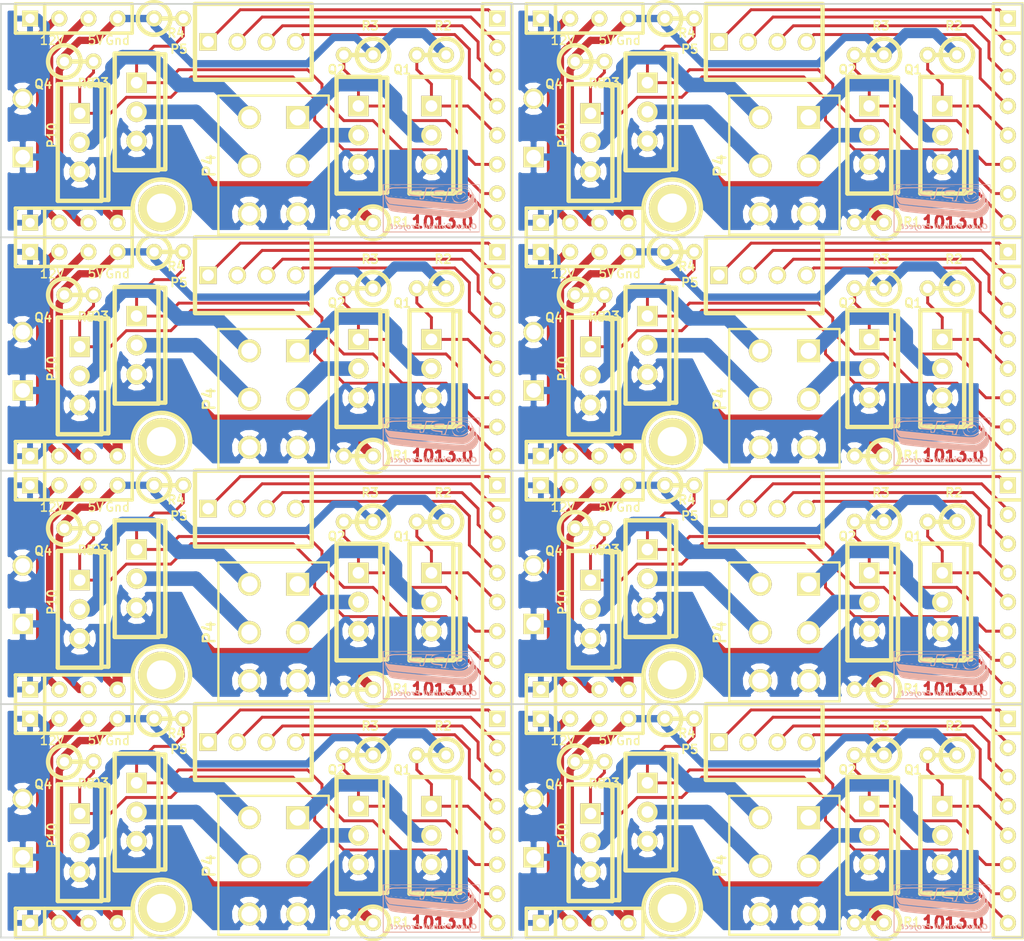
<source format=kicad_pcb>
(kicad_pcb (version 3) (host pcbnew "(2013-07-07 BZR 4022)-stable")
  (title_block (title "Panel, Solenoid Driver Gen2 (1013)") (rev 0) (company "Open Pinball Project"))
  (layers (15 F.Cu signal) (0 B.Cu signal) (18 B.Paste user) (19 F.Paste user) (20 B.SilkS user) (21 F.SilkS user) (22 B.Mask user) (23 F.Mask user) (28 Edge.Cuts user))
  (net 0 "")
  (net 1 +12V1)
  (net 2 +5V)
  (net 3 /P0)
  (net 4 /P1)
  (net 5 /P2)
  (net 6 /P3)
  (net 7 /P4)
  (net 8 /P5)
  (net 9 /P6)
  (net 10 /P7)
  (net 11 GND)
  (net 12 GNDPWR)
  (net 13 N-0000010)
  (net 14 N-0000012)
  (net 15 N-000008)
  (net 16 N-000009)
  (module 00_th2x3x4.2mm_cheap (layer F.Cu) (at 99.93 105.525 90)
    (fp_text reference P4 (at 0 -5.6007 90) (layer F.SilkS) (effects (font (size 1.016 1.016) (thickness 0.2032))))
    (fp_text value CONN2X3MOLEX hide)
    (pad 1 thru_hole rect (at 4.20116 2.1 90) (size 1.99898 1.99898) (drill 1.39954) (layers *.Cu *.Mask F.SilkS) (net 16 N-000009))
    (pad 2 thru_hole circle (at 0 2.1 90) (size 2 2) (drill 1.39954) (layers *.Cu *.Mask F.SilkS) (net 13 N-0000010))
    (pad 3 thru_hole circle (at -4.20116 2.1 90) (size 1.99898 1.99898) (drill 1.39954) (layers *.Cu *.Mask F.SilkS) (net 12 GNDPWR))
    (pad 4 thru_hole circle (at 4.20116 -2.1 90) (size 1.99898 1.99898) (drill 1.39954) (layers *.Cu *.Mask F.SilkS) (net 15 N-000008))
    (pad 5 thru_hole circle (at 0 -2.1 90) (size 1.99898 1.99898) (drill 1.39954) (layers *.Cu *.Mask F.SilkS) (net 14 N-0000012))
    (pad 6 thru_hole circle (at -4.20116 -2.1 90) (size 1.99898 1.99898) (drill 1.39954) (layers *.Cu *.Mask F.SilkS) (net 12 GNDPWR))
  )
  (module opp_logo_backsilk (layer F.Cu) (at 113.665 109.22)
    (fp_text reference VAL hide)
    (fp_text value REF hide)
  )
  (module 00_mtg_hole-2-56 (layer F.Cu) (at 90.17 109.22)
    (fp_text reference P1 hide)
    (fp_text value TST hide)
    (pad 1 thru_hole circle (at 0 0) (size 4.064 4.064) (drill 2.54) (layers *.Cu *.Mask F.SilkS))
  )
  (module 00_th1x2x200 (layer F.Cu) (at 78.105 102.235 90)
    (fp_text reference P10 (at -0.635 2.54 90) (layer F.SilkS) (effects (font (size 0.762 0.762) (thickness 0.1524))))
    (fp_text value SPADE_187 hide)
    (pad 1 thru_hole rect (at -2.54 0 90) (size 1.778 1.778) (drill 1.27) (layers *.Cu *.Mask F.SilkS) (net 12 GNDPWR))
    (pad 2 thru_hole circle (at 2.54 0 90) (size 1.778 1.778) (drill 1.27) (layers *.Cu *.Mask F.SilkS) (net 12 GNDPWR))
  )
  (module 00_th1x4x100-lock (layer F.Cu) (at 98.044 94.742)
    (fp_text reference P5 (at -6.35 0.635) (layer F.SilkS) (effects (font (size 0.762 0.762) (thickness 0.1524))))
    (fp_text value CONN_4 hide)
    (pad 1 thru_hole rect (at -3.81 0) (size 1.524 1.524) (drill 1.00076) (layers *.Cu *.Mask F.SilkS) (net 3 /P0))
    (pad 2 thru_hole circle (at -1.27 0) (size 1.524 1.524) (drill 1.00076) (layers *.Cu *.Mask F.SilkS) (net 4 /P1))
    (pad 3 thru_hole circle (at 1.27 0) (size 1.524 1.524) (drill 1.00076) (layers *.Cu *.Mask F.SilkS) (net 5 /P2))
    (pad 4 thru_hole circle (at 3.81 0) (size 1.524 1.524) (drill 1.00076) (layers *.Cu *.Mask F.SilkS) (net 6 /P3))
  )
  (module 00_to220_vert_gds (layer F.Cu) (at 83.058 103.505 180)
    (fp_text reference Q4 (at 3.175 5.08 180) (layer F.SilkS) (effects (font (size 0.762 0.762) (thickness 0.1524))))
    (fp_text value MOSFET_N hide)
    (pad S thru_hole circle (at 0 -2.54 180) (size 1.778 1.778) (drill 1.016) (layers *.Cu *.Mask F.SilkS) (net 12 GNDPWR))
    (pad D thru_hole circle (at 0 0 180) (size 1.778 1.778) (drill 1.016) (layers *.Cu *.Mask F.SilkS) (net 15 N-000008))
    (pad G thru_hole rect (at 0 2.54 180) (size 1.778 1.778) (drill 1.016) (layers *.Cu *.Mask F.SilkS) (net 10 /P7))
  )
  (module 00_to220_vert_gds (layer F.Cu) (at 113.665 102.87 180)
    (fp_text reference Q1 (at 2.54 5.715 180) (layer F.SilkS) (effects (font (size 0.762 0.762) (thickness 0.1524))))
    (fp_text value MOSFET_N hide)
    (pad S thru_hole circle (at 0 -2.54 180) (size 1.778 1.778) (drill 1.016) (layers *.Cu *.Mask F.SilkS) (net 12 GNDPWR))
    (pad D thru_hole circle (at 0 0 180) (size 1.778 1.778) (drill 1.016) (layers *.Cu *.Mask F.SilkS) (net 16 N-000009))
    (pad G thru_hole rect (at 0 2.54 180) (size 1.778 1.778) (drill 1.016) (layers *.Cu *.Mask F.SilkS) (net 7 /P4))
  )
  (module 00_to220_vert_gds (layer F.Cu) (at 107.315 102.87 180)
    (fp_text reference Q2 (at 1.905 5.715 180) (layer F.SilkS) (effects (font (size 0.762 0.762) (thickness 0.1524))))
    (fp_text value MOSFET_N hide)
    (pad S thru_hole circle (at 0 -2.54 180) (size 1.778 1.778) (drill 1.016) (layers *.Cu *.Mask F.SilkS) (net 12 GNDPWR))
    (pad D thru_hole circle (at 0 0 180) (size 1.778 1.778) (drill 1.016) (layers *.Cu *.Mask F.SilkS) (net 13 N-0000010))
    (pad G thru_hole rect (at 0 2.54 180) (size 1.778 1.778) (drill 1.016) (layers *.Cu *.Mask F.SilkS) (net 8 /P5))
  )
  (module 00_to220_vert_gds (layer F.Cu) (at 88.011 100.838 180)
    (fp_text reference Q3 (at 3.175 2.54 180) (layer F.SilkS) (effects (font (size 0.762 0.762) (thickness 0.1524))))
    (fp_text value MOSFET_N hide)
    (pad S thru_hole circle (at 0 -2.54 180) (size 1.778 1.778) (drill 1.016) (layers *.Cu *.Mask F.SilkS) (net 12 GNDPWR))
    (pad D thru_hole circle (at 0 0 180) (size 1.778 1.778) (drill 1.016) (layers *.Cu *.Mask F.SilkS) (net 14 N-0000012))
    (pad G thru_hole rect (at 0 2.54 180) (size 1.778 1.778) (drill 1.016) (layers *.Cu *.Mask F.SilkS) (net 9 /P6))
  )
  (module R1 (layer F.Cu) (at 107.315 110.49 180)
    (fp_text reference R1 (at -3.715 0.065 180) (layer F.SilkS) (effects (font (size 0.762 0.762) (thickness 0.1524))))
    (fp_text value 0 hide)
    (pad 1 thru_hole circle (at -1.27 0 180) (size 1.397 1.397) (drill 0.8128) (layers *.Cu *.Mask F.SilkS) (net 11 GND))
    (pad 2 thru_hole circle (at 1.27 0 180) (size 1.397 1.397) (drill 0.8128) (layers *.Cu *.Mask F.SilkS) (net 12 GNDPWR))
  )
  (module R1 (layer F.Cu) (at 82.9945 96.4565)
    (fp_text reference R5 (at 0.635 1.905) (layer F.SilkS) (effects (font (size 0.762 0.762) (thickness 0.1524))))
    (fp_text value 100K hide)
    (pad 1 thru_hole circle (at -1.27 0) (size 1.397 1.397) (drill 0.8128) (layers *.Cu *.Mask F.SilkS) (net 11 GND))
    (pad 2 thru_hole circle (at 1.27 0) (size 1.397 1.397) (drill 0.8128) (layers *.Cu *.Mask F.SilkS) (net 10 /P7))
  )
  (module R1 (layer F.Cu) (at 90.805 92.71)
    (fp_text reference R4 (at 0.635 1.27) (layer F.SilkS) (effects (font (size 0.762 0.762) (thickness 0.1524))))
    (fp_text value 100K hide)
    (pad 1 thru_hole circle (at -1.27 0) (size 1.397 1.397) (drill 0.8128) (layers *.Cu *.Mask F.SilkS) (net 11 GND))
    (pad 2 thru_hole circle (at 1.27 0) (size 1.397 1.397) (drill 0.8128) (layers *.Cu *.Mask F.SilkS) (net 9 /P6))
  )
  (module R1 (layer F.Cu) (at 107.315 95.885 180)
    (fp_text reference R3 (at -1.016 2.54 180) (layer F.SilkS) (effects (font (size 0.762 0.762) (thickness 0.1524))))
    (fp_text value 100K hide)
    (pad 1 thru_hole circle (at -1.27 0 180) (size 1.397 1.397) (drill 0.8128) (layers *.Cu *.Mask F.SilkS) (net 11 GND))
    (pad 2 thru_hole circle (at 1.27 0 180) (size 1.397 1.397) (drill 0.8128) (layers *.Cu *.Mask F.SilkS) (net 8 /P5))
  )
  (module R1 (layer F.Cu) (at 113.665 95.885 180)
    (fp_text reference R2 (at -1.016 2.54 180) (layer F.SilkS) (effects (font (size 0.762 0.762) (thickness 0.1524))))
    (fp_text value 100K hide)
    (pad 1 thru_hole circle (at -1.27 0 180) (size 1.397 1.397) (drill 0.8128) (layers *.Cu *.Mask F.SilkS) (net 11 GND))
    (pad 2 thru_hole circle (at 1.27 0 180) (size 1.397 1.397) (drill 0.8128) (layers *.Cu *.Mask F.SilkS) (net 7 /P4))
  )
  (module SIL-4 (layer F.Cu) (at 82.55 110.49)
    (fp_text reference P3 hide)
    (fp_text value CONN_4 hide)
    (pad 1 thru_hole rect (at -3.81 0) (size 1.397 1.397) (drill 0.8128) (layers *.Cu *.Mask F.SilkS) (net 12 GNDPWR))
    (pad 2 thru_hole circle (at -1.27 0) (size 1.397 1.397) (drill 0.8128) (layers *.Cu *.Mask F.SilkS) (net 1 +12V1))
    (pad 3 thru_hole circle (at 1.27 0) (size 1.397 1.397) (drill 0.8128) (layers *.Cu *.Mask F.SilkS) (net 2 +5V))
    (pad 4 thru_hole circle (at 3.81 0) (size 1.397 1.397) (drill 0.8128) (layers *.Cu *.Mask F.SilkS) (net 11 GND))
  )
  (module SIL-4 (layer F.Cu) (at 82.55 92.71)
    (fp_text reference P2 hide)
    (fp_text value CONN_4 hide)
    (pad 1 thru_hole rect (at -3.81 0) (size 1.397 1.397) (drill 0.8128) (layers *.Cu *.Mask F.SilkS) (net 12 GNDPWR))
    (pad 2 thru_hole circle (at -1.27 0) (size 1.397 1.397) (drill 0.8128) (layers *.Cu *.Mask F.SilkS) (net 1 +12V1))
    (pad 3 thru_hole circle (at 1.27 0) (size 1.397 1.397) (drill 0.8128) (layers *.Cu *.Mask F.SilkS) (net 2 +5V))
    (pad 4 thru_hole circle (at 3.81 0) (size 1.397 1.397) (drill 0.8128) (layers *.Cu *.Mask F.SilkS) (net 11 GND))
  )
  (module SIL-8 (layer F.Cu) (at 119.38 101.6 270)
    (fp_text reference P6 hide)
    (fp_text value CONN_8 hide)
    (pad 1 thru_hole rect (at -8.89 0 270) (size 1.397 1.397) (drill 0.8128) (layers *.Cu *.Mask F.SilkS) (net 3 /P0))
    (pad 2 thru_hole circle (at -6.35 0 270) (size 1.397 1.397) (drill 0.8128) (layers *.Cu *.Mask F.SilkS) (net 4 /P1))
    (pad 3 thru_hole circle (at -3.81 0 270) (size 1.397 1.397) (drill 0.8128) (layers *.Cu *.Mask F.SilkS) (net 5 /P2))
    (pad 4 thru_hole circle (at -1.27 0 270) (size 1.397 1.397) (drill 0.8128) (layers *.Cu *.Mask F.SilkS) (net 6 /P3))
    (pad 5 thru_hole circle (at 1.27 0 270) (size 1.397 1.397) (drill 0.8128) (layers *.Cu *.Mask F.SilkS) (net 7 /P4))
    (pad 6 thru_hole circle (at 3.81 0 270) (size 1.397 1.397) (drill 0.8128) (layers *.Cu *.Mask F.SilkS) (net 8 /P5))
    (pad 7 thru_hole circle (at 6.35 0 270) (size 1.397 1.397) (drill 0.8128) (layers *.Cu *.Mask F.SilkS) (net 9 /P6))
    (pad 8 thru_hole circle (at 8.89 0 270) (size 1.397 1.397) (drill 0.8128) (layers *.Cu *.Mask F.SilkS) (net 10 /P7))
  )
  (module SIL-8 (layer F.Cu) (at 163.83 101.6 270)
    (fp_text reference P6 hide)
    (fp_text value CONN_8 hide)
    (pad 1 thru_hole rect (at -8.89 0 270) (size 1.397 1.397) (drill 0.8128) (layers *.Cu *.Mask F.SilkS) (net 3 /P0))
    (pad 2 thru_hole circle (at -6.35 0 270) (size 1.397 1.397) (drill 0.8128) (layers *.Cu *.Mask F.SilkS) (net 4 /P1))
    (pad 3 thru_hole circle (at -3.81 0 270) (size 1.397 1.397) (drill 0.8128) (layers *.Cu *.Mask F.SilkS) (net 5 /P2))
    (pad 4 thru_hole circle (at -1.27 0 270) (size 1.397 1.397) (drill 0.8128) (layers *.Cu *.Mask F.SilkS) (net 6 /P3))
    (pad 5 thru_hole circle (at 1.27 0 270) (size 1.397 1.397) (drill 0.8128) (layers *.Cu *.Mask F.SilkS) (net 7 /P4))
    (pad 6 thru_hole circle (at 3.81 0 270) (size 1.397 1.397) (drill 0.8128) (layers *.Cu *.Mask F.SilkS) (net 8 /P5))
    (pad 7 thru_hole circle (at 6.35 0 270) (size 1.397 1.397) (drill 0.8128) (layers *.Cu *.Mask F.SilkS) (net 9 /P6))
    (pad 8 thru_hole circle (at 8.89 0 270) (size 1.397 1.397) (drill 0.8128) (layers *.Cu *.Mask F.SilkS) (net 10 /P7))
  )
  (module SIL-4 (layer F.Cu) (at 127 92.71)
    (fp_text reference P2 hide)
    (fp_text value CONN_4 hide)
    (pad 1 thru_hole rect (at -3.81 0) (size 1.397 1.397) (drill 0.8128) (layers *.Cu *.Mask F.SilkS) (net 12 GNDPWR))
    (pad 2 thru_hole circle (at -1.27 0) (size 1.397 1.397) (drill 0.8128) (layers *.Cu *.Mask F.SilkS) (net 1 +12V1))
    (pad 3 thru_hole circle (at 1.27 0) (size 1.397 1.397) (drill 0.8128) (layers *.Cu *.Mask F.SilkS) (net 2 +5V))
    (pad 4 thru_hole circle (at 3.81 0) (size 1.397 1.397) (drill 0.8128) (layers *.Cu *.Mask F.SilkS) (net 11 GND))
  )
  (module SIL-4 (layer F.Cu) (at 127 110.49)
    (fp_text reference P3 hide)
    (fp_text value CONN_4 hide)
    (pad 1 thru_hole rect (at -3.81 0) (size 1.397 1.397) (drill 0.8128) (layers *.Cu *.Mask F.SilkS) (net 12 GNDPWR))
    (pad 2 thru_hole circle (at -1.27 0) (size 1.397 1.397) (drill 0.8128) (layers *.Cu *.Mask F.SilkS) (net 1 +12V1))
    (pad 3 thru_hole circle (at 1.27 0) (size 1.397 1.397) (drill 0.8128) (layers *.Cu *.Mask F.SilkS) (net 2 +5V))
    (pad 4 thru_hole circle (at 3.81 0) (size 1.397 1.397) (drill 0.8128) (layers *.Cu *.Mask F.SilkS) (net 11 GND))
  )
  (module R1 (layer F.Cu) (at 158.115 95.885 180)
    (fp_text reference R2 (at -1.016 2.54 180) (layer F.SilkS) (effects (font (size 0.762 0.762) (thickness 0.1524))))
    (fp_text value 100K hide)
    (pad 1 thru_hole circle (at -1.27 0 180) (size 1.397 1.397) (drill 0.8128) (layers *.Cu *.Mask F.SilkS) (net 11 GND))
    (pad 2 thru_hole circle (at 1.27 0 180) (size 1.397 1.397) (drill 0.8128) (layers *.Cu *.Mask F.SilkS) (net 7 /P4))
  )
  (module R1 (layer F.Cu) (at 151.765 95.885 180)
    (fp_text reference R3 (at -1.016 2.54 180) (layer F.SilkS) (effects (font (size 0.762 0.762) (thickness 0.1524))))
    (fp_text value 100K hide)
    (pad 1 thru_hole circle (at -1.27 0 180) (size 1.397 1.397) (drill 0.8128) (layers *.Cu *.Mask F.SilkS) (net 11 GND))
    (pad 2 thru_hole circle (at 1.27 0 180) (size 1.397 1.397) (drill 0.8128) (layers *.Cu *.Mask F.SilkS) (net 8 /P5))
  )
  (module R1 (layer F.Cu) (at 135.255 92.71)
    (fp_text reference R4 (at 0.635 1.27) (layer F.SilkS) (effects (font (size 0.762 0.762) (thickness 0.1524))))
    (fp_text value 100K hide)
    (pad 1 thru_hole circle (at -1.27 0) (size 1.397 1.397) (drill 0.8128) (layers *.Cu *.Mask F.SilkS) (net 11 GND))
    (pad 2 thru_hole circle (at 1.27 0) (size 1.397 1.397) (drill 0.8128) (layers *.Cu *.Mask F.SilkS) (net 9 /P6))
  )
  (module R1 (layer F.Cu) (at 127.4445 96.4565)
    (fp_text reference R5 (at 0.635 1.905) (layer F.SilkS) (effects (font (size 0.762 0.762) (thickness 0.1524))))
    (fp_text value 100K hide)
    (pad 1 thru_hole circle (at -1.27 0) (size 1.397 1.397) (drill 0.8128) (layers *.Cu *.Mask F.SilkS) (net 11 GND))
    (pad 2 thru_hole circle (at 1.27 0) (size 1.397 1.397) (drill 0.8128) (layers *.Cu *.Mask F.SilkS) (net 10 /P7))
  )
  (module R1 (layer F.Cu) (at 151.765 110.49 180)
    (fp_text reference R1 (at -3.715 0.065 180) (layer F.SilkS) (effects (font (size 0.762 0.762) (thickness 0.1524))))
    (fp_text value 0 hide)
    (pad 1 thru_hole circle (at -1.27 0 180) (size 1.397 1.397) (drill 0.8128) (layers *.Cu *.Mask F.SilkS) (net 11 GND))
    (pad 2 thru_hole circle (at 1.27 0 180) (size 1.397 1.397) (drill 0.8128) (layers *.Cu *.Mask F.SilkS) (net 12 GNDPWR))
  )
  (module 00_to220_vert_gds (layer F.Cu) (at 132.461 100.838 180)
    (fp_text reference Q3 (at 3.175 2.54 180) (layer F.SilkS) (effects (font (size 0.762 0.762) (thickness 0.1524))))
    (fp_text value MOSFET_N hide)
    (pad S thru_hole circle (at 0 -2.54 180) (size 1.778 1.778) (drill 1.016) (layers *.Cu *.Mask F.SilkS) (net 12 GNDPWR))
    (pad D thru_hole circle (at 0 0 180) (size 1.778 1.778) (drill 1.016) (layers *.Cu *.Mask F.SilkS) (net 14 N-0000012))
    (pad G thru_hole rect (at 0 2.54 180) (size 1.778 1.778) (drill 1.016) (layers *.Cu *.Mask F.SilkS) (net 9 /P6))
  )
  (module 00_to220_vert_gds (layer F.Cu) (at 151.765 102.87 180)
    (fp_text reference Q2 (at 1.905 5.715 180) (layer F.SilkS) (effects (font (size 0.762 0.762) (thickness 0.1524))))
    (fp_text value MOSFET_N hide)
    (pad S thru_hole circle (at 0 -2.54 180) (size 1.778 1.778) (drill 1.016) (layers *.Cu *.Mask F.SilkS) (net 12 GNDPWR))
    (pad D thru_hole circle (at 0 0 180) (size 1.778 1.778) (drill 1.016) (layers *.Cu *.Mask F.SilkS) (net 13 N-0000010))
    (pad G thru_hole rect (at 0 2.54 180) (size 1.778 1.778) (drill 1.016) (layers *.Cu *.Mask F.SilkS) (net 8 /P5))
  )
  (module 00_to220_vert_gds (layer F.Cu) (at 158.115 102.87 180)
    (fp_text reference Q1 (at 2.54 5.715 180) (layer F.SilkS) (effects (font (size 0.762 0.762) (thickness 0.1524))))
    (fp_text value MOSFET_N hide)
    (pad S thru_hole circle (at 0 -2.54 180) (size 1.778 1.778) (drill 1.016) (layers *.Cu *.Mask F.SilkS) (net 12 GNDPWR))
    (pad D thru_hole circle (at 0 0 180) (size 1.778 1.778) (drill 1.016) (layers *.Cu *.Mask F.SilkS) (net 16 N-000009))
    (pad G thru_hole rect (at 0 2.54 180) (size 1.778 1.778) (drill 1.016) (layers *.Cu *.Mask F.SilkS) (net 7 /P4))
  )
  (module 00_to220_vert_gds (layer F.Cu) (at 127.508 103.505 180)
    (fp_text reference Q4 (at 3.175 5.08 180) (layer F.SilkS) (effects (font (size 0.762 0.762) (thickness 0.1524))))
    (fp_text value MOSFET_N hide)
    (pad S thru_hole circle (at 0 -2.54 180) (size 1.778 1.778) (drill 1.016) (layers *.Cu *.Mask F.SilkS) (net 12 GNDPWR))
    (pad D thru_hole circle (at 0 0 180) (size 1.778 1.778) (drill 1.016) (layers *.Cu *.Mask F.SilkS) (net 15 N-000008))
    (pad G thru_hole rect (at 0 2.54 180) (size 1.778 1.778) (drill 1.016) (layers *.Cu *.Mask F.SilkS) (net 10 /P7))
  )
  (module 00_th1x4x100-lock (layer F.Cu) (at 142.494 94.742)
    (fp_text reference P5 (at -6.35 0.635) (layer F.SilkS) (effects (font (size 0.762 0.762) (thickness 0.1524))))
    (fp_text value CONN_4 hide)
    (pad 1 thru_hole rect (at -3.81 0) (size 1.524 1.524) (drill 1.00076) (layers *.Cu *.Mask F.SilkS) (net 3 /P0))
    (pad 2 thru_hole circle (at -1.27 0) (size 1.524 1.524) (drill 1.00076) (layers *.Cu *.Mask F.SilkS) (net 4 /P1))
    (pad 3 thru_hole circle (at 1.27 0) (size 1.524 1.524) (drill 1.00076) (layers *.Cu *.Mask F.SilkS) (net 5 /P2))
    (pad 4 thru_hole circle (at 3.81 0) (size 1.524 1.524) (drill 1.00076) (layers *.Cu *.Mask F.SilkS) (net 6 /P3))
  )
  (module 00_th1x2x200 (layer F.Cu) (at 122.555 102.235 90)
    (fp_text reference P10 (at -0.635 2.54 90) (layer F.SilkS) (effects (font (size 0.762 0.762) (thickness 0.1524))))
    (fp_text value SPADE_187 hide)
    (pad 1 thru_hole rect (at -2.54 0 90) (size 1.778 1.778) (drill 1.27) (layers *.Cu *.Mask F.SilkS) (net 12 GNDPWR))
    (pad 2 thru_hole circle (at 2.54 0 90) (size 1.778 1.778) (drill 1.27) (layers *.Cu *.Mask F.SilkS) (net 12 GNDPWR))
  )
  (module 00_mtg_hole-2-56 (layer F.Cu) (at 134.62 109.22)
    (fp_text reference P1 hide)
    (fp_text value TST hide)
    (pad 1 thru_hole circle (at 0 0) (size 4.064 4.064) (drill 2.54) (layers *.Cu *.Mask F.SilkS))
  )
  (module opp_logo_backsilk (layer F.Cu) (at 158.115 109.22)
    (fp_text reference VAL hide)
    (fp_text value REF hide)
  )
  (module 00_th2x3x4.2mm_cheap (layer F.Cu) (at 144.38 105.525 90)
    (fp_text reference P4 (at 0 -5.6007 90) (layer F.SilkS) (effects (font (size 1.016 1.016) (thickness 0.2032))))
    (fp_text value CONN2X3MOLEX hide)
    (pad 1 thru_hole rect (at 4.20116 2.1 90) (size 1.99898 1.99898) (drill 1.39954) (layers *.Cu *.Mask F.SilkS) (net 16 N-000009))
    (pad 2 thru_hole circle (at 0 2.1 90) (size 2 2) (drill 1.39954) (layers *.Cu *.Mask F.SilkS) (net 13 N-0000010))
    (pad 3 thru_hole circle (at -4.20116 2.1 90) (size 1.99898 1.99898) (drill 1.39954) (layers *.Cu *.Mask F.SilkS) (net 12 GNDPWR))
    (pad 4 thru_hole circle (at 4.20116 -2.1 90) (size 1.99898 1.99898) (drill 1.39954) (layers *.Cu *.Mask F.SilkS) (net 15 N-000008))
    (pad 5 thru_hole circle (at 0 -2.1 90) (size 1.99898 1.99898) (drill 1.39954) (layers *.Cu *.Mask F.SilkS) (net 14 N-0000012))
    (pad 6 thru_hole circle (at -4.20116 -2.1 90) (size 1.99898 1.99898) (drill 1.39954) (layers *.Cu *.Mask F.SilkS) (net 12 GNDPWR))
  )
  (module 00_th2x3x4.2mm_cheap (layer F.Cu) (at 144.38 125.845 90)
    (fp_text reference P4 (at 0 -5.6007 90) (layer F.SilkS) (effects (font (size 1.016 1.016) (thickness 0.2032))))
    (fp_text value CONN2X3MOLEX hide)
    (pad 1 thru_hole rect (at 4.20116 2.1 90) (size 1.99898 1.99898) (drill 1.39954) (layers *.Cu *.Mask F.SilkS) (net 16 N-000009))
    (pad 2 thru_hole circle (at 0 2.1 90) (size 2 2) (drill 1.39954) (layers *.Cu *.Mask F.SilkS) (net 13 N-0000010))
    (pad 3 thru_hole circle (at -4.20116 2.1 90) (size 1.99898 1.99898) (drill 1.39954) (layers *.Cu *.Mask F.SilkS) (net 12 GNDPWR))
    (pad 4 thru_hole circle (at 4.20116 -2.1 90) (size 1.99898 1.99898) (drill 1.39954) (layers *.Cu *.Mask F.SilkS) (net 15 N-000008))
    (pad 5 thru_hole circle (at 0 -2.1 90) (size 1.99898 1.99898) (drill 1.39954) (layers *.Cu *.Mask F.SilkS) (net 14 N-0000012))
    (pad 6 thru_hole circle (at -4.20116 -2.1 90) (size 1.99898 1.99898) (drill 1.39954) (layers *.Cu *.Mask F.SilkS) (net 12 GNDPWR))
  )
  (module opp_logo_backsilk (layer F.Cu) (at 158.115 129.54)
    (fp_text reference VAL hide)
    (fp_text value REF hide)
  )
  (module 00_mtg_hole-2-56 (layer F.Cu) (at 134.62 129.54)
    (fp_text reference P1 hide)
    (fp_text value TST hide)
    (pad 1 thru_hole circle (at 0 0) (size 4.064 4.064) (drill 2.54) (layers *.Cu *.Mask F.SilkS))
  )
  (module 00_th1x2x200 (layer F.Cu) (at 122.555 122.555 90)
    (fp_text reference P10 (at -0.635 2.54 90) (layer F.SilkS) (effects (font (size 0.762 0.762) (thickness 0.1524))))
    (fp_text value SPADE_187 hide)
    (pad 1 thru_hole rect (at -2.54 0 90) (size 1.778 1.778) (drill 1.27) (layers *.Cu *.Mask F.SilkS) (net 12 GNDPWR))
    (pad 2 thru_hole circle (at 2.54 0 90) (size 1.778 1.778) (drill 1.27) (layers *.Cu *.Mask F.SilkS) (net 12 GNDPWR))
  )
  (module 00_th1x4x100-lock (layer F.Cu) (at 142.494 115.062)
    (fp_text reference P5 (at -6.35 0.635) (layer F.SilkS) (effects (font (size 0.762 0.762) (thickness 0.1524))))
    (fp_text value CONN_4 hide)
    (pad 1 thru_hole rect (at -3.81 0) (size 1.524 1.524) (drill 1.00076) (layers *.Cu *.Mask F.SilkS) (net 3 /P0))
    (pad 2 thru_hole circle (at -1.27 0) (size 1.524 1.524) (drill 1.00076) (layers *.Cu *.Mask F.SilkS) (net 4 /P1))
    (pad 3 thru_hole circle (at 1.27 0) (size 1.524 1.524) (drill 1.00076) (layers *.Cu *.Mask F.SilkS) (net 5 /P2))
    (pad 4 thru_hole circle (at 3.81 0) (size 1.524 1.524) (drill 1.00076) (layers *.Cu *.Mask F.SilkS) (net 6 /P3))
  )
  (module 00_to220_vert_gds (layer F.Cu) (at 127.508 123.825 180)
    (fp_text reference Q4 (at 3.175 5.08 180) (layer F.SilkS) (effects (font (size 0.762 0.762) (thickness 0.1524))))
    (fp_text value MOSFET_N hide)
    (pad S thru_hole circle (at 0 -2.54 180) (size 1.778 1.778) (drill 1.016) (layers *.Cu *.Mask F.SilkS) (net 12 GNDPWR))
    (pad D thru_hole circle (at 0 0 180) (size 1.778 1.778) (drill 1.016) (layers *.Cu *.Mask F.SilkS) (net 15 N-000008))
    (pad G thru_hole rect (at 0 2.54 180) (size 1.778 1.778) (drill 1.016) (layers *.Cu *.Mask F.SilkS) (net 10 /P7))
  )
  (module 00_to220_vert_gds (layer F.Cu) (at 158.115 123.19 180)
    (fp_text reference Q1 (at 2.54 5.715 180) (layer F.SilkS) (effects (font (size 0.762 0.762) (thickness 0.1524))))
    (fp_text value MOSFET_N hide)
    (pad S thru_hole circle (at 0 -2.54 180) (size 1.778 1.778) (drill 1.016) (layers *.Cu *.Mask F.SilkS) (net 12 GNDPWR))
    (pad D thru_hole circle (at 0 0 180) (size 1.778 1.778) (drill 1.016) (layers *.Cu *.Mask F.SilkS) (net 16 N-000009))
    (pad G thru_hole rect (at 0 2.54 180) (size 1.778 1.778) (drill 1.016) (layers *.Cu *.Mask F.SilkS) (net 7 /P4))
  )
  (module 00_to220_vert_gds (layer F.Cu) (at 151.765 123.19 180)
    (fp_text reference Q2 (at 1.905 5.715 180) (layer F.SilkS) (effects (font (size 0.762 0.762) (thickness 0.1524))))
    (fp_text value MOSFET_N hide)
    (pad S thru_hole circle (at 0 -2.54 180) (size 1.778 1.778) (drill 1.016) (layers *.Cu *.Mask F.SilkS) (net 12 GNDPWR))
    (pad D thru_hole circle (at 0 0 180) (size 1.778 1.778) (drill 1.016) (layers *.Cu *.Mask F.SilkS) (net 13 N-0000010))
    (pad G thru_hole rect (at 0 2.54 180) (size 1.778 1.778) (drill 1.016) (layers *.Cu *.Mask F.SilkS) (net 8 /P5))
  )
  (module 00_to220_vert_gds (layer F.Cu) (at 132.461 121.158 180)
    (fp_text reference Q3 (at 3.175 2.54 180) (layer F.SilkS) (effects (font (size 0.762 0.762) (thickness 0.1524))))
    (fp_text value MOSFET_N hide)
    (pad S thru_hole circle (at 0 -2.54 180) (size 1.778 1.778) (drill 1.016) (layers *.Cu *.Mask F.SilkS) (net 12 GNDPWR))
    (pad D thru_hole circle (at 0 0 180) (size 1.778 1.778) (drill 1.016) (layers *.Cu *.Mask F.SilkS) (net 14 N-0000012))
    (pad G thru_hole rect (at 0 2.54 180) (size 1.778 1.778) (drill 1.016) (layers *.Cu *.Mask F.SilkS) (net 9 /P6))
  )
  (module R1 (layer F.Cu) (at 151.765 130.81 180)
    (fp_text reference R1 (at -3.715 0.065 180) (layer F.SilkS) (effects (font (size 0.762 0.762) (thickness 0.1524))))
    (fp_text value 0 hide)
    (pad 1 thru_hole circle (at -1.27 0 180) (size 1.397 1.397) (drill 0.8128) (layers *.Cu *.Mask F.SilkS) (net 11 GND))
    (pad 2 thru_hole circle (at 1.27 0 180) (size 1.397 1.397) (drill 0.8128) (layers *.Cu *.Mask F.SilkS) (net 12 GNDPWR))
  )
  (module R1 (layer F.Cu) (at 127.4445 116.7765)
    (fp_text reference R5 (at 0.635 1.905) (layer F.SilkS) (effects (font (size 0.762 0.762) (thickness 0.1524))))
    (fp_text value 100K hide)
    (pad 1 thru_hole circle (at -1.27 0) (size 1.397 1.397) (drill 0.8128) (layers *.Cu *.Mask F.SilkS) (net 11 GND))
    (pad 2 thru_hole circle (at 1.27 0) (size 1.397 1.397) (drill 0.8128) (layers *.Cu *.Mask F.SilkS) (net 10 /P7))
  )
  (module R1 (layer F.Cu) (at 135.255 113.03)
    (fp_text reference R4 (at 0.635 1.27) (layer F.SilkS) (effects (font (size 0.762 0.762) (thickness 0.1524))))
    (fp_text value 100K hide)
    (pad 1 thru_hole circle (at -1.27 0) (size 1.397 1.397) (drill 0.8128) (layers *.Cu *.Mask F.SilkS) (net 11 GND))
    (pad 2 thru_hole circle (at 1.27 0) (size 1.397 1.397) (drill 0.8128) (layers *.Cu *.Mask F.SilkS) (net 9 /P6))
  )
  (module R1 (layer F.Cu) (at 151.765 116.205 180)
    (fp_text reference R3 (at -1.016 2.54 180) (layer F.SilkS) (effects (font (size 0.762 0.762) (thickness 0.1524))))
    (fp_text value 100K hide)
    (pad 1 thru_hole circle (at -1.27 0 180) (size 1.397 1.397) (drill 0.8128) (layers *.Cu *.Mask F.SilkS) (net 11 GND))
    (pad 2 thru_hole circle (at 1.27 0 180) (size 1.397 1.397) (drill 0.8128) (layers *.Cu *.Mask F.SilkS) (net 8 /P5))
  )
  (module R1 (layer F.Cu) (at 158.115 116.205 180)
    (fp_text reference R2 (at -1.016 2.54 180) (layer F.SilkS) (effects (font (size 0.762 0.762) (thickness 0.1524))))
    (fp_text value 100K hide)
    (pad 1 thru_hole circle (at -1.27 0 180) (size 1.397 1.397) (drill 0.8128) (layers *.Cu *.Mask F.SilkS) (net 11 GND))
    (pad 2 thru_hole circle (at 1.27 0 180) (size 1.397 1.397) (drill 0.8128) (layers *.Cu *.Mask F.SilkS) (net 7 /P4))
  )
  (module SIL-4 (layer F.Cu) (at 127 130.81)
    (fp_text reference P3 hide)
    (fp_text value CONN_4 hide)
    (pad 1 thru_hole rect (at -3.81 0) (size 1.397 1.397) (drill 0.8128) (layers *.Cu *.Mask F.SilkS) (net 12 GNDPWR))
    (pad 2 thru_hole circle (at -1.27 0) (size 1.397 1.397) (drill 0.8128) (layers *.Cu *.Mask F.SilkS) (net 1 +12V1))
    (pad 3 thru_hole circle (at 1.27 0) (size 1.397 1.397) (drill 0.8128) (layers *.Cu *.Mask F.SilkS) (net 2 +5V))
    (pad 4 thru_hole circle (at 3.81 0) (size 1.397 1.397) (drill 0.8128) (layers *.Cu *.Mask F.SilkS) (net 11 GND))
  )
  (module SIL-4 (layer F.Cu) (at 127 113.03)
    (fp_text reference P2 hide)
    (fp_text value CONN_4 hide)
    (pad 1 thru_hole rect (at -3.81 0) (size 1.397 1.397) (drill 0.8128) (layers *.Cu *.Mask F.SilkS) (net 12 GNDPWR))
    (pad 2 thru_hole circle (at -1.27 0) (size 1.397 1.397) (drill 0.8128) (layers *.Cu *.Mask F.SilkS) (net 1 +12V1))
    (pad 3 thru_hole circle (at 1.27 0) (size 1.397 1.397) (drill 0.8128) (layers *.Cu *.Mask F.SilkS) (net 2 +5V))
    (pad 4 thru_hole circle (at 3.81 0) (size 1.397 1.397) (drill 0.8128) (layers *.Cu *.Mask F.SilkS) (net 11 GND))
  )
  (module SIL-8 (layer F.Cu) (at 163.83 121.92 270)
    (fp_text reference P6 hide)
    (fp_text value CONN_8 hide)
    (pad 1 thru_hole rect (at -8.89 0 270) (size 1.397 1.397) (drill 0.8128) (layers *.Cu *.Mask F.SilkS) (net 3 /P0))
    (pad 2 thru_hole circle (at -6.35 0 270) (size 1.397 1.397) (drill 0.8128) (layers *.Cu *.Mask F.SilkS) (net 4 /P1))
    (pad 3 thru_hole circle (at -3.81 0 270) (size 1.397 1.397) (drill 0.8128) (layers *.Cu *.Mask F.SilkS) (net 5 /P2))
    (pad 4 thru_hole circle (at -1.27 0 270) (size 1.397 1.397) (drill 0.8128) (layers *.Cu *.Mask F.SilkS) (net 6 /P3))
    (pad 5 thru_hole circle (at 1.27 0 270) (size 1.397 1.397) (drill 0.8128) (layers *.Cu *.Mask F.SilkS) (net 7 /P4))
    (pad 6 thru_hole circle (at 3.81 0 270) (size 1.397 1.397) (drill 0.8128) (layers *.Cu *.Mask F.SilkS) (net 8 /P5))
    (pad 7 thru_hole circle (at 6.35 0 270) (size 1.397 1.397) (drill 0.8128) (layers *.Cu *.Mask F.SilkS) (net 9 /P6))
    (pad 8 thru_hole circle (at 8.89 0 270) (size 1.397 1.397) (drill 0.8128) (layers *.Cu *.Mask F.SilkS) (net 10 /P7))
  )
  (module SIL-8 (layer F.Cu) (at 119.38 121.92 270)
    (fp_text reference P6 hide)
    (fp_text value CONN_8 hide)
    (pad 1 thru_hole rect (at -8.89 0 270) (size 1.397 1.397) (drill 0.8128) (layers *.Cu *.Mask F.SilkS) (net 3 /P0))
    (pad 2 thru_hole circle (at -6.35 0 270) (size 1.397 1.397) (drill 0.8128) (layers *.Cu *.Mask F.SilkS) (net 4 /P1))
    (pad 3 thru_hole circle (at -3.81 0 270) (size 1.397 1.397) (drill 0.8128) (layers *.Cu *.Mask F.SilkS) (net 5 /P2))
    (pad 4 thru_hole circle (at -1.27 0 270) (size 1.397 1.397) (drill 0.8128) (layers *.Cu *.Mask F.SilkS) (net 6 /P3))
    (pad 5 thru_hole circle (at 1.27 0 270) (size 1.397 1.397) (drill 0.8128) (layers *.Cu *.Mask F.SilkS) (net 7 /P4))
    (pad 6 thru_hole circle (at 3.81 0 270) (size 1.397 1.397) (drill 0.8128) (layers *.Cu *.Mask F.SilkS) (net 8 /P5))
    (pad 7 thru_hole circle (at 6.35 0 270) (size 1.397 1.397) (drill 0.8128) (layers *.Cu *.Mask F.SilkS) (net 9 /P6))
    (pad 8 thru_hole circle (at 8.89 0 270) (size 1.397 1.397) (drill 0.8128) (layers *.Cu *.Mask F.SilkS) (net 10 /P7))
  )
  (module SIL-4 (layer F.Cu) (at 82.55 113.03)
    (fp_text reference P2 hide)
    (fp_text value CONN_4 hide)
    (pad 1 thru_hole rect (at -3.81 0) (size 1.397 1.397) (drill 0.8128) (layers *.Cu *.Mask F.SilkS) (net 12 GNDPWR))
    (pad 2 thru_hole circle (at -1.27 0) (size 1.397 1.397) (drill 0.8128) (layers *.Cu *.Mask F.SilkS) (net 1 +12V1))
    (pad 3 thru_hole circle (at 1.27 0) (size 1.397 1.397) (drill 0.8128) (layers *.Cu *.Mask F.SilkS) (net 2 +5V))
    (pad 4 thru_hole circle (at 3.81 0) (size 1.397 1.397) (drill 0.8128) (layers *.Cu *.Mask F.SilkS) (net 11 GND))
  )
  (module SIL-4 (layer F.Cu) (at 82.55 130.81)
    (fp_text reference P3 hide)
    (fp_text value CONN_4 hide)
    (pad 1 thru_hole rect (at -3.81 0) (size 1.397 1.397) (drill 0.8128) (layers *.Cu *.Mask F.SilkS) (net 12 GNDPWR))
    (pad 2 thru_hole circle (at -1.27 0) (size 1.397 1.397) (drill 0.8128) (layers *.Cu *.Mask F.SilkS) (net 1 +12V1))
    (pad 3 thru_hole circle (at 1.27 0) (size 1.397 1.397) (drill 0.8128) (layers *.Cu *.Mask F.SilkS) (net 2 +5V))
    (pad 4 thru_hole circle (at 3.81 0) (size 1.397 1.397) (drill 0.8128) (layers *.Cu *.Mask F.SilkS) (net 11 GND))
  )
  (module R1 (layer F.Cu) (at 113.665 116.205 180)
    (fp_text reference R2 (at -1.016 2.54 180) (layer F.SilkS) (effects (font (size 0.762 0.762) (thickness 0.1524))))
    (fp_text value 100K hide)
    (pad 1 thru_hole circle (at -1.27 0 180) (size 1.397 1.397) (drill 0.8128) (layers *.Cu *.Mask F.SilkS) (net 11 GND))
    (pad 2 thru_hole circle (at 1.27 0 180) (size 1.397 1.397) (drill 0.8128) (layers *.Cu *.Mask F.SilkS) (net 7 /P4))
  )
  (module R1 (layer F.Cu) (at 107.315 116.205 180)
    (fp_text reference R3 (at -1.016 2.54 180) (layer F.SilkS) (effects (font (size 0.762 0.762) (thickness 0.1524))))
    (fp_text value 100K hide)
    (pad 1 thru_hole circle (at -1.27 0 180) (size 1.397 1.397) (drill 0.8128) (layers *.Cu *.Mask F.SilkS) (net 11 GND))
    (pad 2 thru_hole circle (at 1.27 0 180) (size 1.397 1.397) (drill 0.8128) (layers *.Cu *.Mask F.SilkS) (net 8 /P5))
  )
  (module R1 (layer F.Cu) (at 90.805 113.03)
    (fp_text reference R4 (at 0.635 1.27) (layer F.SilkS) (effects (font (size 0.762 0.762) (thickness 0.1524))))
    (fp_text value 100K hide)
    (pad 1 thru_hole circle (at -1.27 0) (size 1.397 1.397) (drill 0.8128) (layers *.Cu *.Mask F.SilkS) (net 11 GND))
    (pad 2 thru_hole circle (at 1.27 0) (size 1.397 1.397) (drill 0.8128) (layers *.Cu *.Mask F.SilkS) (net 9 /P6))
  )
  (module R1 (layer F.Cu) (at 82.9945 116.7765)
    (fp_text reference R5 (at 0.635 1.905) (layer F.SilkS) (effects (font (size 0.762 0.762) (thickness 0.1524))))
    (fp_text value 100K hide)
    (pad 1 thru_hole circle (at -1.27 0) (size 1.397 1.397) (drill 0.8128) (layers *.Cu *.Mask F.SilkS) (net 11 GND))
    (pad 2 thru_hole circle (at 1.27 0) (size 1.397 1.397) (drill 0.8128) (layers *.Cu *.Mask F.SilkS) (net 10 /P7))
  )
  (module R1 (layer F.Cu) (at 107.315 130.81 180)
    (fp_text reference R1 (at -3.715 0.065 180) (layer F.SilkS) (effects (font (size 0.762 0.762) (thickness 0.1524))))
    (fp_text value 0 hide)
    (pad 1 thru_hole circle (at -1.27 0 180) (size 1.397 1.397) (drill 0.8128) (layers *.Cu *.Mask F.SilkS) (net 11 GND))
    (pad 2 thru_hole circle (at 1.27 0 180) (size 1.397 1.397) (drill 0.8128) (layers *.Cu *.Mask F.SilkS) (net 12 GNDPWR))
  )
  (module 00_to220_vert_gds (layer F.Cu) (at 88.011 121.158 180)
    (fp_text reference Q3 (at 3.175 2.54 180) (layer F.SilkS) (effects (font (size 0.762 0.762) (thickness 0.1524))))
    (fp_text value MOSFET_N hide)
    (pad S thru_hole circle (at 0 -2.54 180) (size 1.778 1.778) (drill 1.016) (layers *.Cu *.Mask F.SilkS) (net 12 GNDPWR))
    (pad D thru_hole circle (at 0 0 180) (size 1.778 1.778) (drill 1.016) (layers *.Cu *.Mask F.SilkS) (net 14 N-0000012))
    (pad G thru_hole rect (at 0 2.54 180) (size 1.778 1.778) (drill 1.016) (layers *.Cu *.Mask F.SilkS) (net 9 /P6))
  )
  (module 00_to220_vert_gds (layer F.Cu) (at 107.315 123.19 180)
    (fp_text reference Q2 (at 1.905 5.715 180) (layer F.SilkS) (effects (font (size 0.762 0.762) (thickness 0.1524))))
    (fp_text value MOSFET_N hide)
    (pad S thru_hole circle (at 0 -2.54 180) (size 1.778 1.778) (drill 1.016) (layers *.Cu *.Mask F.SilkS) (net 12 GNDPWR))
    (pad D thru_hole circle (at 0 0 180) (size 1.778 1.778) (drill 1.016) (layers *.Cu *.Mask F.SilkS) (net 13 N-0000010))
    (pad G thru_hole rect (at 0 2.54 180) (size 1.778 1.778) (drill 1.016) (layers *.Cu *.Mask F.SilkS) (net 8 /P5))
  )
  (module 00_to220_vert_gds (layer F.Cu) (at 113.665 123.19 180)
    (fp_text reference Q1 (at 2.54 5.715 180) (layer F.SilkS) (effects (font (size 0.762 0.762) (thickness 0.1524))))
    (fp_text value MOSFET_N hide)
    (pad S thru_hole circle (at 0 -2.54 180) (size 1.778 1.778) (drill 1.016) (layers *.Cu *.Mask F.SilkS) (net 12 GNDPWR))
    (pad D thru_hole circle (at 0 0 180) (size 1.778 1.778) (drill 1.016) (layers *.Cu *.Mask F.SilkS) (net 16 N-000009))
    (pad G thru_hole rect (at 0 2.54 180) (size 1.778 1.778) (drill 1.016) (layers *.Cu *.Mask F.SilkS) (net 7 /P4))
  )
  (module 00_to220_vert_gds (layer F.Cu) (at 83.058 123.825 180)
    (fp_text reference Q4 (at 3.175 5.08 180) (layer F.SilkS) (effects (font (size 0.762 0.762) (thickness 0.1524))))
    (fp_text value MOSFET_N hide)
    (pad S thru_hole circle (at 0 -2.54 180) (size 1.778 1.778) (drill 1.016) (layers *.Cu *.Mask F.SilkS) (net 12 GNDPWR))
    (pad D thru_hole circle (at 0 0 180) (size 1.778 1.778) (drill 1.016) (layers *.Cu *.Mask F.SilkS) (net 15 N-000008))
    (pad G thru_hole rect (at 0 2.54 180) (size 1.778 1.778) (drill 1.016) (layers *.Cu *.Mask F.SilkS) (net 10 /P7))
  )
  (module 00_th1x4x100-lock (layer F.Cu) (at 98.044 115.062)
    (fp_text reference P5 (at -6.35 0.635) (layer F.SilkS) (effects (font (size 0.762 0.762) (thickness 0.1524))))
    (fp_text value CONN_4 hide)
    (pad 1 thru_hole rect (at -3.81 0) (size 1.524 1.524) (drill 1.00076) (layers *.Cu *.Mask F.SilkS) (net 3 /P0))
    (pad 2 thru_hole circle (at -1.27 0) (size 1.524 1.524) (drill 1.00076) (layers *.Cu *.Mask F.SilkS) (net 4 /P1))
    (pad 3 thru_hole circle (at 1.27 0) (size 1.524 1.524) (drill 1.00076) (layers *.Cu *.Mask F.SilkS) (net 5 /P2))
    (pad 4 thru_hole circle (at 3.81 0) (size 1.524 1.524) (drill 1.00076) (layers *.Cu *.Mask F.SilkS) (net 6 /P3))
  )
  (module 00_th1x2x200 (layer F.Cu) (at 78.105 122.555 90)
    (fp_text reference P10 (at -0.635 2.54 90) (layer F.SilkS) (effects (font (size 0.762 0.762) (thickness 0.1524))))
    (fp_text value SPADE_187 hide)
    (pad 1 thru_hole rect (at -2.54 0 90) (size 1.778 1.778) (drill 1.27) (layers *.Cu *.Mask F.SilkS) (net 12 GNDPWR))
    (pad 2 thru_hole circle (at 2.54 0 90) (size 1.778 1.778) (drill 1.27) (layers *.Cu *.Mask F.SilkS) (net 12 GNDPWR))
  )
  (module 00_mtg_hole-2-56 (layer F.Cu) (at 90.17 129.54)
    (fp_text reference P1 hide)
    (fp_text value TST hide)
    (pad 1 thru_hole circle (at 0 0) (size 4.064 4.064) (drill 2.54) (layers *.Cu *.Mask F.SilkS))
  )
  (module opp_logo_backsilk (layer F.Cu) (at 113.665 129.54)
    (fp_text reference VAL hide)
    (fp_text value REF hide)
  )
  (module 00_th2x3x4.2mm_cheap (layer F.Cu) (at 99.93 125.845 90)
    (fp_text reference P4 (at 0 -5.6007 90) (layer F.SilkS) (effects (font (size 1.016 1.016) (thickness 0.2032))))
    (fp_text value CONN2X3MOLEX hide)
    (pad 1 thru_hole rect (at 4.20116 2.1 90) (size 1.99898 1.99898) (drill 1.39954) (layers *.Cu *.Mask F.SilkS) (net 16 N-000009))
    (pad 2 thru_hole circle (at 0 2.1 90) (size 2 2) (drill 1.39954) (layers *.Cu *.Mask F.SilkS) (net 13 N-0000010))
    (pad 3 thru_hole circle (at -4.20116 2.1 90) (size 1.99898 1.99898) (drill 1.39954) (layers *.Cu *.Mask F.SilkS) (net 12 GNDPWR))
    (pad 4 thru_hole circle (at 4.20116 -2.1 90) (size 1.99898 1.99898) (drill 1.39954) (layers *.Cu *.Mask F.SilkS) (net 15 N-000008))
    (pad 5 thru_hole circle (at 0 -2.1 90) (size 1.99898 1.99898) (drill 1.39954) (layers *.Cu *.Mask F.SilkS) (net 14 N-0000012))
    (pad 6 thru_hole circle (at -4.20116 -2.1 90) (size 1.99898 1.99898) (drill 1.39954) (layers *.Cu *.Mask F.SilkS) (net 12 GNDPWR))
  )
  (module 00_th2x3x4.2mm_cheap (layer F.Cu) (at 99.93 85.205 90)
    (fp_text reference P4 (at 0 -5.6007 90) (layer F.SilkS) (effects (font (size 1.016 1.016) (thickness 0.2032))))
    (fp_text value CONN2X3MOLEX hide)
    (pad 1 thru_hole rect (at 4.20116 2.1 90) (size 1.99898 1.99898) (drill 1.39954) (layers *.Cu *.Mask F.SilkS) (net 16 N-000009))
    (pad 2 thru_hole circle (at 0 2.1 90) (size 2 2) (drill 1.39954) (layers *.Cu *.Mask F.SilkS) (net 13 N-0000010))
    (pad 3 thru_hole circle (at -4.20116 2.1 90) (size 1.99898 1.99898) (drill 1.39954) (layers *.Cu *.Mask F.SilkS) (net 12 GNDPWR))
    (pad 4 thru_hole circle (at 4.20116 -2.1 90) (size 1.99898 1.99898) (drill 1.39954) (layers *.Cu *.Mask F.SilkS) (net 15 N-000008))
    (pad 5 thru_hole circle (at 0 -2.1 90) (size 1.99898 1.99898) (drill 1.39954) (layers *.Cu *.Mask F.SilkS) (net 14 N-0000012))
    (pad 6 thru_hole circle (at -4.20116 -2.1 90) (size 1.99898 1.99898) (drill 1.39954) (layers *.Cu *.Mask F.SilkS) (net 12 GNDPWR))
  )
  (module opp_logo_backsilk (layer F.Cu) (at 113.665 88.9)
    (fp_text reference VAL hide)
    (fp_text value REF hide)
  )
  (module 00_mtg_hole-2-56 (layer F.Cu) (at 90.17 88.9)
    (fp_text reference P1 hide)
    (fp_text value TST hide)
    (pad 1 thru_hole circle (at 0 0) (size 4.064 4.064) (drill 2.54) (layers *.Cu *.Mask F.SilkS))
  )
  (module 00_th1x2x200 (layer F.Cu) (at 78.105 81.915 90)
    (fp_text reference P10 (at -0.635 2.54 90) (layer F.SilkS) (effects (font (size 0.762 0.762) (thickness 0.1524))))
    (fp_text value SPADE_187 hide)
    (pad 1 thru_hole rect (at -2.54 0 90) (size 1.778 1.778) (drill 1.27) (layers *.Cu *.Mask F.SilkS) (net 12 GNDPWR))
    (pad 2 thru_hole circle (at 2.54 0 90) (size 1.778 1.778) (drill 1.27) (layers *.Cu *.Mask F.SilkS) (net 12 GNDPWR))
  )
  (module 00_th1x4x100-lock (layer F.Cu) (at 98.044 74.422)
    (fp_text reference P5 (at -6.35 0.635) (layer F.SilkS) (effects (font (size 0.762 0.762) (thickness 0.1524))))
    (fp_text value CONN_4 hide)
    (pad 1 thru_hole rect (at -3.81 0) (size 1.524 1.524) (drill 1.00076) (layers *.Cu *.Mask F.SilkS) (net 3 /P0))
    (pad 2 thru_hole circle (at -1.27 0) (size 1.524 1.524) (drill 1.00076) (layers *.Cu *.Mask F.SilkS) (net 4 /P1))
    (pad 3 thru_hole circle (at 1.27 0) (size 1.524 1.524) (drill 1.00076) (layers *.Cu *.Mask F.SilkS) (net 5 /P2))
    (pad 4 thru_hole circle (at 3.81 0) (size 1.524 1.524) (drill 1.00076) (layers *.Cu *.Mask F.SilkS) (net 6 /P3))
  )
  (module 00_to220_vert_gds (layer F.Cu) (at 83.058 83.185 180)
    (fp_text reference Q4 (at 3.175 5.08 180) (layer F.SilkS) (effects (font (size 0.762 0.762) (thickness 0.1524))))
    (fp_text value MOSFET_N hide)
    (pad S thru_hole circle (at 0 -2.54 180) (size 1.778 1.778) (drill 1.016) (layers *.Cu *.Mask F.SilkS) (net 12 GNDPWR))
    (pad D thru_hole circle (at 0 0 180) (size 1.778 1.778) (drill 1.016) (layers *.Cu *.Mask F.SilkS) (net 15 N-000008))
    (pad G thru_hole rect (at 0 2.54 180) (size 1.778 1.778) (drill 1.016) (layers *.Cu *.Mask F.SilkS) (net 10 /P7))
  )
  (module 00_to220_vert_gds (layer F.Cu) (at 113.665 82.55 180)
    (fp_text reference Q1 (at 2.54 5.715 180) (layer F.SilkS) (effects (font (size 0.762 0.762) (thickness 0.1524))))
    (fp_text value MOSFET_N hide)
    (pad S thru_hole circle (at 0 -2.54 180) (size 1.778 1.778) (drill 1.016) (layers *.Cu *.Mask F.SilkS) (net 12 GNDPWR))
    (pad D thru_hole circle (at 0 0 180) (size 1.778 1.778) (drill 1.016) (layers *.Cu *.Mask F.SilkS) (net 16 N-000009))
    (pad G thru_hole rect (at 0 2.54 180) (size 1.778 1.778) (drill 1.016) (layers *.Cu *.Mask F.SilkS) (net 7 /P4))
  )
  (module 00_to220_vert_gds (layer F.Cu) (at 107.315 82.55 180)
    (fp_text reference Q2 (at 1.905 5.715 180) (layer F.SilkS) (effects (font (size 0.762 0.762) (thickness 0.1524))))
    (fp_text value MOSFET_N hide)
    (pad S thru_hole circle (at 0 -2.54 180) (size 1.778 1.778) (drill 1.016) (layers *.Cu *.Mask F.SilkS) (net 12 GNDPWR))
    (pad D thru_hole circle (at 0 0 180) (size 1.778 1.778) (drill 1.016) (layers *.Cu *.Mask F.SilkS) (net 13 N-0000010))
    (pad G thru_hole rect (at 0 2.54 180) (size 1.778 1.778) (drill 1.016) (layers *.Cu *.Mask F.SilkS) (net 8 /P5))
  )
  (module 00_to220_vert_gds (layer F.Cu) (at 88.011 80.518 180)
    (fp_text reference Q3 (at 3.175 2.54 180) (layer F.SilkS) (effects (font (size 0.762 0.762) (thickness 0.1524))))
    (fp_text value MOSFET_N hide)
    (pad S thru_hole circle (at 0 -2.54 180) (size 1.778 1.778) (drill 1.016) (layers *.Cu *.Mask F.SilkS) (net 12 GNDPWR))
    (pad D thru_hole circle (at 0 0 180) (size 1.778 1.778) (drill 1.016) (layers *.Cu *.Mask F.SilkS) (net 14 N-0000012))
    (pad G thru_hole rect (at 0 2.54 180) (size 1.778 1.778) (drill 1.016) (layers *.Cu *.Mask F.SilkS) (net 9 /P6))
  )
  (module R1 (layer F.Cu) (at 107.315 90.17 180)
    (fp_text reference R1 (at -3.715 0.065 180) (layer F.SilkS) (effects (font (size 0.762 0.762) (thickness 0.1524))))
    (fp_text value 0 hide)
    (pad 1 thru_hole circle (at -1.27 0 180) (size 1.397 1.397) (drill 0.8128) (layers *.Cu *.Mask F.SilkS) (net 11 GND))
    (pad 2 thru_hole circle (at 1.27 0 180) (size 1.397 1.397) (drill 0.8128) (layers *.Cu *.Mask F.SilkS) (net 12 GNDPWR))
  )
  (module R1 (layer F.Cu) (at 82.9945 76.1365)
    (fp_text reference R5 (at 0.635 1.905) (layer F.SilkS) (effects (font (size 0.762 0.762) (thickness 0.1524))))
    (fp_text value 100K hide)
    (pad 1 thru_hole circle (at -1.27 0) (size 1.397 1.397) (drill 0.8128) (layers *.Cu *.Mask F.SilkS) (net 11 GND))
    (pad 2 thru_hole circle (at 1.27 0) (size 1.397 1.397) (drill 0.8128) (layers *.Cu *.Mask F.SilkS) (net 10 /P7))
  )
  (module R1 (layer F.Cu) (at 90.805 72.39)
    (fp_text reference R4 (at 0.635 1.27) (layer F.SilkS) (effects (font (size 0.762 0.762) (thickness 0.1524))))
    (fp_text value 100K hide)
    (pad 1 thru_hole circle (at -1.27 0) (size 1.397 1.397) (drill 0.8128) (layers *.Cu *.Mask F.SilkS) (net 11 GND))
    (pad 2 thru_hole circle (at 1.27 0) (size 1.397 1.397) (drill 0.8128) (layers *.Cu *.Mask F.SilkS) (net 9 /P6))
  )
  (module R1 (layer F.Cu) (at 107.315 75.565 180)
    (fp_text reference R3 (at -1.016 2.54 180) (layer F.SilkS) (effects (font (size 0.762 0.762) (thickness 0.1524))))
    (fp_text value 100K hide)
    (pad 1 thru_hole circle (at -1.27 0 180) (size 1.397 1.397) (drill 0.8128) (layers *.Cu *.Mask F.SilkS) (net 11 GND))
    (pad 2 thru_hole circle (at 1.27 0 180) (size 1.397 1.397) (drill 0.8128) (layers *.Cu *.Mask F.SilkS) (net 8 /P5))
  )
  (module R1 (layer F.Cu) (at 113.665 75.565 180)
    (fp_text reference R2 (at -1.016 2.54 180) (layer F.SilkS) (effects (font (size 0.762 0.762) (thickness 0.1524))))
    (fp_text value 100K hide)
    (pad 1 thru_hole circle (at -1.27 0 180) (size 1.397 1.397) (drill 0.8128) (layers *.Cu *.Mask F.SilkS) (net 11 GND))
    (pad 2 thru_hole circle (at 1.27 0 180) (size 1.397 1.397) (drill 0.8128) (layers *.Cu *.Mask F.SilkS) (net 7 /P4))
  )
  (module SIL-4 (layer F.Cu) (at 82.55 90.17)
    (fp_text reference P3 hide)
    (fp_text value CONN_4 hide)
    (pad 1 thru_hole rect (at -3.81 0) (size 1.397 1.397) (drill 0.8128) (layers *.Cu *.Mask F.SilkS) (net 12 GNDPWR))
    (pad 2 thru_hole circle (at -1.27 0) (size 1.397 1.397) (drill 0.8128) (layers *.Cu *.Mask F.SilkS) (net 1 +12V1))
    (pad 3 thru_hole circle (at 1.27 0) (size 1.397 1.397) (drill 0.8128) (layers *.Cu *.Mask F.SilkS) (net 2 +5V))
    (pad 4 thru_hole circle (at 3.81 0) (size 1.397 1.397) (drill 0.8128) (layers *.Cu *.Mask F.SilkS) (net 11 GND))
  )
  (module SIL-4 (layer F.Cu) (at 82.55 72.39)
    (fp_text reference P2 hide)
    (fp_text value CONN_4 hide)
    (pad 1 thru_hole rect (at -3.81 0) (size 1.397 1.397) (drill 0.8128) (layers *.Cu *.Mask F.SilkS) (net 12 GNDPWR))
    (pad 2 thru_hole circle (at -1.27 0) (size 1.397 1.397) (drill 0.8128) (layers *.Cu *.Mask F.SilkS) (net 1 +12V1))
    (pad 3 thru_hole circle (at 1.27 0) (size 1.397 1.397) (drill 0.8128) (layers *.Cu *.Mask F.SilkS) (net 2 +5V))
    (pad 4 thru_hole circle (at 3.81 0) (size 1.397 1.397) (drill 0.8128) (layers *.Cu *.Mask F.SilkS) (net 11 GND))
  )
  (module SIL-8 (layer F.Cu) (at 119.38 81.28 270)
    (fp_text reference P6 hide)
    (fp_text value CONN_8 hide)
    (pad 1 thru_hole rect (at -8.89 0 270) (size 1.397 1.397) (drill 0.8128) (layers *.Cu *.Mask F.SilkS) (net 3 /P0))
    (pad 2 thru_hole circle (at -6.35 0 270) (size 1.397 1.397) (drill 0.8128) (layers *.Cu *.Mask F.SilkS) (net 4 /P1))
    (pad 3 thru_hole circle (at -3.81 0 270) (size 1.397 1.397) (drill 0.8128) (layers *.Cu *.Mask F.SilkS) (net 5 /P2))
    (pad 4 thru_hole circle (at -1.27 0 270) (size 1.397 1.397) (drill 0.8128) (layers *.Cu *.Mask F.SilkS) (net 6 /P3))
    (pad 5 thru_hole circle (at 1.27 0 270) (size 1.397 1.397) (drill 0.8128) (layers *.Cu *.Mask F.SilkS) (net 7 /P4))
    (pad 6 thru_hole circle (at 3.81 0 270) (size 1.397 1.397) (drill 0.8128) (layers *.Cu *.Mask F.SilkS) (net 8 /P5))
    (pad 7 thru_hole circle (at 6.35 0 270) (size 1.397 1.397) (drill 0.8128) (layers *.Cu *.Mask F.SilkS) (net 9 /P6))
    (pad 8 thru_hole circle (at 8.89 0 270) (size 1.397 1.397) (drill 0.8128) (layers *.Cu *.Mask F.SilkS) (net 10 /P7))
  )
  (module SIL-8 (layer F.Cu) (at 163.83 81.28 270)
    (fp_text reference P6 hide)
    (fp_text value CONN_8 hide)
    (pad 1 thru_hole rect (at -8.89 0 270) (size 1.397 1.397) (drill 0.8128) (layers *.Cu *.Mask F.SilkS) (net 3 /P0))
    (pad 2 thru_hole circle (at -6.35 0 270) (size 1.397 1.397) (drill 0.8128) (layers *.Cu *.Mask F.SilkS) (net 4 /P1))
    (pad 3 thru_hole circle (at -3.81 0 270) (size 1.397 1.397) (drill 0.8128) (layers *.Cu *.Mask F.SilkS) (net 5 /P2))
    (pad 4 thru_hole circle (at -1.27 0 270) (size 1.397 1.397) (drill 0.8128) (layers *.Cu *.Mask F.SilkS) (net 6 /P3))
    (pad 5 thru_hole circle (at 1.27 0 270) (size 1.397 1.397) (drill 0.8128) (layers *.Cu *.Mask F.SilkS) (net 7 /P4))
    (pad 6 thru_hole circle (at 3.81 0 270) (size 1.397 1.397) (drill 0.8128) (layers *.Cu *.Mask F.SilkS) (net 8 /P5))
    (pad 7 thru_hole circle (at 6.35 0 270) (size 1.397 1.397) (drill 0.8128) (layers *.Cu *.Mask F.SilkS) (net 9 /P6))
    (pad 8 thru_hole circle (at 8.89 0 270) (size 1.397 1.397) (drill 0.8128) (layers *.Cu *.Mask F.SilkS) (net 10 /P7))
  )
  (module SIL-4 (layer F.Cu) (at 127 72.39)
    (fp_text reference P2 hide)
    (fp_text value CONN_4 hide)
    (pad 1 thru_hole rect (at -3.81 0) (size 1.397 1.397) (drill 0.8128) (layers *.Cu *.Mask F.SilkS) (net 12 GNDPWR))
    (pad 2 thru_hole circle (at -1.27 0) (size 1.397 1.397) (drill 0.8128) (layers *.Cu *.Mask F.SilkS) (net 1 +12V1))
    (pad 3 thru_hole circle (at 1.27 0) (size 1.397 1.397) (drill 0.8128) (layers *.Cu *.Mask F.SilkS) (net 2 +5V))
    (pad 4 thru_hole circle (at 3.81 0) (size 1.397 1.397) (drill 0.8128) (layers *.Cu *.Mask F.SilkS) (net 11 GND))
  )
  (module SIL-4 (layer F.Cu) (at 127 90.17)
    (fp_text reference P3 hide)
    (fp_text value CONN_4 hide)
    (pad 1 thru_hole rect (at -3.81 0) (size 1.397 1.397) (drill 0.8128) (layers *.Cu *.Mask F.SilkS) (net 12 GNDPWR))
    (pad 2 thru_hole circle (at -1.27 0) (size 1.397 1.397) (drill 0.8128) (layers *.Cu *.Mask F.SilkS) (net 1 +12V1))
    (pad 3 thru_hole circle (at 1.27 0) (size 1.397 1.397) (drill 0.8128) (layers *.Cu *.Mask F.SilkS) (net 2 +5V))
    (pad 4 thru_hole circle (at 3.81 0) (size 1.397 1.397) (drill 0.8128) (layers *.Cu *.Mask F.SilkS) (net 11 GND))
  )
  (module R1 (layer F.Cu) (at 158.115 75.565 180)
    (fp_text reference R2 (at -1.016 2.54 180) (layer F.SilkS) (effects (font (size 0.762 0.762) (thickness 0.1524))))
    (fp_text value 100K hide)
    (pad 1 thru_hole circle (at -1.27 0 180) (size 1.397 1.397) (drill 0.8128) (layers *.Cu *.Mask F.SilkS) (net 11 GND))
    (pad 2 thru_hole circle (at 1.27 0 180) (size 1.397 1.397) (drill 0.8128) (layers *.Cu *.Mask F.SilkS) (net 7 /P4))
  )
  (module R1 (layer F.Cu) (at 151.765 75.565 180)
    (fp_text reference R3 (at -1.016 2.54 180) (layer F.SilkS) (effects (font (size 0.762 0.762) (thickness 0.1524))))
    (fp_text value 100K hide)
    (pad 1 thru_hole circle (at -1.27 0 180) (size 1.397 1.397) (drill 0.8128) (layers *.Cu *.Mask F.SilkS) (net 11 GND))
    (pad 2 thru_hole circle (at 1.27 0 180) (size 1.397 1.397) (drill 0.8128) (layers *.Cu *.Mask F.SilkS) (net 8 /P5))
  )
  (module R1 (layer F.Cu) (at 135.255 72.39)
    (fp_text reference R4 (at 0.635 1.27) (layer F.SilkS) (effects (font (size 0.762 0.762) (thickness 0.1524))))
    (fp_text value 100K hide)
    (pad 1 thru_hole circle (at -1.27 0) (size 1.397 1.397) (drill 0.8128) (layers *.Cu *.Mask F.SilkS) (net 11 GND))
    (pad 2 thru_hole circle (at 1.27 0) (size 1.397 1.397) (drill 0.8128) (layers *.Cu *.Mask F.SilkS) (net 9 /P6))
  )
  (module R1 (layer F.Cu) (at 127.4445 76.1365)
    (fp_text reference R5 (at 0.635 1.905) (layer F.SilkS) (effects (font (size 0.762 0.762) (thickness 0.1524))))
    (fp_text value 100K hide)
    (pad 1 thru_hole circle (at -1.27 0) (size 1.397 1.397) (drill 0.8128) (layers *.Cu *.Mask F.SilkS) (net 11 GND))
    (pad 2 thru_hole circle (at 1.27 0) (size 1.397 1.397) (drill 0.8128) (layers *.Cu *.Mask F.SilkS) (net 10 /P7))
  )
  (module R1 (layer F.Cu) (at 151.765 90.17 180)
    (fp_text reference R1 (at -3.715 0.065 180) (layer F.SilkS) (effects (font (size 0.762 0.762) (thickness 0.1524))))
    (fp_text value 0 hide)
    (pad 1 thru_hole circle (at -1.27 0 180) (size 1.397 1.397) (drill 0.8128) (layers *.Cu *.Mask F.SilkS) (net 11 GND))
    (pad 2 thru_hole circle (at 1.27 0 180) (size 1.397 1.397) (drill 0.8128) (layers *.Cu *.Mask F.SilkS) (net 12 GNDPWR))
  )
  (module 00_to220_vert_gds (layer F.Cu) (at 132.461 80.518 180)
    (fp_text reference Q3 (at 3.175 2.54 180) (layer F.SilkS) (effects (font (size 0.762 0.762) (thickness 0.1524))))
    (fp_text value MOSFET_N hide)
    (pad S thru_hole circle (at 0 -2.54 180) (size 1.778 1.778) (drill 1.016) (layers *.Cu *.Mask F.SilkS) (net 12 GNDPWR))
    (pad D thru_hole circle (at 0 0 180) (size 1.778 1.778) (drill 1.016) (layers *.Cu *.Mask F.SilkS) (net 14 N-0000012))
    (pad G thru_hole rect (at 0 2.54 180) (size 1.778 1.778) (drill 1.016) (layers *.Cu *.Mask F.SilkS) (net 9 /P6))
  )
  (module 00_to220_vert_gds (layer F.Cu) (at 151.765 82.55 180)
    (fp_text reference Q2 (at 1.905 5.715 180) (layer F.SilkS) (effects (font (size 0.762 0.762) (thickness 0.1524))))
    (fp_text value MOSFET_N hide)
    (pad S thru_hole circle (at 0 -2.54 180) (size 1.778 1.778) (drill 1.016) (layers *.Cu *.Mask F.SilkS) (net 12 GNDPWR))
    (pad D thru_hole circle (at 0 0 180) (size 1.778 1.778) (drill 1.016) (layers *.Cu *.Mask F.SilkS) (net 13 N-0000010))
    (pad G thru_hole rect (at 0 2.54 180) (size 1.778 1.778) (drill 1.016) (layers *.Cu *.Mask F.SilkS) (net 8 /P5))
  )
  (module 00_to220_vert_gds (layer F.Cu) (at 158.115 82.55 180)
    (fp_text reference Q1 (at 2.54 5.715 180) (layer F.SilkS) (effects (font (size 0.762 0.762) (thickness 0.1524))))
    (fp_text value MOSFET_N hide)
    (pad S thru_hole circle (at 0 -2.54 180) (size 1.778 1.778) (drill 1.016) (layers *.Cu *.Mask F.SilkS) (net 12 GNDPWR))
    (pad D thru_hole circle (at 0 0 180) (size 1.778 1.778) (drill 1.016) (layers *.Cu *.Mask F.SilkS) (net 16 N-000009))
    (pad G thru_hole rect (at 0 2.54 180) (size 1.778 1.778) (drill 1.016) (layers *.Cu *.Mask F.SilkS) (net 7 /P4))
  )
  (module 00_to220_vert_gds (layer F.Cu) (at 127.508 83.185 180)
    (fp_text reference Q4 (at 3.175 5.08 180) (layer F.SilkS) (effects (font (size 0.762 0.762) (thickness 0.1524))))
    (fp_text value MOSFET_N hide)
    (pad S thru_hole circle (at 0 -2.54 180) (size 1.778 1.778) (drill 1.016) (layers *.Cu *.Mask F.SilkS) (net 12 GNDPWR))
    (pad D thru_hole circle (at 0 0 180) (size 1.778 1.778) (drill 1.016) (layers *.Cu *.Mask F.SilkS) (net 15 N-000008))
    (pad G thru_hole rect (at 0 2.54 180) (size 1.778 1.778) (drill 1.016) (layers *.Cu *.Mask F.SilkS) (net 10 /P7))
  )
  (module 00_th1x4x100-lock (layer F.Cu) (at 142.494 74.422)
    (fp_text reference P5 (at -6.35 0.635) (layer F.SilkS) (effects (font (size 0.762 0.762) (thickness 0.1524))))
    (fp_text value CONN_4 hide)
    (pad 1 thru_hole rect (at -3.81 0) (size 1.524 1.524) (drill 1.00076) (layers *.Cu *.Mask F.SilkS) (net 3 /P0))
    (pad 2 thru_hole circle (at -1.27 0) (size 1.524 1.524) (drill 1.00076) (layers *.Cu *.Mask F.SilkS) (net 4 /P1))
    (pad 3 thru_hole circle (at 1.27 0) (size 1.524 1.524) (drill 1.00076) (layers *.Cu *.Mask F.SilkS) (net 5 /P2))
    (pad 4 thru_hole circle (at 3.81 0) (size 1.524 1.524) (drill 1.00076) (layers *.Cu *.Mask F.SilkS) (net 6 /P3))
  )
  (module 00_th1x2x200 (layer F.Cu) (at 122.555 81.915 90)
    (fp_text reference P10 (at -0.635 2.54 90) (layer F.SilkS) (effects (font (size 0.762 0.762) (thickness 0.1524))))
    (fp_text value SPADE_187 hide)
    (pad 1 thru_hole rect (at -2.54 0 90) (size 1.778 1.778) (drill 1.27) (layers *.Cu *.Mask F.SilkS) (net 12 GNDPWR))
    (pad 2 thru_hole circle (at 2.54 0 90) (size 1.778 1.778) (drill 1.27) (layers *.Cu *.Mask F.SilkS) (net 12 GNDPWR))
  )
  (module 00_mtg_hole-2-56 (layer F.Cu) (at 134.62 88.9)
    (fp_text reference P1 hide)
    (fp_text value TST hide)
    (pad 1 thru_hole circle (at 0 0) (size 4.064 4.064) (drill 2.54) (layers *.Cu *.Mask F.SilkS))
  )
  (module opp_logo_backsilk (layer F.Cu) (at 158.115 88.9)
    (fp_text reference VAL hide)
    (fp_text value REF hide)
  )
  (module 00_th2x3x4.2mm_cheap (layer F.Cu) (at 144.38 85.205 90)
    (fp_text reference P4 (at 0 -5.6007 90) (layer F.SilkS) (effects (font (size 1.016 1.016) (thickness 0.2032))))
    (fp_text value CONN2X3MOLEX hide)
    (pad 1 thru_hole rect (at 4.20116 2.1 90) (size 1.99898 1.99898) (drill 1.39954) (layers *.Cu *.Mask F.SilkS) (net 16 N-000009))
    (pad 2 thru_hole circle (at 0 2.1 90) (size 2 2) (drill 1.39954) (layers *.Cu *.Mask F.SilkS) (net 13 N-0000010))
    (pad 3 thru_hole circle (at -4.20116 2.1 90) (size 1.99898 1.99898) (drill 1.39954) (layers *.Cu *.Mask F.SilkS) (net 12 GNDPWR))
    (pad 4 thru_hole circle (at 4.20116 -2.1 90) (size 1.99898 1.99898) (drill 1.39954) (layers *.Cu *.Mask F.SilkS) (net 15 N-000008))
    (pad 5 thru_hole circle (at 0 -2.1 90) (size 1.99898 1.99898) (drill 1.39954) (layers *.Cu *.Mask F.SilkS) (net 14 N-0000012))
    (pad 6 thru_hole circle (at -4.20116 -2.1 90) (size 1.99898 1.99898) (drill 1.39954) (layers *.Cu *.Mask F.SilkS) (net 12 GNDPWR))
  )
  (module 00_th2x3x4.2mm_cheap (layer F.Cu) (at 144.38 64.885 90)
    (fp_text reference P4 (at 0 -5.6007 90) (layer F.SilkS) (effects (font (size 1.016 1.016) (thickness 0.2032))))
    (fp_text value CONN2X3MOLEX hide)
    (pad 1 thru_hole rect (at 4.20116 2.1 90) (size 1.99898 1.99898) (drill 1.39954) (layers *.Cu *.Mask F.SilkS) (net 16 N-000009))
    (pad 2 thru_hole circle (at 0 2.1 90) (size 2 2) (drill 1.39954) (layers *.Cu *.Mask F.SilkS) (net 13 N-0000010))
    (pad 3 thru_hole circle (at -4.20116 2.1 90) (size 1.99898 1.99898) (drill 1.39954) (layers *.Cu *.Mask F.SilkS) (net 12 GNDPWR))
    (pad 4 thru_hole circle (at 4.20116 -2.1 90) (size 1.99898 1.99898) (drill 1.39954) (layers *.Cu *.Mask F.SilkS) (net 15 N-000008))
    (pad 5 thru_hole circle (at 0 -2.1 90) (size 1.99898 1.99898) (drill 1.39954) (layers *.Cu *.Mask F.SilkS) (net 14 N-0000012))
    (pad 6 thru_hole circle (at -4.20116 -2.1 90) (size 1.99898 1.99898) (drill 1.39954) (layers *.Cu *.Mask F.SilkS) (net 12 GNDPWR))
  )
  (module opp_logo_backsilk (layer F.Cu) (at 158.115 68.58)
    (fp_text reference VAL hide)
    (fp_text value REF hide)
  )
  (module 00_mtg_hole-2-56 (layer F.Cu) (at 134.62 68.58)
    (fp_text reference P1 hide)
    (fp_text value TST hide)
    (pad 1 thru_hole circle (at 0 0) (size 4.064 4.064) (drill 2.54) (layers *.Cu *.Mask F.SilkS))
  )
  (module 00_th1x2x200 (layer F.Cu) (at 122.555 61.595 90)
    (fp_text reference P10 (at -0.635 2.54 90) (layer F.SilkS) (effects (font (size 0.762 0.762) (thickness 0.1524))))
    (fp_text value SPADE_187 hide)
    (pad 1 thru_hole rect (at -2.54 0 90) (size 1.778 1.778) (drill 1.27) (layers *.Cu *.Mask F.SilkS) (net 12 GNDPWR))
    (pad 2 thru_hole circle (at 2.54 0 90) (size 1.778 1.778) (drill 1.27) (layers *.Cu *.Mask F.SilkS) (net 12 GNDPWR))
  )
  (module 00_th1x4x100-lock (layer F.Cu) (at 142.494 54.102)
    (fp_text reference P5 (at -6.35 0.635) (layer F.SilkS) (effects (font (size 0.762 0.762) (thickness 0.1524))))
    (fp_text value CONN_4 hide)
    (pad 1 thru_hole rect (at -3.81 0) (size 1.524 1.524) (drill 1.00076) (layers *.Cu *.Mask F.SilkS) (net 3 /P0))
    (pad 2 thru_hole circle (at -1.27 0) (size 1.524 1.524) (drill 1.00076) (layers *.Cu *.Mask F.SilkS) (net 4 /P1))
    (pad 3 thru_hole circle (at 1.27 0) (size 1.524 1.524) (drill 1.00076) (layers *.Cu *.Mask F.SilkS) (net 5 /P2))
    (pad 4 thru_hole circle (at 3.81 0) (size 1.524 1.524) (drill 1.00076) (layers *.Cu *.Mask F.SilkS) (net 6 /P3))
  )
  (module 00_to220_vert_gds (layer F.Cu) (at 127.508 62.865 180)
    (fp_text reference Q4 (at 3.175 5.08 180) (layer F.SilkS) (effects (font (size 0.762 0.762) (thickness 0.1524))))
    (fp_text value MOSFET_N hide)
    (pad S thru_hole circle (at 0 -2.54 180) (size 1.778 1.778) (drill 1.016) (layers *.Cu *.Mask F.SilkS) (net 12 GNDPWR))
    (pad D thru_hole circle (at 0 0 180) (size 1.778 1.778) (drill 1.016) (layers *.Cu *.Mask F.SilkS) (net 15 N-000008))
    (pad G thru_hole rect (at 0 2.54 180) (size 1.778 1.778) (drill 1.016) (layers *.Cu *.Mask F.SilkS) (net 10 /P7))
  )
  (module 00_to220_vert_gds (layer F.Cu) (at 158.115 62.23 180)
    (fp_text reference Q1 (at 2.54 5.715 180) (layer F.SilkS) (effects (font (size 0.762 0.762) (thickness 0.1524))))
    (fp_text value MOSFET_N hide)
    (pad S thru_hole circle (at 0 -2.54 180) (size 1.778 1.778) (drill 1.016) (layers *.Cu *.Mask F.SilkS) (net 12 GNDPWR))
    (pad D thru_hole circle (at 0 0 180) (size 1.778 1.778) (drill 1.016) (layers *.Cu *.Mask F.SilkS) (net 16 N-000009))
    (pad G thru_hole rect (at 0 2.54 180) (size 1.778 1.778) (drill 1.016) (layers *.Cu *.Mask F.SilkS) (net 7 /P4))
  )
  (module 00_to220_vert_gds (layer F.Cu) (at 151.765 62.23 180)
    (fp_text reference Q2 (at 1.905 5.715 180) (layer F.SilkS) (effects (font (size 0.762 0.762) (thickness 0.1524))))
    (fp_text value MOSFET_N hide)
    (pad S thru_hole circle (at 0 -2.54 180) (size 1.778 1.778) (drill 1.016) (layers *.Cu *.Mask F.SilkS) (net 12 GNDPWR))
    (pad D thru_hole circle (at 0 0 180) (size 1.778 1.778) (drill 1.016) (layers *.Cu *.Mask F.SilkS) (net 13 N-0000010))
    (pad G thru_hole rect (at 0 2.54 180) (size 1.778 1.778) (drill 1.016) (layers *.Cu *.Mask F.SilkS) (net 8 /P5))
  )
  (module 00_to220_vert_gds (layer F.Cu) (at 132.461 60.198 180)
    (fp_text reference Q3 (at 3.175 2.54 180) (layer F.SilkS) (effects (font (size 0.762 0.762) (thickness 0.1524))))
    (fp_text value MOSFET_N hide)
    (pad S thru_hole circle (at 0 -2.54 180) (size 1.778 1.778) (drill 1.016) (layers *.Cu *.Mask F.SilkS) (net 12 GNDPWR))
    (pad D thru_hole circle (at 0 0 180) (size 1.778 1.778) (drill 1.016) (layers *.Cu *.Mask F.SilkS) (net 14 N-0000012))
    (pad G thru_hole rect (at 0 2.54 180) (size 1.778 1.778) (drill 1.016) (layers *.Cu *.Mask F.SilkS) (net 9 /P6))
  )
  (module R1 (layer F.Cu) (at 151.765 69.85 180)
    (fp_text reference R1 (at -3.715 0.065 180) (layer F.SilkS) (effects (font (size 0.762 0.762) (thickness 0.1524))))
    (fp_text value 0 hide)
    (pad 1 thru_hole circle (at -1.27 0 180) (size 1.397 1.397) (drill 0.8128) (layers *.Cu *.Mask F.SilkS) (net 11 GND))
    (pad 2 thru_hole circle (at 1.27 0 180) (size 1.397 1.397) (drill 0.8128) (layers *.Cu *.Mask F.SilkS) (net 12 GNDPWR))
  )
  (module R1 (layer F.Cu) (at 127.4445 55.8165)
    (fp_text reference R5 (at 0.635 1.905) (layer F.SilkS) (effects (font (size 0.762 0.762) (thickness 0.1524))))
    (fp_text value 100K hide)
    (pad 1 thru_hole circle (at -1.27 0) (size 1.397 1.397) (drill 0.8128) (layers *.Cu *.Mask F.SilkS) (net 11 GND))
    (pad 2 thru_hole circle (at 1.27 0) (size 1.397 1.397) (drill 0.8128) (layers *.Cu *.Mask F.SilkS) (net 10 /P7))
  )
  (module R1 (layer F.Cu) (at 135.255 52.07)
    (fp_text reference R4 (at 0.635 1.27) (layer F.SilkS) (effects (font (size 0.762 0.762) (thickness 0.1524))))
    (fp_text value 100K hide)
    (pad 1 thru_hole circle (at -1.27 0) (size 1.397 1.397) (drill 0.8128) (layers *.Cu *.Mask F.SilkS) (net 11 GND))
    (pad 2 thru_hole circle (at 1.27 0) (size 1.397 1.397) (drill 0.8128) (layers *.Cu *.Mask F.SilkS) (net 9 /P6))
  )
  (module R1 (layer F.Cu) (at 151.765 55.245 180)
    (fp_text reference R3 (at -1.016 2.54 180) (layer F.SilkS) (effects (font (size 0.762 0.762) (thickness 0.1524))))
    (fp_text value 100K hide)
    (pad 1 thru_hole circle (at -1.27 0 180) (size 1.397 1.397) (drill 0.8128) (layers *.Cu *.Mask F.SilkS) (net 11 GND))
    (pad 2 thru_hole circle (at 1.27 0 180) (size 1.397 1.397) (drill 0.8128) (layers *.Cu *.Mask F.SilkS) (net 8 /P5))
  )
  (module R1 (layer F.Cu) (at 158.115 55.245 180)
    (fp_text reference R2 (at -1.016 2.54 180) (layer F.SilkS) (effects (font (size 0.762 0.762) (thickness 0.1524))))
    (fp_text value 100K hide)
    (pad 1 thru_hole circle (at -1.27 0 180) (size 1.397 1.397) (drill 0.8128) (layers *.Cu *.Mask F.SilkS) (net 11 GND))
    (pad 2 thru_hole circle (at 1.27 0 180) (size 1.397 1.397) (drill 0.8128) (layers *.Cu *.Mask F.SilkS) (net 7 /P4))
  )
  (module SIL-4 (layer F.Cu) (at 127 69.85)
    (fp_text reference P3 hide)
    (fp_text value CONN_4 hide)
    (pad 1 thru_hole rect (at -3.81 0) (size 1.397 1.397) (drill 0.8128) (layers *.Cu *.Mask F.SilkS) (net 12 GNDPWR))
    (pad 2 thru_hole circle (at -1.27 0) (size 1.397 1.397) (drill 0.8128) (layers *.Cu *.Mask F.SilkS) (net 1 +12V1))
    (pad 3 thru_hole circle (at 1.27 0) (size 1.397 1.397) (drill 0.8128) (layers *.Cu *.Mask F.SilkS) (net 2 +5V))
    (pad 4 thru_hole circle (at 3.81 0) (size 1.397 1.397) (drill 0.8128) (layers *.Cu *.Mask F.SilkS) (net 11 GND))
  )
  (module SIL-4 (layer F.Cu) (at 127 52.07)
    (fp_text reference P2 hide)
    (fp_text value CONN_4 hide)
    (pad 1 thru_hole rect (at -3.81 0) (size 1.397 1.397) (drill 0.8128) (layers *.Cu *.Mask F.SilkS) (net 12 GNDPWR))
    (pad 2 thru_hole circle (at -1.27 0) (size 1.397 1.397) (drill 0.8128) (layers *.Cu *.Mask F.SilkS) (net 1 +12V1))
    (pad 3 thru_hole circle (at 1.27 0) (size 1.397 1.397) (drill 0.8128) (layers *.Cu *.Mask F.SilkS) (net 2 +5V))
    (pad 4 thru_hole circle (at 3.81 0) (size 1.397 1.397) (drill 0.8128) (layers *.Cu *.Mask F.SilkS) (net 11 GND))
  )
  (module SIL-8 (layer F.Cu) (at 163.83 60.96 270)
    (fp_text reference P6 hide)
    (fp_text value CONN_8 hide)
    (pad 1 thru_hole rect (at -8.89 0 270) (size 1.397 1.397) (drill 0.8128) (layers *.Cu *.Mask F.SilkS) (net 3 /P0))
    (pad 2 thru_hole circle (at -6.35 0 270) (size 1.397 1.397) (drill 0.8128) (layers *.Cu *.Mask F.SilkS) (net 4 /P1))
    (pad 3 thru_hole circle (at -3.81 0 270) (size 1.397 1.397) (drill 0.8128) (layers *.Cu *.Mask F.SilkS) (net 5 /P2))
    (pad 4 thru_hole circle (at -1.27 0 270) (size 1.397 1.397) (drill 0.8128) (layers *.Cu *.Mask F.SilkS) (net 6 /P3))
    (pad 5 thru_hole circle (at 1.27 0 270) (size 1.397 1.397) (drill 0.8128) (layers *.Cu *.Mask F.SilkS) (net 7 /P4))
    (pad 6 thru_hole circle (at 3.81 0 270) (size 1.397 1.397) (drill 0.8128) (layers *.Cu *.Mask F.SilkS) (net 8 /P5))
    (pad 7 thru_hole circle (at 6.35 0 270) (size 1.397 1.397) (drill 0.8128) (layers *.Cu *.Mask F.SilkS) (net 9 /P6))
    (pad 8 thru_hole circle (at 8.89 0 270) (size 1.397 1.397) (drill 0.8128) (layers *.Cu *.Mask F.SilkS) (net 10 /P7))
  )
  (module SIL-8 (layer F.Cu) (at 119.38 60.96 270)
    (fp_text reference P6 hide)
    (fp_text value CONN_8 hide)
    (pad 1 thru_hole rect (at -8.89 0 270) (size 1.397 1.397) (drill 0.8128) (layers *.Cu *.Mask F.SilkS) (net 3 /P0))
    (pad 2 thru_hole circle (at -6.35 0 270) (size 1.397 1.397) (drill 0.8128) (layers *.Cu *.Mask F.SilkS) (net 4 /P1))
    (pad 3 thru_hole circle (at -3.81 0 270) (size 1.397 1.397) (drill 0.8128) (layers *.Cu *.Mask F.SilkS) (net 5 /P2))
    (pad 4 thru_hole circle (at -1.27 0 270) (size 1.397 1.397) (drill 0.8128) (layers *.Cu *.Mask F.SilkS) (net 6 /P3))
    (pad 5 thru_hole circle (at 1.27 0 270) (size 1.397 1.397) (drill 0.8128) (layers *.Cu *.Mask F.SilkS) (net 7 /P4))
    (pad 6 thru_hole circle (at 3.81 0 270) (size 1.397 1.397) (drill 0.8128) (layers *.Cu *.Mask F.SilkS) (net 8 /P5))
    (pad 7 thru_hole circle (at 6.35 0 270) (size 1.397 1.397) (drill 0.8128) (layers *.Cu *.Mask F.SilkS) (net 9 /P6))
    (pad 8 thru_hole circle (at 8.89 0 270) (size 1.397 1.397) (drill 0.8128) (layers *.Cu *.Mask F.SilkS) (net 10 /P7))
  )
  (module SIL-4 (layer F.Cu) (at 82.55 52.07)
    (fp_text reference P2 hide)
    (fp_text value CONN_4 hide)
    (pad 1 thru_hole rect (at -3.81 0) (size 1.397 1.397) (drill 0.8128) (layers *.Cu *.Mask F.SilkS) (net 12 GNDPWR))
    (pad 2 thru_hole circle (at -1.27 0) (size 1.397 1.397) (drill 0.8128) (layers *.Cu *.Mask F.SilkS) (net 1 +12V1))
    (pad 3 thru_hole circle (at 1.27 0) (size 1.397 1.397) (drill 0.8128) (layers *.Cu *.Mask F.SilkS) (net 2 +5V))
    (pad 4 thru_hole circle (at 3.81 0) (size 1.397 1.397) (drill 0.8128) (layers *.Cu *.Mask F.SilkS) (net 11 GND))
  )
  (module SIL-4 (layer F.Cu) (at 82.55 69.85)
    (fp_text reference P3 hide)
    (fp_text value CONN_4 hide)
    (pad 1 thru_hole rect (at -3.81 0) (size 1.397 1.397) (drill 0.8128) (layers *.Cu *.Mask F.SilkS) (net 12 GNDPWR))
    (pad 2 thru_hole circle (at -1.27 0) (size 1.397 1.397) (drill 0.8128) (layers *.Cu *.Mask F.SilkS) (net 1 +12V1))
    (pad 3 thru_hole circle (at 1.27 0) (size 1.397 1.397) (drill 0.8128) (layers *.Cu *.Mask F.SilkS) (net 2 +5V))
    (pad 4 thru_hole circle (at 3.81 0) (size 1.397 1.397) (drill 0.8128) (layers *.Cu *.Mask F.SilkS) (net 11 GND))
  )
  (module R1 (layer F.Cu) (at 113.665 55.245 180)
    (fp_text reference R2 (at -1.016 2.54 180) (layer F.SilkS) (effects (font (size 0.762 0.762) (thickness 0.1524))))
    (fp_text value 100K hide)
    (pad 1 thru_hole circle (at -1.27 0 180) (size 1.397 1.397) (drill 0.8128) (layers *.Cu *.Mask F.SilkS) (net 11 GND))
    (pad 2 thru_hole circle (at 1.27 0 180) (size 1.397 1.397) (drill 0.8128) (layers *.Cu *.Mask F.SilkS) (net 7 /P4))
  )
  (module R1 (layer F.Cu) (at 107.315 55.245 180)
    (fp_text reference R3 (at -1.016 2.54 180) (layer F.SilkS) (effects (font (size 0.762 0.762) (thickness 0.1524))))
    (fp_text value 100K hide)
    (pad 1 thru_hole circle (at -1.27 0 180) (size 1.397 1.397) (drill 0.8128) (layers *.Cu *.Mask F.SilkS) (net 11 GND))
    (pad 2 thru_hole circle (at 1.27 0 180) (size 1.397 1.397) (drill 0.8128) (layers *.Cu *.Mask F.SilkS) (net 8 /P5))
  )
  (module R1 (layer F.Cu) (at 90.805 52.07)
    (fp_text reference R4 (at 0.635 1.27) (layer F.SilkS) (effects (font (size 0.762 0.762) (thickness 0.1524))))
    (fp_text value 100K hide)
    (pad 1 thru_hole circle (at -1.27 0) (size 1.397 1.397) (drill 0.8128) (layers *.Cu *.Mask F.SilkS) (net 11 GND))
    (pad 2 thru_hole circle (at 1.27 0) (size 1.397 1.397) (drill 0.8128) (layers *.Cu *.Mask F.SilkS) (net 9 /P6))
  )
  (module R1 (layer F.Cu) (at 82.9945 55.8165)
    (fp_text reference R5 (at 0.635 1.905) (layer F.SilkS) (effects (font (size 0.762 0.762) (thickness 0.1524))))
    (fp_text value 100K hide)
    (pad 1 thru_hole circle (at -1.27 0) (size 1.397 1.397) (drill 0.8128) (layers *.Cu *.Mask F.SilkS) (net 11 GND))
    (pad 2 thru_hole circle (at 1.27 0) (size 1.397 1.397) (drill 0.8128) (layers *.Cu *.Mask F.SilkS) (net 10 /P7))
  )
  (module R1 (layer F.Cu) (at 107.315 69.85 180)
    (fp_text reference R1 (at -3.715 0.065 180) (layer F.SilkS) (effects (font (size 0.762 0.762) (thickness 0.1524))))
    (fp_text value 0 hide)
    (pad 1 thru_hole circle (at -1.27 0 180) (size 1.397 1.397) (drill 0.8128) (layers *.Cu *.Mask F.SilkS) (net 11 GND))
    (pad 2 thru_hole circle (at 1.27 0 180) (size 1.397 1.397) (drill 0.8128) (layers *.Cu *.Mask F.SilkS) (net 12 GNDPWR))
  )
  (module 00_to220_vert_gds (layer F.Cu) (at 88.011 60.198 180)
    (fp_text reference Q3 (at 3.175 2.54 180) (layer F.SilkS) (effects (font (size 0.762 0.762) (thickness 0.1524))))
    (fp_text value MOSFET_N hide)
    (pad S thru_hole circle (at 0 -2.54 180) (size 1.778 1.778) (drill 1.016) (layers *.Cu *.Mask F.SilkS) (net 12 GNDPWR))
    (pad D thru_hole circle (at 0 0 180) (size 1.778 1.778) (drill 1.016) (layers *.Cu *.Mask F.SilkS) (net 14 N-0000012))
    (pad G thru_hole rect (at 0 2.54 180) (size 1.778 1.778) (drill 1.016) (layers *.Cu *.Mask F.SilkS) (net 9 /P6))
  )
  (module 00_to220_vert_gds (layer F.Cu) (at 107.315 62.23 180)
    (fp_text reference Q2 (at 1.905 5.715 180) (layer F.SilkS) (effects (font (size 0.762 0.762) (thickness 0.1524))))
    (fp_text value MOSFET_N hide)
    (pad S thru_hole circle (at 0 -2.54 180) (size 1.778 1.778) (drill 1.016) (layers *.Cu *.Mask F.SilkS) (net 12 GNDPWR))
    (pad D thru_hole circle (at 0 0 180) (size 1.778 1.778) (drill 1.016) (layers *.Cu *.Mask F.SilkS) (net 13 N-0000010))
    (pad G thru_hole rect (at 0 2.54 180) (size 1.778 1.778) (drill 1.016) (layers *.Cu *.Mask F.SilkS) (net 8 /P5))
  )
  (module 00_to220_vert_gds (layer F.Cu) (at 113.665 62.23 180)
    (fp_text reference Q1 (at 2.54 5.715 180) (layer F.SilkS) (effects (font (size 0.762 0.762) (thickness 0.1524))))
    (fp_text value MOSFET_N hide)
    (pad S thru_hole circle (at 0 -2.54 180) (size 1.778 1.778) (drill 1.016) (layers *.Cu *.Mask F.SilkS) (net 12 GNDPWR))
    (pad D thru_hole circle (at 0 0 180) (size 1.778 1.778) (drill 1.016) (layers *.Cu *.Mask F.SilkS) (net 16 N-000009))
    (pad G thru_hole rect (at 0 2.54 180) (size 1.778 1.778) (drill 1.016) (layers *.Cu *.Mask F.SilkS) (net 7 /P4))
  )
  (module 00_to220_vert_gds (layer F.Cu) (at 83.058 62.865 180)
    (fp_text reference Q4 (at 3.175 5.08 180) (layer F.SilkS) (effects (font (size 0.762 0.762) (thickness 0.1524))))
    (fp_text value MOSFET_N hide)
    (pad S thru_hole circle (at 0 -2.54 180) (size 1.778 1.778) (drill 1.016) (layers *.Cu *.Mask F.SilkS) (net 12 GNDPWR))
    (pad D thru_hole circle (at 0 0 180) (size 1.778 1.778) (drill 1.016) (layers *.Cu *.Mask F.SilkS) (net 15 N-000008))
    (pad G thru_hole rect (at 0 2.54 180) (size 1.778 1.778) (drill 1.016) (layers *.Cu *.Mask F.SilkS) (net 10 /P7))
  )
  (module 00_th1x4x100-lock (layer F.Cu) (at 98.044 54.102)
    (fp_text reference P5 (at -6.35 0.635) (layer F.SilkS) (effects (font (size 0.762 0.762) (thickness 0.1524))))
    (fp_text value CONN_4 hide)
    (pad 1 thru_hole rect (at -3.81 0) (size 1.524 1.524) (drill 1.00076) (layers *.Cu *.Mask F.SilkS) (net 3 /P0))
    (pad 2 thru_hole circle (at -1.27 0) (size 1.524 1.524) (drill 1.00076) (layers *.Cu *.Mask F.SilkS) (net 4 /P1))
    (pad 3 thru_hole circle (at 1.27 0) (size 1.524 1.524) (drill 1.00076) (layers *.Cu *.Mask F.SilkS) (net 5 /P2))
    (pad 4 thru_hole circle (at 3.81 0) (size 1.524 1.524) (drill 1.00076) (layers *.Cu *.Mask F.SilkS) (net 6 /P3))
  )
  (module 00_th1x2x200 (layer F.Cu) (at 78.105 61.595 90)
    (fp_text reference P10 (at -0.635 2.54 90) (layer F.SilkS) (effects (font (size 0.762 0.762) (thickness 0.1524))))
    (fp_text value SPADE_187 hide)
    (pad 1 thru_hole rect (at -2.54 0 90) (size 1.778 1.778) (drill 1.27) (layers *.Cu *.Mask F.SilkS) (net 12 GNDPWR))
    (pad 2 thru_hole circle (at 2.54 0 90) (size 1.778 1.778) (drill 1.27) (layers *.Cu *.Mask F.SilkS) (net 12 GNDPWR))
  )
  (module 00_mtg_hole-2-56 (layer F.Cu) (at 90.17 68.58)
    (fp_text reference P1 hide)
    (fp_text value TST hide)
    (pad 1 thru_hole circle (at 0 0) (size 4.064 4.064) (drill 2.54) (layers *.Cu *.Mask F.SilkS))
  )
  (module opp_logo_backsilk (layer F.Cu) (at 113.665 68.58)
    (fp_text reference VAL hide)
    (fp_text value REF hide)
  )
  (module 00_th2x3x4.2mm_cheap (layer F.Cu) (at 99.93 64.885 90)
    (fp_text reference P4 (at 0 -5.6007 90) (layer F.SilkS) (effects (font (size 1.016 1.016) (thickness 0.2032))))
    (fp_text value CONN2X3MOLEX hide)
    (pad 1 thru_hole rect (at 4.20116 2.1 90) (size 1.99898 1.99898) (drill 1.39954) (layers *.Cu *.Mask F.SilkS) (net 16 N-000009))
    (pad 2 thru_hole circle (at 0 2.1 90) (size 2 2) (drill 1.39954) (layers *.Cu *.Mask F.SilkS) (net 13 N-0000010))
    (pad 3 thru_hole circle (at -4.20116 2.1 90) (size 1.99898 1.99898) (drill 1.39954) (layers *.Cu *.Mask F.SilkS) (net 12 GNDPWR))
    (pad 4 thru_hole circle (at 4.20116 -2.1 90) (size 1.99898 1.99898) (drill 1.39954) (layers *.Cu *.Mask F.SilkS) (net 15 N-000008))
    (pad 5 thru_hole circle (at 0 -2.1 90) (size 1.99898 1.99898) (drill 1.39954) (layers *.Cu *.Mask F.SilkS) (net 14 N-0000012))
    (pad 6 thru_hole circle (at -4.20116 -2.1 90) (size 1.99898 1.99898) (drill 1.39954) (layers *.Cu *.Mask F.SilkS) (net 12 GNDPWR))
  )
  (gr_line (start 76.2 71.12) (end 165.1 71.12) (angle 90) (layer Edge.Cuts) (width 0.15))
  (gr_line (start 76.2 91.44) (end 165.1 91.44) (angle 90) (layer Edge.Cuts) (width 0.15))
  (gr_line (start 76.2 111.76) (end 165.1 111.76) (angle 90) (layer Edge.Cuts) (width 0.15))
  (gr_line (start 120.65 50.8) (end 120.65 132.08) (angle 90) (layer Edge.Cuts) (width 0.15))
  (gr_line (start 76.2 132.08) (end 76.2 50.8) (angle 90) (layer Edge.Cuts) (width 0.15))
  (gr_line (start 165.1 132.08) (end 76.2 132.08) (angle 90) (layer Edge.Cuts) (width 0.15))
  (gr_line (start 165.1 50.8) (end 165.1 132.08) (angle 90) (layer Edge.Cuts) (width 0.15))
  (gr_line (start 76.2 50.8) (end 165.1 50.8) (angle 90) (layer Edge.Cuts) (width 0.15))
  (gr_text Gnd (at 86.36 94.615) (layer F.SilkS) (effects (font (size 0.762 0.762) (thickness 0.127))))
  (gr_text 5V (at 84.455 94.615) (layer F.SilkS) (effects (font (size 0.762 0.762) (thickness 0.127))))
  (gr_text 12V (at 80.645 94.615) (layer F.SilkS) (effects (font (size 0.762 0.762) (thickness 0.127))))
  (gr_text 1013.0 (at 114.63 110.425) (layer F.Cu) (effects (font (size 1.016 1.016) (thickness 0.254))))
  (gr_text 1013.0 (at 159.08 110.425) (layer F.Cu) (effects (font (size 1.016 1.016) (thickness 0.254))))
  (gr_text 12V (at 125.095 94.615) (layer F.SilkS) (effects (font (size 0.762 0.762) (thickness 0.127))))
  (gr_text 5V (at 128.905 94.615) (layer F.SilkS) (effects (font (size 0.762 0.762) (thickness 0.127))))
  (gr_text Gnd (at 130.81 94.615) (layer F.SilkS) (effects (font (size 0.762 0.762) (thickness 0.127))))
  (gr_text Gnd (at 130.81 114.935) (layer F.SilkS) (effects (font (size 0.762 0.762) (thickness 0.127))))
  (gr_text 5V (at 128.905 114.935) (layer F.SilkS) (effects (font (size 0.762 0.762) (thickness 0.127))))
  (gr_text 12V (at 125.095 114.935) (layer F.SilkS) (effects (font (size 0.762 0.762) (thickness 0.127))))
  (gr_text 1013.0 (at 159.08 130.745) (layer F.Cu) (effects (font (size 1.016 1.016) (thickness 0.254))))
  (gr_text 1013.0 (at 114.63 130.745) (layer F.Cu) (effects (font (size 1.016 1.016) (thickness 0.254))))
  (gr_text 12V (at 80.645 114.935) (layer F.SilkS) (effects (font (size 0.762 0.762) (thickness 0.127))))
  (gr_text 5V (at 84.455 114.935) (layer F.SilkS) (effects (font (size 0.762 0.762) (thickness 0.127))))
  (gr_text Gnd (at 86.36 114.935) (layer F.SilkS) (effects (font (size 0.762 0.762) (thickness 0.127))))
  (gr_text Gnd (at 86.36 74.295) (layer F.SilkS) (effects (font (size 0.762 0.762) (thickness 0.127))))
  (gr_text 5V (at 84.455 74.295) (layer F.SilkS) (effects (font (size 0.762 0.762) (thickness 0.127))))
  (gr_text 12V (at 80.645 74.295) (layer F.SilkS) (effects (font (size 0.762 0.762) (thickness 0.127))))
  (gr_text 1013.0 (at 114.63 90.105) (layer F.Cu) (effects (font (size 1.016 1.016) (thickness 0.254))))
  (gr_text 1013.0 (at 159.08 90.105) (layer F.Cu) (effects (font (size 1.016 1.016) (thickness 0.254))))
  (gr_text 12V (at 125.095 74.295) (layer F.SilkS) (effects (font (size 0.762 0.762) (thickness 0.127))))
  (gr_text 5V (at 128.905 74.295) (layer F.SilkS) (effects (font (size 0.762 0.762) (thickness 0.127))))
  (gr_text Gnd (at 130.81 74.295) (layer F.SilkS) (effects (font (size 0.762 0.762) (thickness 0.127))))
  (gr_text Gnd (at 130.81 53.975) (layer F.SilkS) (effects (font (size 0.762 0.762) (thickness 0.127))))
  (gr_text 5V (at 128.905 53.975) (layer F.SilkS) (effects (font (size 0.762 0.762) (thickness 0.127))))
  (gr_text 12V (at 125.095 53.975) (layer F.SilkS) (effects (font (size 0.762 0.762) (thickness 0.127))))
  (gr_text 1013.0 (at 159.08 69.785) (layer F.Cu) (effects (font (size 1.016 1.016) (thickness 0.254))))
  (gr_text 1013.0 (at 114.63 69.785) (layer F.Cu) (effects (font (size 1.016 1.016) (thickness 0.254))))
  (gr_text 12V (at 80.645 53.975) (layer F.SilkS) (effects (font (size 0.762 0.762) (thickness 0.127))))
  (gr_text 5V (at 84.455 53.975) (layer F.SilkS) (effects (font (size 0.762 0.762) (thickness 0.127))))
  (gr_text Gnd (at 86.36 53.975) (layer F.SilkS) (effects (font (size 0.762 0.762) (thickness 0.127))))
  (segment (start 81.026 92.71) (end 79.5782 94.1578) (width 0.635) (layer F.Cu) (net 1))
  (segment (start 79.5782 94.1578) (end 79.5782 108.7882) (width 0.635) (layer F.Cu) (net 1))
  (segment (start 79.5782 108.7882) (end 81.28 110.49) (width 0.635) (layer F.Cu) (net 1))
  (segment (start 81.28 92.71) (end 81.026 92.71) (width 0.635) (layer F.Cu) (net 1))
  (segment (start 125.73 92.71) (end 125.476 92.71) (width 0.635) (layer F.Cu) (net 1))
  (segment (start 124.0282 108.7882) (end 125.73 110.49) (width 0.635) (layer F.Cu) (net 1))
  (segment (start 124.0282 94.1578) (end 124.0282 108.7882) (width 0.635) (layer F.Cu) (net 1))
  (segment (start 125.476 92.71) (end 124.0282 94.1578) (width 0.635) (layer F.Cu) (net 1))
  (segment (start 125.476 113.03) (end 124.0282 114.4778) (width 0.635) (layer F.Cu) (net 1))
  (segment (start 124.0282 114.4778) (end 124.0282 129.1082) (width 0.635) (layer F.Cu) (net 1))
  (segment (start 124.0282 129.1082) (end 125.73 130.81) (width 0.635) (layer F.Cu) (net 1))
  (segment (start 125.73 113.03) (end 125.476 113.03) (width 0.635) (layer F.Cu) (net 1))
  (segment (start 81.28 113.03) (end 81.026 113.03) (width 0.635) (layer F.Cu) (net 1))
  (segment (start 79.5782 129.1082) (end 81.28 130.81) (width 0.635) (layer F.Cu) (net 1))
  (segment (start 79.5782 114.4778) (end 79.5782 129.1082) (width 0.635) (layer F.Cu) (net 1))
  (segment (start 81.026 113.03) (end 79.5782 114.4778) (width 0.635) (layer F.Cu) (net 1))
  (segment (start 81.026 72.39) (end 79.5782 73.8378) (width 0.635) (layer F.Cu) (net 1))
  (segment (start 79.5782 73.8378) (end 79.5782 88.4682) (width 0.635) (layer F.Cu) (net 1))
  (segment (start 79.5782 88.4682) (end 81.28 90.17) (width 0.635) (layer F.Cu) (net 1))
  (segment (start 81.28 72.39) (end 81.026 72.39) (width 0.635) (layer F.Cu) (net 1))
  (segment (start 125.73 72.39) (end 125.476 72.39) (width 0.635) (layer F.Cu) (net 1))
  (segment (start 124.0282 88.4682) (end 125.73 90.17) (width 0.635) (layer F.Cu) (net 1))
  (segment (start 124.0282 73.8378) (end 124.0282 88.4682) (width 0.635) (layer F.Cu) (net 1))
  (segment (start 125.476 72.39) (end 124.0282 73.8378) (width 0.635) (layer F.Cu) (net 1))
  (segment (start 125.476 52.07) (end 124.0282 53.5178) (width 0.635) (layer F.Cu) (net 1))
  (segment (start 124.0282 53.5178) (end 124.0282 68.1482) (width 0.635) (layer F.Cu) (net 1))
  (segment (start 124.0282 68.1482) (end 125.73 69.85) (width 0.635) (layer F.Cu) (net 1))
  (segment (start 125.73 52.07) (end 125.476 52.07) (width 0.635) (layer F.Cu) (net 1))
  (segment (start 81.28 52.07) (end 81.026 52.07) (width 0.635) (layer F.Cu) (net 1))
  (segment (start 79.5782 68.1482) (end 81.28 69.85) (width 0.635) (layer F.Cu) (net 1))
  (segment (start 79.5782 53.5178) (end 79.5782 68.1482) (width 0.635) (layer F.Cu) (net 1))
  (segment (start 81.026 52.07) (end 79.5782 53.5178) (width 0.635) (layer F.Cu) (net 1))
  (segment (start 83.058 110.49) (end 83.82 110.49) (width 0.635) (layer F.Cu) (net 2))
  (segment (start 80.4418 95.8342) (end 80.4418 107.8738) (width 0.635) (layer F.Cu) (net 2))
  (segment (start 83.566 92.71) (end 80.4418 95.8342) (width 0.635) (layer F.Cu) (net 2))
  (segment (start 83.82 92.71) (end 83.566 92.71) (width 0.635) (layer F.Cu) (net 2))
  (segment (start 83.058 110.49) (end 80.4418 107.8738) (width 0.635) (layer F.Cu) (net 2))
  (segment (start 127.508 110.49) (end 124.8918 107.8738) (width 0.635) (layer F.Cu) (net 2))
  (segment (start 128.27 92.71) (end 128.016 92.71) (width 0.635) (layer F.Cu) (net 2))
  (segment (start 128.016 92.71) (end 124.8918 95.8342) (width 0.635) (layer F.Cu) (net 2))
  (segment (start 124.8918 95.8342) (end 124.8918 107.8738) (width 0.635) (layer F.Cu) (net 2))
  (segment (start 127.508 110.49) (end 128.27 110.49) (width 0.635) (layer F.Cu) (net 2))
  (segment (start 127.508 130.81) (end 128.27 130.81) (width 0.635) (layer F.Cu) (net 2))
  (segment (start 124.8918 116.1542) (end 124.8918 128.1938) (width 0.635) (layer F.Cu) (net 2))
  (segment (start 128.016 113.03) (end 124.8918 116.1542) (width 0.635) (layer F.Cu) (net 2))
  (segment (start 128.27 113.03) (end 128.016 113.03) (width 0.635) (layer F.Cu) (net 2))
  (segment (start 127.508 130.81) (end 124.8918 128.1938) (width 0.635) (layer F.Cu) (net 2))
  (segment (start 83.058 130.81) (end 80.4418 128.1938) (width 0.635) (layer F.Cu) (net 2))
  (segment (start 83.82 113.03) (end 83.566 113.03) (width 0.635) (layer F.Cu) (net 2))
  (segment (start 83.566 113.03) (end 80.4418 116.1542) (width 0.635) (layer F.Cu) (net 2))
  (segment (start 80.4418 116.1542) (end 80.4418 128.1938) (width 0.635) (layer F.Cu) (net 2))
  (segment (start 83.058 130.81) (end 83.82 130.81) (width 0.635) (layer F.Cu) (net 2))
  (segment (start 83.058 90.17) (end 83.82 90.17) (width 0.635) (layer F.Cu) (net 2))
  (segment (start 80.4418 75.5142) (end 80.4418 87.5538) (width 0.635) (layer F.Cu) (net 2))
  (segment (start 83.566 72.39) (end 80.4418 75.5142) (width 0.635) (layer F.Cu) (net 2))
  (segment (start 83.82 72.39) (end 83.566 72.39) (width 0.635) (layer F.Cu) (net 2))
  (segment (start 83.058 90.17) (end 80.4418 87.5538) (width 0.635) (layer F.Cu) (net 2))
  (segment (start 127.508 90.17) (end 124.8918 87.5538) (width 0.635) (layer F.Cu) (net 2))
  (segment (start 128.27 72.39) (end 128.016 72.39) (width 0.635) (layer F.Cu) (net 2))
  (segment (start 128.016 72.39) (end 124.8918 75.5142) (width 0.635) (layer F.Cu) (net 2))
  (segment (start 124.8918 75.5142) (end 124.8918 87.5538) (width 0.635) (layer F.Cu) (net 2))
  (segment (start 127.508 90.17) (end 128.27 90.17) (width 0.635) (layer F.Cu) (net 2))
  (segment (start 127.508 69.85) (end 128.27 69.85) (width 0.635) (layer F.Cu) (net 2))
  (segment (start 124.8918 55.1942) (end 124.8918 67.2338) (width 0.635) (layer F.Cu) (net 2))
  (segment (start 128.016 52.07) (end 124.8918 55.1942) (width 0.635) (layer F.Cu) (net 2))
  (segment (start 128.27 52.07) (end 128.016 52.07) (width 0.635) (layer F.Cu) (net 2))
  (segment (start 127.508 69.85) (end 124.8918 67.2338) (width 0.635) (layer F.Cu) (net 2))
  (segment (start 83.058 69.85) (end 80.4418 67.2338) (width 0.635) (layer F.Cu) (net 2))
  (segment (start 83.82 52.07) (end 83.566 52.07) (width 0.635) (layer F.Cu) (net 2))
  (segment (start 83.566 52.07) (end 80.4418 55.1942) (width 0.635) (layer F.Cu) (net 2))
  (segment (start 80.4418 55.1942) (end 80.4418 67.2338) (width 0.635) (layer F.Cu) (net 2))
  (segment (start 83.058 69.85) (end 83.82 69.85) (width 0.635) (layer F.Cu) (net 2))
  (segment (start 118.618 91.948) (end 97.028 91.948) (width 0.254) (layer F.Cu) (net 3))
  (segment (start 97.028 91.948) (end 94.234 94.742) (width 0.254) (layer F.Cu) (net 3))
  (segment (start 119.38 92.71) (end 118.618 91.948) (width 0.254) (layer F.Cu) (net 3))
  (segment (start 163.83 92.71) (end 163.068 91.948) (width 0.254) (layer F.Cu) (net 3))
  (segment (start 141.478 91.948) (end 138.684 94.742) (width 0.254) (layer F.Cu) (net 3))
  (segment (start 163.068 91.948) (end 141.478 91.948) (width 0.254) (layer F.Cu) (net 3))
  (segment (start 163.068 112.268) (end 141.478 112.268) (width 0.254) (layer F.Cu) (net 3))
  (segment (start 141.478 112.268) (end 138.684 115.062) (width 0.254) (layer F.Cu) (net 3))
  (segment (start 163.83 113.03) (end 163.068 112.268) (width 0.254) (layer F.Cu) (net 3))
  (segment (start 119.38 113.03) (end 118.618 112.268) (width 0.254) (layer F.Cu) (net 3))
  (segment (start 97.028 112.268) (end 94.234 115.062) (width 0.254) (layer F.Cu) (net 3))
  (segment (start 118.618 112.268) (end 97.028 112.268) (width 0.254) (layer F.Cu) (net 3))
  (segment (start 118.618 71.628) (end 97.028 71.628) (width 0.254) (layer F.Cu) (net 3))
  (segment (start 97.028 71.628) (end 94.234 74.422) (width 0.254) (layer F.Cu) (net 3))
  (segment (start 119.38 72.39) (end 118.618 71.628) (width 0.254) (layer F.Cu) (net 3))
  (segment (start 163.83 72.39) (end 163.068 71.628) (width 0.254) (layer F.Cu) (net 3))
  (segment (start 141.478 71.628) (end 138.684 74.422) (width 0.254) (layer F.Cu) (net 3))
  (segment (start 163.068 71.628) (end 141.478 71.628) (width 0.254) (layer F.Cu) (net 3))
  (segment (start 163.068 51.308) (end 141.478 51.308) (width 0.254) (layer F.Cu) (net 3))
  (segment (start 141.478 51.308) (end 138.684 54.102) (width 0.254) (layer F.Cu) (net 3))
  (segment (start 163.83 52.07) (end 163.068 51.308) (width 0.254) (layer F.Cu) (net 3))
  (segment (start 119.38 52.07) (end 118.618 51.308) (width 0.254) (layer F.Cu) (net 3))
  (segment (start 97.028 51.308) (end 94.234 54.102) (width 0.254) (layer F.Cu) (net 3))
  (segment (start 118.618 51.308) (end 97.028 51.308) (width 0.254) (layer F.Cu) (net 3))
  (segment (start 119.38 94.869) (end 117.094 92.583) (width 0.254) (layer F.Cu) (net 4))
  (segment (start 117.094 92.583) (end 98.933 92.583) (width 0.254) (layer F.Cu) (net 4))
  (segment (start 98.933 92.583) (end 96.774 94.742) (width 0.254) (layer F.Cu) (net 4))
  (segment (start 119.38 95.25) (end 119.38 94.869) (width 0.254) (layer F.Cu) (net 4))
  (segment (start 163.83 95.25) (end 163.83 94.869) (width 0.254) (layer F.Cu) (net 4))
  (segment (start 143.383 92.583) (end 141.224 94.742) (width 0.254) (layer F.Cu) (net 4))
  (segment (start 161.544 92.583) (end 143.383 92.583) (width 0.254) (layer F.Cu) (net 4))
  (segment (start 163.83 94.869) (end 161.544 92.583) (width 0.254) (layer F.Cu) (net 4))
  (segment (start 163.83 115.189) (end 161.544 112.903) (width 0.254) (layer F.Cu) (net 4))
  (segment (start 161.544 112.903) (end 143.383 112.903) (width 0.254) (layer F.Cu) (net 4))
  (segment (start 143.383 112.903) (end 141.224 115.062) (width 0.254) (layer F.Cu) (net 4))
  (segment (start 163.83 115.57) (end 163.83 115.189) (width 0.254) (layer F.Cu) (net 4))
  (segment (start 119.38 115.57) (end 119.38 115.189) (width 0.254) (layer F.Cu) (net 4))
  (segment (start 98.933 112.903) (end 96.774 115.062) (width 0.254) (layer F.Cu) (net 4))
  (segment (start 117.094 112.903) (end 98.933 112.903) (width 0.254) (layer F.Cu) (net 4))
  (segment (start 119.38 115.189) (end 117.094 112.903) (width 0.254) (layer F.Cu) (net 4))
  (segment (start 119.38 74.549) (end 117.094 72.263) (width 0.254) (layer F.Cu) (net 4))
  (segment (start 117.094 72.263) (end 98.933 72.263) (width 0.254) (layer F.Cu) (net 4))
  (segment (start 98.933 72.263) (end 96.774 74.422) (width 0.254) (layer F.Cu) (net 4))
  (segment (start 119.38 74.93) (end 119.38 74.549) (width 0.254) (layer F.Cu) (net 4))
  (segment (start 163.83 74.93) (end 163.83 74.549) (width 0.254) (layer F.Cu) (net 4))
  (segment (start 143.383 72.263) (end 141.224 74.422) (width 0.254) (layer F.Cu) (net 4))
  (segment (start 161.544 72.263) (end 143.383 72.263) (width 0.254) (layer F.Cu) (net 4))
  (segment (start 163.83 74.549) (end 161.544 72.263) (width 0.254) (layer F.Cu) (net 4))
  (segment (start 163.83 54.229) (end 161.544 51.943) (width 0.254) (layer F.Cu) (net 4))
  (segment (start 161.544 51.943) (end 143.383 51.943) (width 0.254) (layer F.Cu) (net 4))
  (segment (start 143.383 51.943) (end 141.224 54.102) (width 0.254) (layer F.Cu) (net 4))
  (segment (start 163.83 54.61) (end 163.83 54.229) (width 0.254) (layer F.Cu) (net 4))
  (segment (start 119.38 54.61) (end 119.38 54.229) (width 0.254) (layer F.Cu) (net 4))
  (segment (start 98.933 51.943) (end 96.774 54.102) (width 0.254) (layer F.Cu) (net 4))
  (segment (start 117.094 51.943) (end 98.933 51.943) (width 0.254) (layer F.Cu) (net 4))
  (segment (start 119.38 54.229) (end 117.094 51.943) (width 0.254) (layer F.Cu) (net 4))
  (segment (start 117.729 96.139) (end 117.729 94.742) (width 0.254) (layer F.Cu) (net 5))
  (segment (start 117.729 94.742) (end 116.332 93.345) (width 0.254) (layer F.Cu) (net 5))
  (segment (start 116.332 93.345) (end 100.711 93.345) (width 0.254) (layer F.Cu) (net 5))
  (segment (start 100.711 93.345) (end 99.314 94.742) (width 0.254) (layer F.Cu) (net 5))
  (segment (start 119.38 97.79) (end 117.729 96.139) (width 0.254) (layer F.Cu) (net 5))
  (segment (start 163.83 97.79) (end 162.179 96.139) (width 0.254) (layer F.Cu) (net 5))
  (segment (start 145.161 93.345) (end 143.764 94.742) (width 0.254) (layer F.Cu) (net 5))
  (segment (start 160.782 93.345) (end 145.161 93.345) (width 0.254) (layer F.Cu) (net 5))
  (segment (start 162.179 94.742) (end 160.782 93.345) (width 0.254) (layer F.Cu) (net 5))
  (segment (start 162.179 96.139) (end 162.179 94.742) (width 0.254) (layer F.Cu) (net 5))
  (segment (start 162.179 116.459) (end 162.179 115.062) (width 0.254) (layer F.Cu) (net 5))
  (segment (start 162.179 115.062) (end 160.782 113.665) (width 0.254) (layer F.Cu) (net 5))
  (segment (start 160.782 113.665) (end 145.161 113.665) (width 0.254) (layer F.Cu) (net 5))
  (segment (start 145.161 113.665) (end 143.764 115.062) (width 0.254) (layer F.Cu) (net 5))
  (segment (start 163.83 118.11) (end 162.179 116.459) (width 0.254) (layer F.Cu) (net 5))
  (segment (start 119.38 118.11) (end 117.729 116.459) (width 0.254) (layer F.Cu) (net 5))
  (segment (start 100.711 113.665) (end 99.314 115.062) (width 0.254) (layer F.Cu) (net 5))
  (segment (start 116.332 113.665) (end 100.711 113.665) (width 0.254) (layer F.Cu) (net 5))
  (segment (start 117.729 115.062) (end 116.332 113.665) (width 0.254) (layer F.Cu) (net 5))
  (segment (start 117.729 116.459) (end 117.729 115.062) (width 0.254) (layer F.Cu) (net 5))
  (segment (start 117.729 75.819) (end 117.729 74.422) (width 0.254) (layer F.Cu) (net 5))
  (segment (start 117.729 74.422) (end 116.332 73.025) (width 0.254) (layer F.Cu) (net 5))
  (segment (start 116.332 73.025) (end 100.711 73.025) (width 0.254) (layer F.Cu) (net 5))
  (segment (start 100.711 73.025) (end 99.314 74.422) (width 0.254) (layer F.Cu) (net 5))
  (segment (start 119.38 77.47) (end 117.729 75.819) (width 0.254) (layer F.Cu) (net 5))
  (segment (start 163.83 77.47) (end 162.179 75.819) (width 0.254) (layer F.Cu) (net 5))
  (segment (start 145.161 73.025) (end 143.764 74.422) (width 0.254) (layer F.Cu) (net 5))
  (segment (start 160.782 73.025) (end 145.161 73.025) (width 0.254) (layer F.Cu) (net 5))
  (segment (start 162.179 74.422) (end 160.782 73.025) (width 0.254) (layer F.Cu) (net 5))
  (segment (start 162.179 75.819) (end 162.179 74.422) (width 0.254) (layer F.Cu) (net 5))
  (segment (start 162.179 55.499) (end 162.179 54.102) (width 0.254) (layer F.Cu) (net 5))
  (segment (start 162.179 54.102) (end 160.782 52.705) (width 0.254) (layer F.Cu) (net 5))
  (segment (start 160.782 52.705) (end 145.161 52.705) (width 0.254) (layer F.Cu) (net 5))
  (segment (start 145.161 52.705) (end 143.764 54.102) (width 0.254) (layer F.Cu) (net 5))
  (segment (start 163.83 57.15) (end 162.179 55.499) (width 0.254) (layer F.Cu) (net 5))
  (segment (start 119.38 57.15) (end 117.729 55.499) (width 0.254) (layer F.Cu) (net 5))
  (segment (start 100.711 52.705) (end 99.314 54.102) (width 0.254) (layer F.Cu) (net 5))
  (segment (start 116.332 52.705) (end 100.711 52.705) (width 0.254) (layer F.Cu) (net 5))
  (segment (start 117.729 54.102) (end 116.332 52.705) (width 0.254) (layer F.Cu) (net 5))
  (segment (start 117.729 55.499) (end 117.729 54.102) (width 0.254) (layer F.Cu) (net 5))
  (segment (start 116.967 97.917) (end 116.967 95.377) (width 0.254) (layer F.Cu) (net 6))
  (segment (start 116.967 95.377) (end 115.697 94.107) (width 0.254) (layer F.Cu) (net 6))
  (segment (start 115.697 94.107) (end 102.489 94.107) (width 0.254) (layer F.Cu) (net 6))
  (segment (start 102.489 94.107) (end 101.854 94.742) (width 0.254) (layer F.Cu) (net 6))
  (segment (start 119.38 100.33) (end 116.967 97.917) (width 0.254) (layer F.Cu) (net 6))
  (segment (start 163.83 100.33) (end 161.417 97.917) (width 0.254) (layer F.Cu) (net 6))
  (segment (start 146.939 94.107) (end 146.304 94.742) (width 0.254) (layer F.Cu) (net 6))
  (segment (start 160.147 94.107) (end 146.939 94.107) (width 0.254) (layer F.Cu) (net 6))
  (segment (start 161.417 95.377) (end 160.147 94.107) (width 0.254) (layer F.Cu) (net 6))
  (segment (start 161.417 97.917) (end 161.417 95.377) (width 0.254) (layer F.Cu) (net 6))
  (segment (start 161.417 118.237) (end 161.417 115.697) (width 0.254) (layer F.Cu) (net 6))
  (segment (start 161.417 115.697) (end 160.147 114.427) (width 0.254) (layer F.Cu) (net 6))
  (segment (start 160.147 114.427) (end 146.939 114.427) (width 0.254) (layer F.Cu) (net 6))
  (segment (start 146.939 114.427) (end 146.304 115.062) (width 0.254) (layer F.Cu) (net 6))
  (segment (start 163.83 120.65) (end 161.417 118.237) (width 0.254) (layer F.Cu) (net 6))
  (segment (start 119.38 120.65) (end 116.967 118.237) (width 0.254) (layer F.Cu) (net 6))
  (segment (start 102.489 114.427) (end 101.854 115.062) (width 0.254) (layer F.Cu) (net 6))
  (segment (start 115.697 114.427) (end 102.489 114.427) (width 0.254) (layer F.Cu) (net 6))
  (segment (start 116.967 115.697) (end 115.697 114.427) (width 0.254) (layer F.Cu) (net 6))
  (segment (start 116.967 118.237) (end 116.967 115.697) (width 0.254) (layer F.Cu) (net 6))
  (segment (start 116.967 77.597) (end 116.967 75.057) (width 0.254) (layer F.Cu) (net 6))
  (segment (start 116.967 75.057) (end 115.697 73.787) (width 0.254) (layer F.Cu) (net 6))
  (segment (start 115.697 73.787) (end 102.489 73.787) (width 0.254) (layer F.Cu) (net 6))
  (segment (start 102.489 73.787) (end 101.854 74.422) (width 0.254) (layer F.Cu) (net 6))
  (segment (start 119.38 80.01) (end 116.967 77.597) (width 0.254) (layer F.Cu) (net 6))
  (segment (start 163.83 80.01) (end 161.417 77.597) (width 0.254) (layer F.Cu) (net 6))
  (segment (start 146.939 73.787) (end 146.304 74.422) (width 0.254) (layer F.Cu) (net 6))
  (segment (start 160.147 73.787) (end 146.939 73.787) (width 0.254) (layer F.Cu) (net 6))
  (segment (start 161.417 75.057) (end 160.147 73.787) (width 0.254) (layer F.Cu) (net 6))
  (segment (start 161.417 77.597) (end 161.417 75.057) (width 0.254) (layer F.Cu) (net 6))
  (segment (start 161.417 57.277) (end 161.417 54.737) (width 0.254) (layer F.Cu) (net 6))
  (segment (start 161.417 54.737) (end 160.147 53.467) (width 0.254) (layer F.Cu) (net 6))
  (segment (start 160.147 53.467) (end 146.939 53.467) (width 0.254) (layer F.Cu) (net 6))
  (segment (start 146.939 53.467) (end 146.304 54.102) (width 0.254) (layer F.Cu) (net 6))
  (segment (start 163.83 59.69) (end 161.417 57.277) (width 0.254) (layer F.Cu) (net 6))
  (segment (start 119.38 59.69) (end 116.967 57.277) (width 0.254) (layer F.Cu) (net 6))
  (segment (start 102.489 53.467) (end 101.854 54.102) (width 0.254) (layer F.Cu) (net 6))
  (segment (start 115.697 53.467) (end 102.489 53.467) (width 0.254) (layer F.Cu) (net 6))
  (segment (start 116.967 54.737) (end 115.697 53.467) (width 0.254) (layer F.Cu) (net 6))
  (segment (start 116.967 57.277) (end 116.967 54.737) (width 0.254) (layer F.Cu) (net 6))
  (segment (start 117.475 100.965) (end 116.84 100.33) (width 0.254) (layer F.Cu) (net 7))
  (segment (start 116.84 100.33) (end 113.665 100.33) (width 0.254) (layer F.Cu) (net 7))
  (segment (start 119.38 102.87) (end 117.475 100.965) (width 0.254) (layer F.Cu) (net 7))
  (segment (start 112.395 97.155) (end 113.665 98.425) (width 0.254) (layer F.Cu) (net 7))
  (segment (start 113.665 98.425) (end 113.665 100.33) (width 0.254) (layer F.Cu) (net 7))
  (segment (start 112.395 95.885) (end 112.395 97.155) (width 0.254) (layer F.Cu) (net 7))
  (segment (start 156.845 95.885) (end 156.845 97.155) (width 0.254) (layer F.Cu) (net 7))
  (segment (start 158.115 98.425) (end 158.115 100.33) (width 0.254) (layer F.Cu) (net 7))
  (segment (start 156.845 97.155) (end 158.115 98.425) (width 0.254) (layer F.Cu) (net 7))
  (segment (start 163.83 102.87) (end 161.925 100.965) (width 0.254) (layer F.Cu) (net 7))
  (segment (start 161.29 100.33) (end 158.115 100.33) (width 0.254) (layer F.Cu) (net 7))
  (segment (start 161.925 100.965) (end 161.29 100.33) (width 0.254) (layer F.Cu) (net 7))
  (segment (start 161.925 121.285) (end 161.29 120.65) (width 0.254) (layer F.Cu) (net 7))
  (segment (start 161.29 120.65) (end 158.115 120.65) (width 0.254) (layer F.Cu) (net 7))
  (segment (start 163.83 123.19) (end 161.925 121.285) (width 0.254) (layer F.Cu) (net 7))
  (segment (start 156.845 117.475) (end 158.115 118.745) (width 0.254) (layer F.Cu) (net 7))
  (segment (start 158.115 118.745) (end 158.115 120.65) (width 0.254) (layer F.Cu) (net 7))
  (segment (start 156.845 116.205) (end 156.845 117.475) (width 0.254) (layer F.Cu) (net 7))
  (segment (start 112.395 116.205) (end 112.395 117.475) (width 0.254) (layer F.Cu) (net 7))
  (segment (start 113.665 118.745) (end 113.665 120.65) (width 0.254) (layer F.Cu) (net 7))
  (segment (start 112.395 117.475) (end 113.665 118.745) (width 0.254) (layer F.Cu) (net 7))
  (segment (start 119.38 123.19) (end 117.475 121.285) (width 0.254) (layer F.Cu) (net 7))
  (segment (start 116.84 120.65) (end 113.665 120.65) (width 0.254) (layer F.Cu) (net 7))
  (segment (start 117.475 121.285) (end 116.84 120.65) (width 0.254) (layer F.Cu) (net 7))
  (segment (start 117.475 80.645) (end 116.84 80.01) (width 0.254) (layer F.Cu) (net 7))
  (segment (start 116.84 80.01) (end 113.665 80.01) (width 0.254) (layer F.Cu) (net 7))
  (segment (start 119.38 82.55) (end 117.475 80.645) (width 0.254) (layer F.Cu) (net 7))
  (segment (start 112.395 76.835) (end 113.665 78.105) (width 0.254) (layer F.Cu) (net 7))
  (segment (start 113.665 78.105) (end 113.665 80.01) (width 0.254) (layer F.Cu) (net 7))
  (segment (start 112.395 75.565) (end 112.395 76.835) (width 0.254) (layer F.Cu) (net 7))
  (segment (start 156.845 75.565) (end 156.845 76.835) (width 0.254) (layer F.Cu) (net 7))
  (segment (start 158.115 78.105) (end 158.115 80.01) (width 0.254) (layer F.Cu) (net 7))
  (segment (start 156.845 76.835) (end 158.115 78.105) (width 0.254) (layer F.Cu) (net 7))
  (segment (start 163.83 82.55) (end 161.925 80.645) (width 0.254) (layer F.Cu) (net 7))
  (segment (start 161.29 80.01) (end 158.115 80.01) (width 0.254) (layer F.Cu) (net 7))
  (segment (start 161.925 80.645) (end 161.29 80.01) (width 0.254) (layer F.Cu) (net 7))
  (segment (start 161.925 60.325) (end 161.29 59.69) (width 0.254) (layer F.Cu) (net 7))
  (segment (start 161.29 59.69) (end 158.115 59.69) (width 0.254) (layer F.Cu) (net 7))
  (segment (start 163.83 62.23) (end 161.925 60.325) (width 0.254) (layer F.Cu) (net 7))
  (segment (start 156.845 56.515) (end 158.115 57.785) (width 0.254) (layer F.Cu) (net 7))
  (segment (start 158.115 57.785) (end 158.115 59.69) (width 0.254) (layer F.Cu) (net 7))
  (segment (start 156.845 55.245) (end 156.845 56.515) (width 0.254) (layer F.Cu) (net 7))
  (segment (start 112.395 55.245) (end 112.395 56.515) (width 0.254) (layer F.Cu) (net 7))
  (segment (start 113.665 57.785) (end 113.665 59.69) (width 0.254) (layer F.Cu) (net 7))
  (segment (start 112.395 56.515) (end 113.665 57.785) (width 0.254) (layer F.Cu) (net 7))
  (segment (start 119.38 62.23) (end 117.475 60.325) (width 0.254) (layer F.Cu) (net 7))
  (segment (start 116.84 59.69) (end 113.665 59.69) (width 0.254) (layer F.Cu) (net 7))
  (segment (start 117.475 60.325) (end 116.84 59.69) (width 0.254) (layer F.Cu) (net 7))
  (segment (start 106.045 97.155) (end 107.315 98.425) (width 0.254) (layer F.Cu) (net 8))
  (segment (start 107.315 98.425) (end 107.315 100.33) (width 0.254) (layer F.Cu) (net 8))
  (segment (start 106.045 95.885) (end 106.045 97.155) (width 0.254) (layer F.Cu) (net 8))
  (segment (start 117.475 105.41) (end 116.205 104.14) (width 0.254) (layer F.Cu) (net 8))
  (segment (start 116.205 104.14) (end 116.205 102.87) (width 0.254) (layer F.Cu) (net 8))
  (segment (start 116.205 102.87) (end 114.935 101.6) (width 0.254) (layer F.Cu) (net 8))
  (segment (start 114.935 101.6) (end 111.76 101.6) (width 0.254) (layer F.Cu) (net 8))
  (segment (start 111.76 101.6) (end 110.49 100.33) (width 0.254) (layer F.Cu) (net 8))
  (segment (start 110.49 100.33) (end 107.315 100.33) (width 0.254) (layer F.Cu) (net 8))
  (segment (start 119.38 105.41) (end 117.475 105.41) (width 0.254) (layer F.Cu) (net 8))
  (segment (start 163.83 105.41) (end 161.925 105.41) (width 0.254) (layer F.Cu) (net 8))
  (segment (start 154.94 100.33) (end 151.765 100.33) (width 0.254) (layer F.Cu) (net 8))
  (segment (start 156.21 101.6) (end 154.94 100.33) (width 0.254) (layer F.Cu) (net 8))
  (segment (start 159.385 101.6) (end 156.21 101.6) (width 0.254) (layer F.Cu) (net 8))
  (segment (start 160.655 102.87) (end 159.385 101.6) (width 0.254) (layer F.Cu) (net 8))
  (segment (start 160.655 104.14) (end 160.655 102.87) (width 0.254) (layer F.Cu) (net 8))
  (segment (start 161.925 105.41) (end 160.655 104.14) (width 0.254) (layer F.Cu) (net 8))
  (segment (start 150.495 95.885) (end 150.495 97.155) (width 0.254) (layer F.Cu) (net 8))
  (segment (start 151.765 98.425) (end 151.765 100.33) (width 0.254) (layer F.Cu) (net 8))
  (segment (start 150.495 97.155) (end 151.765 98.425) (width 0.254) (layer F.Cu) (net 8))
  (segment (start 150.495 117.475) (end 151.765 118.745) (width 0.254) (layer F.Cu) (net 8))
  (segment (start 151.765 118.745) (end 151.765 120.65) (width 0.254) (layer F.Cu) (net 8))
  (segment (start 150.495 116.205) (end 150.495 117.475) (width 0.254) (layer F.Cu) (net 8))
  (segment (start 161.925 125.73) (end 160.655 124.46) (width 0.254) (layer F.Cu) (net 8))
  (segment (start 160.655 124.46) (end 160.655 123.19) (width 0.254) (layer F.Cu) (net 8))
  (segment (start 160.655 123.19) (end 159.385 121.92) (width 0.254) (layer F.Cu) (net 8))
  (segment (start 159.385 121.92) (end 156.21 121.92) (width 0.254) (layer F.Cu) (net 8))
  (segment (start 156.21 121.92) (end 154.94 120.65) (width 0.254) (layer F.Cu) (net 8))
  (segment (start 154.94 120.65) (end 151.765 120.65) (width 0.254) (layer F.Cu) (net 8))
  (segment (start 163.83 125.73) (end 161.925 125.73) (width 0.254) (layer F.Cu) (net 8))
  (segment (start 119.38 125.73) (end 117.475 125.73) (width 0.254) (layer F.Cu) (net 8))
  (segment (start 110.49 120.65) (end 107.315 120.65) (width 0.254) (layer F.Cu) (net 8))
  (segment (start 111.76 121.92) (end 110.49 120.65) (width 0.254) (layer F.Cu) (net 8))
  (segment (start 114.935 121.92) (end 111.76 121.92) (width 0.254) (layer F.Cu) (net 8))
  (segment (start 116.205 123.19) (end 114.935 121.92) (width 0.254) (layer F.Cu) (net 8))
  (segment (start 116.205 124.46) (end 116.205 123.19) (width 0.254) (layer F.Cu) (net 8))
  (segment (start 117.475 125.73) (end 116.205 124.46) (width 0.254) (layer F.Cu) (net 8))
  (segment (start 106.045 116.205) (end 106.045 117.475) (width 0.254) (layer F.Cu) (net 8))
  (segment (start 107.315 118.745) (end 107.315 120.65) (width 0.254) (layer F.Cu) (net 8))
  (segment (start 106.045 117.475) (end 107.315 118.745) (width 0.254) (layer F.Cu) (net 8))
  (segment (start 106.045 76.835) (end 107.315 78.105) (width 0.254) (layer F.Cu) (net 8))
  (segment (start 107.315 78.105) (end 107.315 80.01) (width 0.254) (layer F.Cu) (net 8))
  (segment (start 106.045 75.565) (end 106.045 76.835) (width 0.254) (layer F.Cu) (net 8))
  (segment (start 117.475 85.09) (end 116.205 83.82) (width 0.254) (layer F.Cu) (net 8))
  (segment (start 116.205 83.82) (end 116.205 82.55) (width 0.254) (layer F.Cu) (net 8))
  (segment (start 116.205 82.55) (end 114.935 81.28) (width 0.254) (layer F.Cu) (net 8))
  (segment (start 114.935 81.28) (end 111.76 81.28) (width 0.254) (layer F.Cu) (net 8))
  (segment (start 111.76 81.28) (end 110.49 80.01) (width 0.254) (layer F.Cu) (net 8))
  (segment (start 110.49 80.01) (end 107.315 80.01) (width 0.254) (layer F.Cu) (net 8))
  (segment (start 119.38 85.09) (end 117.475 85.09) (width 0.254) (layer F.Cu) (net 8))
  (segment (start 163.83 85.09) (end 161.925 85.09) (width 0.254) (layer F.Cu) (net 8))
  (segment (start 154.94 80.01) (end 151.765 80.01) (width 0.254) (layer F.Cu) (net 8))
  (segment (start 156.21 81.28) (end 154.94 80.01) (width 0.254) (layer F.Cu) (net 8))
  (segment (start 159.385 81.28) (end 156.21 81.28) (width 0.254) (layer F.Cu) (net 8))
  (segment (start 160.655 82.55) (end 159.385 81.28) (width 0.254) (layer F.Cu) (net 8))
  (segment (start 160.655 83.82) (end 160.655 82.55) (width 0.254) (layer F.Cu) (net 8))
  (segment (start 161.925 85.09) (end 160.655 83.82) (width 0.254) (layer F.Cu) (net 8))
  (segment (start 150.495 75.565) (end 150.495 76.835) (width 0.254) (layer F.Cu) (net 8))
  (segment (start 151.765 78.105) (end 151.765 80.01) (width 0.254) (layer F.Cu) (net 8))
  (segment (start 150.495 76.835) (end 151.765 78.105) (width 0.254) (layer F.Cu) (net 8))
  (segment (start 150.495 56.515) (end 151.765 57.785) (width 0.254) (layer F.Cu) (net 8))
  (segment (start 151.765 57.785) (end 151.765 59.69) (width 0.254) (layer F.Cu) (net 8))
  (segment (start 150.495 55.245) (end 150.495 56.515) (width 0.254) (layer F.Cu) (net 8))
  (segment (start 161.925 64.77) (end 160.655 63.5) (width 0.254) (layer F.Cu) (net 8))
  (segment (start 160.655 63.5) (end 160.655 62.23) (width 0.254) (layer F.Cu) (net 8))
  (segment (start 160.655 62.23) (end 159.385 60.96) (width 0.254) (layer F.Cu) (net 8))
  (segment (start 159.385 60.96) (end 156.21 60.96) (width 0.254) (layer F.Cu) (net 8))
  (segment (start 156.21 60.96) (end 154.94 59.69) (width 0.254) (layer F.Cu) (net 8))
  (segment (start 154.94 59.69) (end 151.765 59.69) (width 0.254) (layer F.Cu) (net 8))
  (segment (start 163.83 64.77) (end 161.925 64.77) (width 0.254) (layer F.Cu) (net 8))
  (segment (start 119.38 64.77) (end 117.475 64.77) (width 0.254) (layer F.Cu) (net 8))
  (segment (start 110.49 59.69) (end 107.315 59.69) (width 0.254) (layer F.Cu) (net 8))
  (segment (start 111.76 60.96) (end 110.49 59.69) (width 0.254) (layer F.Cu) (net 8))
  (segment (start 114.935 60.96) (end 111.76 60.96) (width 0.254) (layer F.Cu) (net 8))
  (segment (start 116.205 62.23) (end 114.935 60.96) (width 0.254) (layer F.Cu) (net 8))
  (segment (start 116.205 63.5) (end 116.205 62.23) (width 0.254) (layer F.Cu) (net 8))
  (segment (start 117.475 64.77) (end 116.205 63.5) (width 0.254) (layer F.Cu) (net 8))
  (segment (start 106.045 55.245) (end 106.045 56.515) (width 0.254) (layer F.Cu) (net 8))
  (segment (start 107.315 57.785) (end 107.315 59.69) (width 0.254) (layer F.Cu) (net 8))
  (segment (start 106.045 56.515) (end 107.315 57.785) (width 0.254) (layer F.Cu) (net 8))
  (segment (start 118.11 107.95) (end 115.57 105.41) (width 0.254) (layer F.Cu) (net 9))
  (segment (start 115.57 105.41) (end 115.57 104.775) (width 0.254) (layer F.Cu) (net 9))
  (segment (start 115.57 104.775) (end 114.935 104.14) (width 0.254) (layer F.Cu) (net 9))
  (segment (start 114.935 104.14) (end 111.125 104.14) (width 0.254) (layer F.Cu) (net 9))
  (segment (start 111.125 104.14) (end 108.585 101.6) (width 0.254) (layer F.Cu) (net 9))
  (segment (start 108.585 101.6) (end 106.045 101.6) (width 0.254) (layer F.Cu) (net 9))
  (segment (start 106.045 101.6) (end 104.14 99.695) (width 0.254) (layer F.Cu) (net 9))
  (segment (start 104.14 99.695) (end 104.14 98.425) (width 0.254) (layer F.Cu) (net 9))
  (segment (start 102.885 97.17) (end 102.87 97.155) (width 0.254) (layer F.Cu) (net 9))
  (segment (start 104.14 98.425) (end 102.885 97.17) (width 0.254) (layer F.Cu) (net 9))
  (segment (start 119.38 107.95) (end 118.11 107.95) (width 0.254) (layer F.Cu) (net 9))
  (segment (start 102.885 97.17) (end 91.694 97.17) (width 0.254) (layer F.Cu) (net 9))
  (segment (start 91.679 97.17) (end 90.551 98.298) (width 0.254) (layer F.Cu) (net 9))
  (segment (start 90.551 98.298) (end 88.011 98.298) (width 0.254) (layer F.Cu) (net 9))
  (segment (start 91.694 97.17) (end 91.679 97.17) (width 0.254) (layer F.Cu) (net 9))
  (segment (start 88.011 96.647) (end 89.535 95.123) (width 0.254) (layer F.Cu) (net 9))
  (segment (start 89.535 95.123) (end 91.186 95.123) (width 0.254) (layer F.Cu) (net 9))
  (segment (start 91.186 95.123) (end 92.075 94.234) (width 0.254) (layer F.Cu) (net 9))
  (segment (start 92.075 94.234) (end 92.075 92.71) (width 0.254) (layer F.Cu) (net 9))
  (segment (start 88.011 98.298) (end 88.011 96.647) (width 0.254) (layer F.Cu) (net 9))
  (segment (start 132.461 98.298) (end 132.461 96.647) (width 0.254) (layer F.Cu) (net 9))
  (segment (start 136.525 94.234) (end 136.525 92.71) (width 0.254) (layer F.Cu) (net 9))
  (segment (start 135.636 95.123) (end 136.525 94.234) (width 0.254) (layer F.Cu) (net 9))
  (segment (start 133.985 95.123) (end 135.636 95.123) (width 0.254) (layer F.Cu) (net 9))
  (segment (start 132.461 96.647) (end 133.985 95.123) (width 0.254) (layer F.Cu) (net 9))
  (segment (start 136.144 97.17) (end 136.129 97.17) (width 0.254) (layer F.Cu) (net 9))
  (segment (start 135.001 98.298) (end 132.461 98.298) (width 0.254) (layer F.Cu) (net 9))
  (segment (start 136.129 97.17) (end 135.001 98.298) (width 0.254) (layer F.Cu) (net 9))
  (segment (start 147.335 97.17) (end 136.144 97.17) (width 0.254) (layer F.Cu) (net 9))
  (segment (start 163.83 107.95) (end 162.56 107.95) (width 0.254) (layer F.Cu) (net 9))
  (segment (start 148.59 98.425) (end 147.335 97.17) (width 0.254) (layer F.Cu) (net 9))
  (segment (start 147.335 97.17) (end 147.32 97.155) (width 0.254) (layer F.Cu) (net 9))
  (segment (start 148.59 99.695) (end 148.59 98.425) (width 0.254) (layer F.Cu) (net 9))
  (segment (start 150.495 101.6) (end 148.59 99.695) (width 0.254) (layer F.Cu) (net 9))
  (segment (start 153.035 101.6) (end 150.495 101.6) (width 0.254) (layer F.Cu) (net 9))
  (segment (start 155.575 104.14) (end 153.035 101.6) (width 0.254) (layer F.Cu) (net 9))
  (segment (start 159.385 104.14) (end 155.575 104.14) (width 0.254) (layer F.Cu) (net 9))
  (segment (start 160.02 104.775) (end 159.385 104.14) (width 0.254) (layer F.Cu) (net 9))
  (segment (start 160.02 105.41) (end 160.02 104.775) (width 0.254) (layer F.Cu) (net 9))
  (segment (start 162.56 107.95) (end 160.02 105.41) (width 0.254) (layer F.Cu) (net 9))
  (segment (start 162.56 128.27) (end 160.02 125.73) (width 0.254) (layer F.Cu) (net 9))
  (segment (start 160.02 125.73) (end 160.02 125.095) (width 0.254) (layer F.Cu) (net 9))
  (segment (start 160.02 125.095) (end 159.385 124.46) (width 0.254) (layer F.Cu) (net 9))
  (segment (start 159.385 124.46) (end 155.575 124.46) (width 0.254) (layer F.Cu) (net 9))
  (segment (start 155.575 124.46) (end 153.035 121.92) (width 0.254) (layer F.Cu) (net 9))
  (segment (start 153.035 121.92) (end 150.495 121.92) (width 0.254) (layer F.Cu) (net 9))
  (segment (start 150.495 121.92) (end 148.59 120.015) (width 0.254) (layer F.Cu) (net 9))
  (segment (start 148.59 120.015) (end 148.59 118.745) (width 0.254) (layer F.Cu) (net 9))
  (segment (start 147.335 117.49) (end 147.32 117.475) (width 0.254) (layer F.Cu) (net 9))
  (segment (start 148.59 118.745) (end 147.335 117.49) (width 0.254) (layer F.Cu) (net 9))
  (segment (start 163.83 128.27) (end 162.56 128.27) (width 0.254) (layer F.Cu) (net 9))
  (segment (start 147.335 117.49) (end 136.144 117.49) (width 0.254) (layer F.Cu) (net 9))
  (segment (start 136.129 117.49) (end 135.001 118.618) (width 0.254) (layer F.Cu) (net 9))
  (segment (start 135.001 118.618) (end 132.461 118.618) (width 0.254) (layer F.Cu) (net 9))
  (segment (start 136.144 117.49) (end 136.129 117.49) (width 0.254) (layer F.Cu) (net 9))
  (segment (start 132.461 116.967) (end 133.985 115.443) (width 0.254) (layer F.Cu) (net 9))
  (segment (start 133.985 115.443) (end 135.636 115.443) (width 0.254) (layer F.Cu) (net 9))
  (segment (start 135.636 115.443) (end 136.525 114.554) (width 0.254) (layer F.Cu) (net 9))
  (segment (start 136.525 114.554) (end 136.525 113.03) (width 0.254) (layer F.Cu) (net 9))
  (segment (start 132.461 118.618) (end 132.461 116.967) (width 0.254) (layer F.Cu) (net 9))
  (segment (start 88.011 118.618) (end 88.011 116.967) (width 0.254) (layer F.Cu) (net 9))
  (segment (start 92.075 114.554) (end 92.075 113.03) (width 0.254) (layer F.Cu) (net 9))
  (segment (start 91.186 115.443) (end 92.075 114.554) (width 0.254) (layer F.Cu) (net 9))
  (segment (start 89.535 115.443) (end 91.186 115.443) (width 0.254) (layer F.Cu) (net 9))
  (segment (start 88.011 116.967) (end 89.535 115.443) (width 0.254) (layer F.Cu) (net 9))
  (segment (start 91.694 117.49) (end 91.679 117.49) (width 0.254) (layer F.Cu) (net 9))
  (segment (start 90.551 118.618) (end 88.011 118.618) (width 0.254) (layer F.Cu) (net 9))
  (segment (start 91.679 117.49) (end 90.551 118.618) (width 0.254) (layer F.Cu) (net 9))
  (segment (start 102.885 117.49) (end 91.694 117.49) (width 0.254) (layer F.Cu) (net 9))
  (segment (start 119.38 128.27) (end 118.11 128.27) (width 0.254) (layer F.Cu) (net 9))
  (segment (start 104.14 118.745) (end 102.885 117.49) (width 0.254) (layer F.Cu) (net 9))
  (segment (start 102.885 117.49) (end 102.87 117.475) (width 0.254) (layer F.Cu) (net 9))
  (segment (start 104.14 120.015) (end 104.14 118.745) (width 0.254) (layer F.Cu) (net 9))
  (segment (start 106.045 121.92) (end 104.14 120.015) (width 0.254) (layer F.Cu) (net 9))
  (segment (start 108.585 121.92) (end 106.045 121.92) (width 0.254) (layer F.Cu) (net 9))
  (segment (start 111.125 124.46) (end 108.585 121.92) (width 0.254) (layer F.Cu) (net 9))
  (segment (start 114.935 124.46) (end 111.125 124.46) (width 0.254) (layer F.Cu) (net 9))
  (segment (start 115.57 125.095) (end 114.935 124.46) (width 0.254) (layer F.Cu) (net 9))
  (segment (start 115.57 125.73) (end 115.57 125.095) (width 0.254) (layer F.Cu) (net 9))
  (segment (start 118.11 128.27) (end 115.57 125.73) (width 0.254) (layer F.Cu) (net 9))
  (segment (start 118.11 87.63) (end 115.57 85.09) (width 0.254) (layer F.Cu) (net 9))
  (segment (start 115.57 85.09) (end 115.57 84.455) (width 0.254) (layer F.Cu) (net 9))
  (segment (start 115.57 84.455) (end 114.935 83.82) (width 0.254) (layer F.Cu) (net 9))
  (segment (start 114.935 83.82) (end 111.125 83.82) (width 0.254) (layer F.Cu) (net 9))
  (segment (start 111.125 83.82) (end 108.585 81.28) (width 0.254) (layer F.Cu) (net 9))
  (segment (start 108.585 81.28) (end 106.045 81.28) (width 0.254) (layer F.Cu) (net 9))
  (segment (start 106.045 81.28) (end 104.14 79.375) (width 0.254) (layer F.Cu) (net 9))
  (segment (start 104.14 79.375) (end 104.14 78.105) (width 0.254) (layer F.Cu) (net 9))
  (segment (start 102.885 76.85) (end 102.87 76.835) (width 0.254) (layer F.Cu) (net 9))
  (segment (start 104.14 78.105) (end 102.885 76.85) (width 0.254) (layer F.Cu) (net 9))
  (segment (start 119.38 87.63) (end 118.11 87.63) (width 0.254) (layer F.Cu) (net 9))
  (segment (start 102.885 76.85) (end 91.694 76.85) (width 0.254) (layer F.Cu) (net 9))
  (segment (start 91.679 76.85) (end 90.551 77.978) (width 0.254) (layer F.Cu) (net 9))
  (segment (start 90.551 77.978) (end 88.011 77.978) (width 0.254) (layer F.Cu) (net 9))
  (segment (start 91.694 76.85) (end 91.679 76.85) (width 0.254) (layer F.Cu) (net 9))
  (segment (start 88.011 76.327) (end 89.535 74.803) (width 0.254) (layer F.Cu) (net 9))
  (segment (start 89.535 74.803) (end 91.186 74.803) (width 0.254) (layer F.Cu) (net 9))
  (segment (start 91.186 74.803) (end 92.075 73.914) (width 0.254) (layer F.Cu) (net 9))
  (segment (start 92.075 73.914) (end 92.075 72.39) (width 0.254) (layer F.Cu) (net 9))
  (segment (start 88.011 77.978) (end 88.011 76.327) (width 0.254) (layer F.Cu) (net 9))
  (segment (start 132.461 77.978) (end 132.461 76.327) (width 0.254) (layer F.Cu) (net 9))
  (segment (start 136.525 73.914) (end 136.525 72.39) (width 0.254) (layer F.Cu) (net 9))
  (segment (start 135.636 74.803) (end 136.525 73.914) (width 0.254) (layer F.Cu) (net 9))
  (segment (start 133.985 74.803) (end 135.636 74.803) (width 0.254) (layer F.Cu) (net 9))
  (segment (start 132.461 76.327) (end 133.985 74.803) (width 0.254) (layer F.Cu) (net 9))
  (segment (start 136.144 76.85) (end 136.129 76.85) (width 0.254) (layer F.Cu) (net 9))
  (segment (start 135.001 77.978) (end 132.461 77.978) (width 0.254) (layer F.Cu) (net 9))
  (segment (start 136.129 76.85) (end 135.001 77.978) (width 0.254) (layer F.Cu) (net 9))
  (segment (start 147.335 76.85) (end 136.144 76.85) (width 0.254) (layer F.Cu) (net 9))
  (segment (start 163.83 87.63) (end 162.56 87.63) (width 0.254) (layer F.Cu) (net 9))
  (segment (start 148.59 78.105) (end 147.335 76.85) (width 0.254) (layer F.Cu) (net 9))
  (segment (start 147.335 76.85) (end 147.32 76.835) (width 0.254) (layer F.Cu) (net 9))
  (segment (start 148.59 79.375) (end 148.59 78.105) (width 0.254) (layer F.Cu) (net 9))
  (segment (start 150.495 81.28) (end 148.59 79.375) (width 0.254) (layer F.Cu) (net 9))
  (segment (start 153.035 81.28) (end 150.495 81.28) (width 0.254) (layer F.Cu) (net 9))
  (segment (start 155.575 83.82) (end 153.035 81.28) (width 0.254) (layer F.Cu) (net 9))
  (segment (start 159.385 83.82) (end 155.575 83.82) (width 0.254) (layer F.Cu) (net 9))
  (segment (start 160.02 84.455) (end 159.385 83.82) (width 0.254) (layer F.Cu) (net 9))
  (segment (start 160.02 85.09) (end 160.02 84.455) (width 0.254) (layer F.Cu) (net 9))
  (segment (start 162.56 87.63) (end 160.02 85.09) (width 0.254) (layer F.Cu) (net 9))
  (segment (start 162.56 67.31) (end 160.02 64.77) (width 0.254) (layer F.Cu) (net 9))
  (segment (start 160.02 64.77) (end 160.02 64.135) (width 0.254) (layer F.Cu) (net 9))
  (segment (start 160.02 64.135) (end 159.385 63.5) (width 0.254) (layer F.Cu) (net 9))
  (segment (start 159.385 63.5) (end 155.575 63.5) (width 0.254) (layer F.Cu) (net 9))
  (segment (start 155.575 63.5) (end 153.035 60.96) (width 0.254) (layer F.Cu) (net 9))
  (segment (start 153.035 60.96) (end 150.495 60.96) (width 0.254) (layer F.Cu) (net 9))
  (segment (start 150.495 60.96) (end 148.59 59.055) (width 0.254) (layer F.Cu) (net 9))
  (segment (start 148.59 59.055) (end 148.59 57.785) (width 0.254) (layer F.Cu) (net 9))
  (segment (start 147.335 56.53) (end 147.32 56.515) (width 0.254) (layer F.Cu) (net 9))
  (segment (start 148.59 57.785) (end 147.335 56.53) (width 0.254) (layer F.Cu) (net 9))
  (segment (start 163.83 67.31) (end 162.56 67.31) (width 0.254) (layer F.Cu) (net 9))
  (segment (start 147.335 56.53) (end 136.144 56.53) (width 0.254) (layer F.Cu) (net 9))
  (segment (start 136.129 56.53) (end 135.001 57.658) (width 0.254) (layer F.Cu) (net 9))
  (segment (start 135.001 57.658) (end 132.461 57.658) (width 0.254) (layer F.Cu) (net 9))
  (segment (start 136.144 56.53) (end 136.129 56.53) (width 0.254) (layer F.Cu) (net 9))
  (segment (start 132.461 56.007) (end 133.985 54.483) (width 0.254) (layer F.Cu) (net 9))
  (segment (start 133.985 54.483) (end 135.636 54.483) (width 0.254) (layer F.Cu) (net 9))
  (segment (start 135.636 54.483) (end 136.525 53.594) (width 0.254) (layer F.Cu) (net 9))
  (segment (start 136.525 53.594) (end 136.525 52.07) (width 0.254) (layer F.Cu) (net 9))
  (segment (start 132.461 57.658) (end 132.461 56.007) (width 0.254) (layer F.Cu) (net 9))
  (segment (start 88.011 57.658) (end 88.011 56.007) (width 0.254) (layer F.Cu) (net 9))
  (segment (start 92.075 53.594) (end 92.075 52.07) (width 0.254) (layer F.Cu) (net 9))
  (segment (start 91.186 54.483) (end 92.075 53.594) (width 0.254) (layer F.Cu) (net 9))
  (segment (start 89.535 54.483) (end 91.186 54.483) (width 0.254) (layer F.Cu) (net 9))
  (segment (start 88.011 56.007) (end 89.535 54.483) (width 0.254) (layer F.Cu) (net 9))
  (segment (start 91.694 56.53) (end 91.679 56.53) (width 0.254) (layer F.Cu) (net 9))
  (segment (start 90.551 57.658) (end 88.011 57.658) (width 0.254) (layer F.Cu) (net 9))
  (segment (start 91.679 56.53) (end 90.551 57.658) (width 0.254) (layer F.Cu) (net 9))
  (segment (start 102.885 56.53) (end 91.694 56.53) (width 0.254) (layer F.Cu) (net 9))
  (segment (start 119.38 67.31) (end 118.11 67.31) (width 0.254) (layer F.Cu) (net 9))
  (segment (start 104.14 57.785) (end 102.885 56.53) (width 0.254) (layer F.Cu) (net 9))
  (segment (start 102.885 56.53) (end 102.87 56.515) (width 0.254) (layer F.Cu) (net 9))
  (segment (start 104.14 59.055) (end 104.14 57.785) (width 0.254) (layer F.Cu) (net 9))
  (segment (start 106.045 60.96) (end 104.14 59.055) (width 0.254) (layer F.Cu) (net 9))
  (segment (start 108.585 60.96) (end 106.045 60.96) (width 0.254) (layer F.Cu) (net 9))
  (segment (start 111.125 63.5) (end 108.585 60.96) (width 0.254) (layer F.Cu) (net 9))
  (segment (start 114.935 63.5) (end 111.125 63.5) (width 0.254) (layer F.Cu) (net 9))
  (segment (start 115.57 64.135) (end 114.935 63.5) (width 0.254) (layer F.Cu) (net 9))
  (segment (start 115.57 64.77) (end 115.57 64.135) (width 0.254) (layer F.Cu) (net 9))
  (segment (start 118.11 67.31) (end 115.57 64.77) (width 0.254) (layer F.Cu) (net 9))
  (segment (start 84.2645 97.409) (end 83.058 98.6155) (width 0.254) (layer F.Cu) (net 10))
  (segment (start 83.058 98.6155) (end 83.058 100.965) (width 0.254) (layer F.Cu) (net 10))
  (segment (start 84.2645 96.4565) (end 84.2645 97.409) (width 0.254) (layer F.Cu) (net 10))
  (segment (start 113.03 107.95) (end 116.84 107.95) (width 0.254) (layer F.Cu) (net 10))
  (segment (start 109.22 104.14) (end 113.03 107.95) (width 0.254) (layer F.Cu) (net 10))
  (segment (start 106.045 104.14) (end 109.22 104.14) (width 0.254) (layer F.Cu) (net 10))
  (segment (start 103.505 101.6) (end 106.045 104.14) (width 0.254) (layer F.Cu) (net 10))
  (segment (start 103.505 99.695) (end 103.505 101.6) (width 0.254) (layer F.Cu) (net 10))
  (segment (start 101.6 97.79) (end 103.505 99.695) (width 0.254) (layer F.Cu) (net 10))
  (segment (start 92.7735 97.79) (end 101.6 97.79) (width 0.254) (layer F.Cu) (net 10))
  (segment (start 116.84 107.95) (end 119.38 110.49) (width 0.254) (layer F.Cu) (net 10))
  (segment (start 85.725 100.965) (end 87.122 99.568) (width 0.254) (layer F.Cu) (net 10))
  (segment (start 87.122 99.568) (end 90.9955 99.568) (width 0.254) (layer F.Cu) (net 10))
  (segment (start 90.9955 99.568) (end 92.7735 97.79) (width 0.254) (layer F.Cu) (net 10))
  (segment (start 83.058 100.965) (end 85.725 100.965) (width 0.254) (layer F.Cu) (net 10))
  (segment (start 127.508 100.965) (end 130.175 100.965) (width 0.254) (layer F.Cu) (net 10))
  (segment (start 135.4455 99.568) (end 137.2235 97.79) (width 0.254) (layer F.Cu) (net 10))
  (segment (start 131.572 99.568) (end 135.4455 99.568) (width 0.254) (layer F.Cu) (net 10))
  (segment (start 130.175 100.965) (end 131.572 99.568) (width 0.254) (layer F.Cu) (net 10))
  (segment (start 161.29 107.95) (end 163.83 110.49) (width 0.254) (layer F.Cu) (net 10))
  (segment (start 137.2235 97.79) (end 146.05 97.79) (width 0.254) (layer F.Cu) (net 10))
  (segment (start 146.05 97.79) (end 147.955 99.695) (width 0.254) (layer F.Cu) (net 10))
  (segment (start 147.955 99.695) (end 147.955 101.6) (width 0.254) (layer F.Cu) (net 10))
  (segment (start 147.955 101.6) (end 150.495 104.14) (width 0.254) (layer F.Cu) (net 10))
  (segment (start 150.495 104.14) (end 153.67 104.14) (width 0.254) (layer F.Cu) (net 10))
  (segment (start 153.67 104.14) (end 157.48 107.95) (width 0.254) (layer F.Cu) (net 10))
  (segment (start 157.48 107.95) (end 161.29 107.95) (width 0.254) (layer F.Cu) (net 10))
  (segment (start 128.7145 96.4565) (end 128.7145 97.409) (width 0.254) (layer F.Cu) (net 10))
  (segment (start 127.508 98.6155) (end 127.508 100.965) (width 0.254) (layer F.Cu) (net 10))
  (segment (start 128.7145 97.409) (end 127.508 98.6155) (width 0.254) (layer F.Cu) (net 10))
  (segment (start 128.7145 117.729) (end 127.508 118.9355) (width 0.254) (layer F.Cu) (net 10))
  (segment (start 127.508 118.9355) (end 127.508 121.285) (width 0.254) (layer F.Cu) (net 10))
  (segment (start 128.7145 116.7765) (end 128.7145 117.729) (width 0.254) (layer F.Cu) (net 10))
  (segment (start 157.48 128.27) (end 161.29 128.27) (width 0.254) (layer F.Cu) (net 10))
  (segment (start 153.67 124.46) (end 157.48 128.27) (width 0.254) (layer F.Cu) (net 10))
  (segment (start 150.495 124.46) (end 153.67 124.46) (width 0.254) (layer F.Cu) (net 10))
  (segment (start 147.955 121.92) (end 150.495 124.46) (width 0.254) (layer F.Cu) (net 10))
  (segment (start 147.955 120.015) (end 147.955 121.92) (width 0.254) (layer F.Cu) (net 10))
  (segment (start 146.05 118.11) (end 147.955 120.015) (width 0.254) (layer F.Cu) (net 10))
  (segment (start 137.2235 118.11) (end 146.05 118.11) (width 0.254) (layer F.Cu) (net 10))
  (segment (start 161.29 128.27) (end 163.83 130.81) (width 0.254) (layer F.Cu) (net 10))
  (segment (start 130.175 121.285) (end 131.572 119.888) (width 0.254) (layer F.Cu) (net 10))
  (segment (start 131.572 119.888) (end 135.4455 119.888) (width 0.254) (layer F.Cu) (net 10))
  (segment (start 135.4455 119.888) (end 137.2235 118.11) (width 0.254) (layer F.Cu) (net 10))
  (segment (start 127.508 121.285) (end 130.175 121.285) (width 0.254) (layer F.Cu) (net 10))
  (segment (start 83.058 121.285) (end 85.725 121.285) (width 0.254) (layer F.Cu) (net 10))
  (segment (start 90.9955 119.888) (end 92.7735 118.11) (width 0.254) (layer F.Cu) (net 10))
  (segment (start 87.122 119.888) (end 90.9955 119.888) (width 0.254) (layer F.Cu) (net 10))
  (segment (start 85.725 121.285) (end 87.122 119.888) (width 0.254) (layer F.Cu) (net 10))
  (segment (start 116.84 128.27) (end 119.38 130.81) (width 0.254) (layer F.Cu) (net 10))
  (segment (start 92.7735 118.11) (end 101.6 118.11) (width 0.254) (layer F.Cu) (net 10))
  (segment (start 101.6 118.11) (end 103.505 120.015) (width 0.254) (layer F.Cu) (net 10))
  (segment (start 103.505 120.015) (end 103.505 121.92) (width 0.254) (layer F.Cu) (net 10))
  (segment (start 103.505 121.92) (end 106.045 124.46) (width 0.254) (layer F.Cu) (net 10))
  (segment (start 106.045 124.46) (end 109.22 124.46) (width 0.254) (layer F.Cu) (net 10))
  (segment (start 109.22 124.46) (end 113.03 128.27) (width 0.254) (layer F.Cu) (net 10))
  (segment (start 113.03 128.27) (end 116.84 128.27) (width 0.254) (layer F.Cu) (net 10))
  (segment (start 84.2645 116.7765) (end 84.2645 117.729) (width 0.254) (layer F.Cu) (net 10))
  (segment (start 83.058 118.9355) (end 83.058 121.285) (width 0.254) (layer F.Cu) (net 10))
  (segment (start 84.2645 117.729) (end 83.058 118.9355) (width 0.254) (layer F.Cu) (net 10))
  (segment (start 84.2645 77.089) (end 83.058 78.2955) (width 0.254) (layer F.Cu) (net 10))
  (segment (start 83.058 78.2955) (end 83.058 80.645) (width 0.254) (layer F.Cu) (net 10))
  (segment (start 84.2645 76.1365) (end 84.2645 77.089) (width 0.254) (layer F.Cu) (net 10))
  (segment (start 113.03 87.63) (end 116.84 87.63) (width 0.254) (layer F.Cu) (net 10))
  (segment (start 109.22 83.82) (end 113.03 87.63) (width 0.254) (layer F.Cu) (net 10))
  (segment (start 106.045 83.82) (end 109.22 83.82) (width 0.254) (layer F.Cu) (net 10))
  (segment (start 103.505 81.28) (end 106.045 83.82) (width 0.254) (layer F.Cu) (net 10))
  (segment (start 103.505 79.375) (end 103.505 81.28) (width 0.254) (layer F.Cu) (net 10))
  (segment (start 101.6 77.47) (end 103.505 79.375) (width 0.254) (layer F.Cu) (net 10))
  (segment (start 92.7735 77.47) (end 101.6 77.47) (width 0.254) (layer F.Cu) (net 10))
  (segment (start 116.84 87.63) (end 119.38 90.17) (width 0.254) (layer F.Cu) (net 10))
  (segment (start 85.725 80.645) (end 87.122 79.248) (width 0.254) (layer F.Cu) (net 10))
  (segment (start 87.122 79.248) (end 90.9955 79.248) (width 0.254) (layer F.Cu) (net 10))
  (segment (start 90.9955 79.248) (end 92.7735 77.47) (width 0.254) (layer F.Cu) (net 10))
  (segment (start 83.058 80.645) (end 85.725 80.645) (width 0.254) (layer F.Cu) (net 10))
  (segment (start 127.508 80.645) (end 130.175 80.645) (width 0.254) (layer F.Cu) (net 10))
  (segment (start 135.4455 79.248) (end 137.2235 77.47) (width 0.254) (layer F.Cu) (net 10))
  (segment (start 131.572 79.248) (end 135.4455 79.248) (width 0.254) (layer F.Cu) (net 10))
  (segment (start 130.175 80.645) (end 131.572 79.248) (width 0.254) (layer F.Cu) (net 10))
  (segment (start 161.29 87.63) (end 163.83 90.17) (width 0.254) (layer F.Cu) (net 10))
  (segment (start 137.2235 77.47) (end 146.05 77.47) (width 0.254) (layer F.Cu) (net 10))
  (segment (start 146.05 77.47) (end 147.955 79.375) (width 0.254) (layer F.Cu) (net 10))
  (segment (start 147.955 79.375) (end 147.955 81.28) (width 0.254) (layer F.Cu) (net 10))
  (segment (start 147.955 81.28) (end 150.495 83.82) (width 0.254) (layer F.Cu) (net 10))
  (segment (start 150.495 83.82) (end 153.67 83.82) (width 0.254) (layer F.Cu) (net 10))
  (segment (start 153.67 83.82) (end 157.48 87.63) (width 0.254) (layer F.Cu) (net 10))
  (segment (start 157.48 87.63) (end 161.29 87.63) (width 0.254) (layer F.Cu) (net 10))
  (segment (start 128.7145 76.1365) (end 128.7145 77.089) (width 0.254) (layer F.Cu) (net 10))
  (segment (start 127.508 78.2955) (end 127.508 80.645) (width 0.254) (layer F.Cu) (net 10))
  (segment (start 128.7145 77.089) (end 127.508 78.2955) (width 0.254) (layer F.Cu) (net 10))
  (segment (start 128.7145 56.769) (end 127.508 57.9755) (width 0.254) (layer F.Cu) (net 10))
  (segment (start 127.508 57.9755) (end 127.508 60.325) (width 0.254) (layer F.Cu) (net 10))
  (segment (start 128.7145 55.8165) (end 128.7145 56.769) (width 0.254) (layer F.Cu) (net 10))
  (segment (start 157.48 67.31) (end 161.29 67.31) (width 0.254) (layer F.Cu) (net 10))
  (segment (start 153.67 63.5) (end 157.48 67.31) (width 0.254) (layer F.Cu) (net 10))
  (segment (start 150.495 63.5) (end 153.67 63.5) (width 0.254) (layer F.Cu) (net 10))
  (segment (start 147.955 60.96) (end 150.495 63.5) (width 0.254) (layer F.Cu) (net 10))
  (segment (start 147.955 59.055) (end 147.955 60.96) (width 0.254) (layer F.Cu) (net 10))
  (segment (start 146.05 57.15) (end 147.955 59.055) (width 0.254) (layer F.Cu) (net 10))
  (segment (start 137.2235 57.15) (end 146.05 57.15) (width 0.254) (layer F.Cu) (net 10))
  (segment (start 161.29 67.31) (end 163.83 69.85) (width 0.254) (layer F.Cu) (net 10))
  (segment (start 130.175 60.325) (end 131.572 58.928) (width 0.254) (layer F.Cu) (net 10))
  (segment (start 131.572 58.928) (end 135.4455 58.928) (width 0.254) (layer F.Cu) (net 10))
  (segment (start 135.4455 58.928) (end 137.2235 57.15) (width 0.254) (layer F.Cu) (net 10))
  (segment (start 127.508 60.325) (end 130.175 60.325) (width 0.254) (layer F.Cu) (net 10))
  (segment (start 83.058 60.325) (end 85.725 60.325) (width 0.254) (layer F.Cu) (net 10))
  (segment (start 90.9955 58.928) (end 92.7735 57.15) (width 0.254) (layer F.Cu) (net 10))
  (segment (start 87.122 58.928) (end 90.9955 58.928) (width 0.254) (layer F.Cu) (net 10))
  (segment (start 85.725 60.325) (end 87.122 58.928) (width 0.254) (layer F.Cu) (net 10))
  (segment (start 116.84 67.31) (end 119.38 69.85) (width 0.254) (layer F.Cu) (net 10))
  (segment (start 92.7735 57.15) (end 101.6 57.15) (width 0.254) (layer F.Cu) (net 10))
  (segment (start 101.6 57.15) (end 103.505 59.055) (width 0.254) (layer F.Cu) (net 10))
  (segment (start 103.505 59.055) (end 103.505 60.96) (width 0.254) (layer F.Cu) (net 10))
  (segment (start 103.505 60.96) (end 106.045 63.5) (width 0.254) (layer F.Cu) (net 10))
  (segment (start 106.045 63.5) (end 109.22 63.5) (width 0.254) (layer F.Cu) (net 10))
  (segment (start 109.22 63.5) (end 113.03 67.31) (width 0.254) (layer F.Cu) (net 10))
  (segment (start 113.03 67.31) (end 116.84 67.31) (width 0.254) (layer F.Cu) (net 10))
  (segment (start 84.2645 55.8165) (end 84.2645 56.769) (width 0.254) (layer F.Cu) (net 10))
  (segment (start 83.058 57.9755) (end 83.058 60.325) (width 0.254) (layer F.Cu) (net 10))
  (segment (start 84.2645 56.769) (end 83.058 57.9755) (width 0.254) (layer F.Cu) (net 10))
  (segment (start 81.305402 98.399598) (end 81.305402 98.399598) (width 0.635) (layer F.Cu) (net 11))
  (segment (start 83.185 108.966) (end 84.836 108.966) (width 0.635) (layer F.Cu) (net 11))
  (segment (start 81.305402 107.086402) (end 83.185 108.966) (width 0.635) (layer F.Cu) (net 11))
  (segment (start 81.305402 98.399598) (end 81.305402 107.086402) (width 0.635) (layer F.Cu) (net 11))
  (segment (start 84.836 108.966) (end 86.36 110.49) (width 0.635) (layer F.Cu) (net 11))
  (segment (start 86.36 108.585) (end 88.9 106.045) (width 0.889) (layer F.Cu) (net 11))
  (segment (start 88.9 106.045) (end 93.345 106.045) (width 0.889) (layer F.Cu) (net 11))
  (segment (start 93.345 106.045) (end 94.615 107.315) (width 0.889) (layer F.Cu) (net 11))
  (segment (start 94.615 107.315) (end 105.41 107.315) (width 0.889) (layer F.Cu) (net 11))
  (segment (start 105.41 107.315) (end 108.585 110.49) (width 0.889) (layer F.Cu) (net 11))
  (segment (start 86.36 110.49) (end 86.36 108.585) (width 0.889) (layer F.Cu) (net 11))
  (segment (start 114.935 95.885) (end 113.03 93.98) (width 0.889) (layer B.Cu) (net 11))
  (segment (start 110.49 93.98) (end 108.585 95.885) (width 0.889) (layer B.Cu) (net 11))
  (segment (start 113.03 93.98) (end 110.49 93.98) (width 0.889) (layer B.Cu) (net 11))
  (segment (start 81.7245 96.710502) (end 81.280002 97.155) (width 0.635) (layer F.Cu) (net 11))
  (segment (start 81.280002 98.399598) (end 81.305402 98.399598) (width 0.635) (layer F.Cu) (net 11))
  (segment (start 81.280002 97.155) (end 81.280002 98.399598) (width 0.635) (layer F.Cu) (net 11))
  (segment (start 81.7245 96.4565) (end 81.7245 96.710502) (width 0.635) (layer F.Cu) (net 11))
  (segment (start 81.7245 95.9485) (end 83.058 94.615) (width 0.635) (layer F.Cu) (net 11))
  (segment (start 83.058 94.615) (end 84.455 94.615) (width 0.635) (layer F.Cu) (net 11))
  (segment (start 84.455 94.615) (end 86.36 92.71) (width 0.635) (layer F.Cu) (net 11))
  (segment (start 81.7245 96.4565) (end 81.7245 95.9485) (width 0.635) (layer F.Cu) (net 11))
  (segment (start 86.36 92.71) (end 89.535 92.71) (width 0.635) (layer B.Cu) (net 11))
  (segment (start 89.535 93.345) (end 92.837 96.647) (width 0.635) (layer B.Cu) (net 11))
  (segment (start 92.837 96.647) (end 102.87 96.647) (width 0.635) (layer B.Cu) (net 11))
  (segment (start 102.87 96.647) (end 105.156 94.361) (width 0.635) (layer B.Cu) (net 11))
  (segment (start 105.156 94.361) (end 107.061 94.361) (width 0.635) (layer B.Cu) (net 11))
  (segment (start 107.061 94.361) (end 108.585 95.885) (width 0.635) (layer B.Cu) (net 11))
  (segment (start 89.535 92.71) (end 89.535 93.345) (width 0.635) (layer B.Cu) (net 11))
  (segment (start 133.985 92.71) (end 133.985 93.345) (width 0.635) (layer B.Cu) (net 11))
  (segment (start 151.511 94.361) (end 153.035 95.885) (width 0.635) (layer B.Cu) (net 11))
  (segment (start 149.606 94.361) (end 151.511 94.361) (width 0.635) (layer B.Cu) (net 11))
  (segment (start 147.32 96.647) (end 149.606 94.361) (width 0.635) (layer B.Cu) (net 11))
  (segment (start 137.287 96.647) (end 147.32 96.647) (width 0.635) (layer B.Cu) (net 11))
  (segment (start 133.985 93.345) (end 137.287 96.647) (width 0.635) (layer B.Cu) (net 11))
  (segment (start 130.81 92.71) (end 133.985 92.71) (width 0.635) (layer B.Cu) (net 11))
  (segment (start 126.1745 96.4565) (end 126.1745 95.9485) (width 0.635) (layer F.Cu) (net 11))
  (segment (start 128.905 94.615) (end 130.81 92.71) (width 0.635) (layer F.Cu) (net 11))
  (segment (start 127.508 94.615) (end 128.905 94.615) (width 0.635) (layer F.Cu) (net 11))
  (segment (start 126.1745 95.9485) (end 127.508 94.615) (width 0.635) (layer F.Cu) (net 11))
  (segment (start 126.1745 96.4565) (end 126.1745 96.710502) (width 0.635) (layer F.Cu) (net 11))
  (segment (start 125.730002 97.155) (end 125.730002 98.399598) (width 0.635) (layer F.Cu) (net 11))
  (segment (start 125.730002 98.399598) (end 125.755402 98.399598) (width 0.635) (layer F.Cu) (net 11))
  (segment (start 126.1745 96.710502) (end 125.730002 97.155) (width 0.635) (layer F.Cu) (net 11))
  (segment (start 157.48 93.98) (end 154.94 93.98) (width 0.889) (layer B.Cu) (net 11))
  (segment (start 154.94 93.98) (end 153.035 95.885) (width 0.889) (layer B.Cu) (net 11))
  (segment (start 159.385 95.885) (end 157.48 93.98) (width 0.889) (layer B.Cu) (net 11))
  (segment (start 130.81 110.49) (end 130.81 108.585) (width 0.889) (layer F.Cu) (net 11))
  (segment (start 149.86 107.315) (end 153.035 110.49) (width 0.889) (layer F.Cu) (net 11))
  (segment (start 139.065 107.315) (end 149.86 107.315) (width 0.889) (layer F.Cu) (net 11))
  (segment (start 137.795 106.045) (end 139.065 107.315) (width 0.889) (layer F.Cu) (net 11))
  (segment (start 133.35 106.045) (end 137.795 106.045) (width 0.889) (layer F.Cu) (net 11))
  (segment (start 130.81 108.585) (end 133.35 106.045) (width 0.889) (layer F.Cu) (net 11))
  (segment (start 129.286 108.966) (end 130.81 110.49) (width 0.635) (layer F.Cu) (net 11))
  (segment (start 125.755402 98.399598) (end 125.755402 107.086402) (width 0.635) (layer F.Cu) (net 11))
  (segment (start 125.755402 107.086402) (end 127.635 108.966) (width 0.635) (layer F.Cu) (net 11))
  (segment (start 127.635 108.966) (end 129.286 108.966) (width 0.635) (layer F.Cu) (net 11))
  (segment (start 125.755402 98.399598) (end 125.755402 98.399598) (width 0.635) (layer F.Cu) (net 11))
  (segment (start 125.755402 118.719598) (end 125.755402 118.719598) (width 0.635) (layer F.Cu) (net 11))
  (segment (start 127.635 129.286) (end 129.286 129.286) (width 0.635) (layer F.Cu) (net 11))
  (segment (start 125.755402 127.406402) (end 127.635 129.286) (width 0.635) (layer F.Cu) (net 11))
  (segment (start 125.755402 118.719598) (end 125.755402 127.406402) (width 0.635) (layer F.Cu) (net 11))
  (segment (start 129.286 129.286) (end 130.81 130.81) (width 0.635) (layer F.Cu) (net 11))
  (segment (start 130.81 128.905) (end 133.35 126.365) (width 0.889) (layer F.Cu) (net 11))
  (segment (start 133.35 126.365) (end 137.795 126.365) (width 0.889) (layer F.Cu) (net 11))
  (segment (start 137.795 126.365) (end 139.065 127.635) (width 0.889) (layer F.Cu) (net 11))
  (segment (start 139.065 127.635) (end 149.86 127.635) (width 0.889) (layer F.Cu) (net 11))
  (segment (start 149.86 127.635) (end 153.035 130.81) (width 0.889) (layer F.Cu) (net 11))
  (segment (start 130.81 130.81) (end 130.81 128.905) (width 0.889) (layer F.Cu) (net 11))
  (segment (start 159.385 116.205) (end 157.48 114.3) (width 0.889) (layer B.Cu) (net 11))
  (segment (start 154.94 114.3) (end 153.035 116.205) (width 0.889) (layer B.Cu) (net 11))
  (segment (start 157.48 114.3) (end 154.94 114.3) (width 0.889) (layer B.Cu) (net 11))
  (segment (start 126.1745 117.030502) (end 125.730002 117.475) (width 0.635) (layer F.Cu) (net 11))
  (segment (start 125.730002 118.719598) (end 125.755402 118.719598) (width 0.635) (layer F.Cu) (net 11))
  (segment (start 125.730002 117.475) (end 125.730002 118.719598) (width 0.635) (layer F.Cu) (net 11))
  (segment (start 126.1745 116.7765) (end 126.1745 117.030502) (width 0.635) (layer F.Cu) (net 11))
  (segment (start 126.1745 116.2685) (end 127.508 114.935) (width 0.635) (layer F.Cu) (net 11))
  (segment (start 127.508 114.935) (end 128.905 114.935) (width 0.635) (layer F.Cu) (net 11))
  (segment (start 128.905 114.935) (end 130.81 113.03) (width 0.635) (layer F.Cu) (net 11))
  (segment (start 126.1745 116.7765) (end 126.1745 116.2685) (width 0.635) (layer F.Cu) (net 11))
  (segment (start 130.81 113.03) (end 133.985 113.03) (width 0.635) (layer B.Cu) (net 11))
  (segment (start 133.985 113.665) (end 137.287 116.967) (width 0.635) (layer B.Cu) (net 11))
  (segment (start 137.287 116.967) (end 147.32 116.967) (width 0.635) (layer B.Cu) (net 11))
  (segment (start 147.32 116.967) (end 149.606 114.681) (width 0.635) (layer B.Cu) (net 11))
  (segment (start 149.606 114.681) (end 151.511 114.681) (width 0.635) (layer B.Cu) (net 11))
  (segment (start 151.511 114.681) (end 153.035 116.205) (width 0.635) (layer B.Cu) (net 11))
  (segment (start 133.985 113.03) (end 133.985 113.665) (width 0.635) (layer B.Cu) (net 11))
  (segment (start 89.535 113.03) (end 89.535 113.665) (width 0.635) (layer B.Cu) (net 11))
  (segment (start 107.061 114.681) (end 108.585 116.205) (width 0.635) (layer B.Cu) (net 11))
  (segment (start 105.156 114.681) (end 107.061 114.681) (width 0.635) (layer B.Cu) (net 11))
  (segment (start 102.87 116.967) (end 105.156 114.681) (width 0.635) (layer B.Cu) (net 11))
  (segment (start 92.837 116.967) (end 102.87 116.967) (width 0.635) (layer B.Cu) (net 11))
  (segment (start 89.535 113.665) (end 92.837 116.967) (width 0.635) (layer B.Cu) (net 11))
  (segment (start 86.36 113.03) (end 89.535 113.03) (width 0.635) (layer B.Cu) (net 11))
  (segment (start 81.7245 116.7765) (end 81.7245 116.2685) (width 0.635) (layer F.Cu) (net 11))
  (segment (start 84.455 114.935) (end 86.36 113.03) (width 0.635) (layer F.Cu) (net 11))
  (segment (start 83.058 114.935) (end 84.455 114.935) (width 0.635) (layer F.Cu) (net 11))
  (segment (start 81.7245 116.2685) (end 83.058 114.935) (width 0.635) (layer F.Cu) (net 11))
  (segment (start 81.7245 116.7765) (end 81.7245 117.030502) (width 0.635) (layer F.Cu) (net 11))
  (segment (start 81.280002 117.475) (end 81.280002 118.719598) (width 0.635) (layer F.Cu) (net 11))
  (segment (start 81.280002 118.719598) (end 81.305402 118.719598) (width 0.635) (layer F.Cu) (net 11))
  (segment (start 81.7245 117.030502) (end 81.280002 117.475) (width 0.635) (layer F.Cu) (net 11))
  (segment (start 113.03 114.3) (end 110.49 114.3) (width 0.889) (layer B.Cu) (net 11))
  (segment (start 110.49 114.3) (end 108.585 116.205) (width 0.889) (layer B.Cu) (net 11))
  (segment (start 114.935 116.205) (end 113.03 114.3) (width 0.889) (layer B.Cu) (net 11))
  (segment (start 86.36 130.81) (end 86.36 128.905) (width 0.889) (layer F.Cu) (net 11))
  (segment (start 105.41 127.635) (end 108.585 130.81) (width 0.889) (layer F.Cu) (net 11))
  (segment (start 94.615 127.635) (end 105.41 127.635) (width 0.889) (layer F.Cu) (net 11))
  (segment (start 93.345 126.365) (end 94.615 127.635) (width 0.889) (layer F.Cu) (net 11))
  (segment (start 88.9 126.365) (end 93.345 126.365) (width 0.889) (layer F.Cu) (net 11))
  (segment (start 86.36 128.905) (end 88.9 126.365) (width 0.889) (layer F.Cu) (net 11))
  (segment (start 84.836 129.286) (end 86.36 130.81) (width 0.635) (layer F.Cu) (net 11))
  (segment (start 81.305402 118.719598) (end 81.305402 127.406402) (width 0.635) (layer F.Cu) (net 11))
  (segment (start 81.305402 127.406402) (end 83.185 129.286) (width 0.635) (layer F.Cu) (net 11))
  (segment (start 83.185 129.286) (end 84.836 129.286) (width 0.635) (layer F.Cu) (net 11))
  (segment (start 81.305402 118.719598) (end 81.305402 118.719598) (width 0.635) (layer F.Cu) (net 11))
  (segment (start 81.305402 78.079598) (end 81.305402 78.079598) (width 0.635) (layer F.Cu) (net 11))
  (segment (start 83.185 88.646) (end 84.836 88.646) (width 0.635) (layer F.Cu) (net 11))
  (segment (start 81.305402 86.766402) (end 83.185 88.646) (width 0.635) (layer F.Cu) (net 11))
  (segment (start 81.305402 78.079598) (end 81.305402 86.766402) (width 0.635) (layer F.Cu) (net 11))
  (segment (start 84.836 88.646) (end 86.36 90.17) (width 0.635) (layer F.Cu) (net 11))
  (segment (start 86.36 88.265) (end 88.9 85.725) (width 0.889) (layer F.Cu) (net 11))
  (segment (start 88.9 85.725) (end 93.345 85.725) (width 0.889) (layer F.Cu) (net 11))
  (segment (start 93.345 85.725) (end 94.615 86.995) (width 0.889) (layer F.Cu) (net 11))
  (segment (start 94.615 86.995) (end 105.41 86.995) (width 0.889) (layer F.Cu) (net 11))
  (segment (start 105.41 86.995) (end 108.585 90.17) (width 0.889) (layer F.Cu) (net 11))
  (segment (start 86.36 90.17) (end 86.36 88.265) (width 0.889) (layer F.Cu) (net 11))
  (segment (start 114.935 75.565) (end 113.03 73.66) (width 0.889) (layer B.Cu) (net 11))
  (segment (start 110.49 73.66) (end 108.585 75.565) (width 0.889) (layer B.Cu) (net 11))
  (segment (start 113.03 73.66) (end 110.49 73.66) (width 0.889) (layer B.Cu) (net 11))
  (segment (start 81.7245 76.390502) (end 81.280002 76.835) (width 0.635) (layer F.Cu) (net 11))
  (segment (start 81.280002 78.079598) (end 81.305402 78.079598) (width 0.635) (layer F.Cu) (net 11))
  (segment (start 81.280002 76.835) (end 81.280002 78.079598) (width 0.635) (layer F.Cu) (net 11))
  (segment (start 81.7245 76.1365) (end 81.7245 76.390502) (width 0.635) (layer F.Cu) (net 11))
  (segment (start 81.7245 75.6285) (end 83.058 74.295) (width 0.635) (layer F.Cu) (net 11))
  (segment (start 83.058 74.295) (end 84.455 74.295) (width 0.635) (layer F.Cu) (net 11))
  (segment (start 84.455 74.295) (end 86.36 72.39) (width 0.635) (layer F.Cu) (net 11))
  (segment (start 81.7245 76.1365) (end 81.7245 75.6285) (width 0.635) (layer F.Cu) (net 11))
  (segment (start 86.36 72.39) (end 89.535 72.39) (width 0.635) (layer B.Cu) (net 11))
  (segment (start 89.535 73.025) (end 92.837 76.327) (width 0.635) (layer B.Cu) (net 11))
  (segment (start 92.837 76.327) (end 102.87 76.327) (width 0.635) (layer B.Cu) (net 11))
  (segment (start 102.87 76.327) (end 105.156 74.041) (width 0.635) (layer B.Cu) (net 11))
  (segment (start 105.156 74.041) (end 107.061 74.041) (width 0.635) (layer B.Cu) (net 11))
  (segment (start 107.061 74.041) (end 108.585 75.565) (width 0.635) (layer B.Cu) (net 11))
  (segment (start 89.535 72.39) (end 89.535 73.025) (width 0.635) (layer B.Cu) (net 11))
  (segment (start 133.985 72.39) (end 133.985 73.025) (width 0.635) (layer B.Cu) (net 11))
  (segment (start 151.511 74.041) (end 153.035 75.565) (width 0.635) (layer B.Cu) (net 11))
  (segment (start 149.606 74.041) (end 151.511 74.041) (width 0.635) (layer B.Cu) (net 11))
  (segment (start 147.32 76.327) (end 149.606 74.041) (width 0.635) (layer B.Cu) (net 11))
  (segment (start 137.287 76.327) (end 147.32 76.327) (width 0.635) (layer B.Cu) (net 11))
  (segment (start 133.985 73.025) (end 137.287 76.327) (width 0.635) (layer B.Cu) (net 11))
  (segment (start 130.81 72.39) (end 133.985 72.39) (width 0.635) (layer B.Cu) (net 11))
  (segment (start 126.1745 76.1365) (end 126.1745 75.6285) (width 0.635) (layer F.Cu) (net 11))
  (segment (start 128.905 74.295) (end 130.81 72.39) (width 0.635) (layer F.Cu) (net 11))
  (segment (start 127.508 74.295) (end 128.905 74.295) (width 0.635) (layer F.Cu) (net 11))
  (segment (start 126.1745 75.6285) (end 127.508 74.295) (width 0.635) (layer F.Cu) (net 11))
  (segment (start 126.1745 76.1365) (end 126.1745 76.390502) (width 0.635) (layer F.Cu) (net 11))
  (segment (start 125.730002 76.835) (end 125.730002 78.079598) (width 0.635) (layer F.Cu) (net 11))
  (segment (start 125.730002 78.079598) (end 125.755402 78.079598) (width 0.635) (layer F.Cu) (net 11))
  (segment (start 126.1745 76.390502) (end 125.730002 76.835) (width 0.635) (layer F.Cu) (net 11))
  (segment (start 157.48 73.66) (end 154.94 73.66) (width 0.889) (layer B.Cu) (net 11))
  (segment (start 154.94 73.66) (end 153.035 75.565) (width 0.889) (layer B.Cu) (net 11))
  (segment (start 159.385 75.565) (end 157.48 73.66) (width 0.889) (layer B.Cu) (net 11))
  (segment (start 130.81 90.17) (end 130.81 88.265) (width 0.889) (layer F.Cu) (net 11))
  (segment (start 149.86 86.995) (end 153.035 90.17) (width 0.889) (layer F.Cu) (net 11))
  (segment (start 139.065 86.995) (end 149.86 86.995) (width 0.889) (layer F.Cu) (net 11))
  (segment (start 137.795 85.725) (end 139.065 86.995) (width 0.889) (layer F.Cu) (net 11))
  (segment (start 133.35 85.725) (end 137.795 85.725) (width 0.889) (layer F.Cu) (net 11))
  (segment (start 130.81 88.265) (end 133.35 85.725) (width 0.889) (layer F.Cu) (net 11))
  (segment (start 129.286 88.646) (end 130.81 90.17) (width 0.635) (layer F.Cu) (net 11))
  (segment (start 125.755402 78.079598) (end 125.755402 86.766402) (width 0.635) (layer F.Cu) (net 11))
  (segment (start 125.755402 86.766402) (end 127.635 88.646) (width 0.635) (layer F.Cu) (net 11))
  (segment (start 127.635 88.646) (end 129.286 88.646) (width 0.635) (layer F.Cu) (net 11))
  (segment (start 125.755402 78.079598) (end 125.755402 78.079598) (width 0.635) (layer F.Cu) (net 11))
  (segment (start 125.755402 57.759598) (end 125.755402 57.759598) (width 0.635) (layer F.Cu) (net 11))
  (segment (start 127.635 68.326) (end 129.286 68.326) (width 0.635) (layer F.Cu) (net 11))
  (segment (start 125.755402 66.446402) (end 127.635 68.326) (width 0.635) (layer F.Cu) (net 11))
  (segment (start 125.755402 57.759598) (end 125.755402 66.446402) (width 0.635) (layer F.Cu) (net 11))
  (segment (start 129.286 68.326) (end 130.81 69.85) (width 0.635) (layer F.Cu) (net 11))
  (segment (start 130.81 67.945) (end 133.35 65.405) (width 0.889) (layer F.Cu) (net 11))
  (segment (start 133.35 65.405) (end 137.795 65.405) (width 0.889) (layer F.Cu) (net 11))
  (segment (start 137.795 65.405) (end 139.065 66.675) (width 0.889) (layer F.Cu) (net 11))
  (segment (start 139.065 66.675) (end 149.86 66.675) (width 0.889) (layer F.Cu) (net 11))
  (segment (start 149.86 66.675) (end 153.035 69.85) (width 0.889) (layer F.Cu) (net 11))
  (segment (start 130.81 69.85) (end 130.81 67.945) (width 0.889) (layer F.Cu) (net 11))
  (segment (start 159.385 55.245) (end 157.48 53.34) (width 0.889) (layer B.Cu) (net 11))
  (segment (start 154.94 53.34) (end 153.035 55.245) (width 0.889) (layer B.Cu) (net 11))
  (segment (start 157.48 53.34) (end 154.94 53.34) (width 0.889) (layer B.Cu) (net 11))
  (segment (start 126.1745 56.070502) (end 125.730002 56.515) (width 0.635) (layer F.Cu) (net 11))
  (segment (start 125.730002 57.759598) (end 125.755402 57.759598) (width 0.635) (layer F.Cu) (net 11))
  (segment (start 125.730002 56.515) (end 125.730002 57.759598) (width 0.635) (layer F.Cu) (net 11))
  (segment (start 126.1745 55.8165) (end 126.1745 56.070502) (width 0.635) (layer F.Cu) (net 11))
  (segment (start 126.1745 55.3085) (end 127.508 53.975) (width 0.635) (layer F.Cu) (net 11))
  (segment (start 127.508 53.975) (end 128.905 53.975) (width 0.635) (layer F.Cu) (net 11))
  (segment (start 128.905 53.975) (end 130.81 52.07) (width 0.635) (layer F.Cu) (net 11))
  (segment (start 126.1745 55.8165) (end 126.1745 55.3085) (width 0.635) (layer F.Cu) (net 11))
  (segment (start 130.81 52.07) (end 133.985 52.07) (width 0.635) (layer B.Cu) (net 11))
  (segment (start 133.985 52.705) (end 137.287 56.007) (width 0.635) (layer B.Cu) (net 11))
  (segment (start 137.287 56.007) (end 147.32 56.007) (width 0.635) (layer B.Cu) (net 11))
  (segment (start 147.32 56.007) (end 149.606 53.721) (width 0.635) (layer B.Cu) (net 11))
  (segment (start 149.606 53.721) (end 151.511 53.721) (width 0.635) (layer B.Cu) (net 11))
  (segment (start 151.511 53.721) (end 153.035 55.245) (width 0.635) (layer B.Cu) (net 11))
  (segment (start 133.985 52.07) (end 133.985 52.705) (width 0.635) (layer B.Cu) (net 11))
  (segment (start 89.535 52.07) (end 89.535 52.705) (width 0.635) (layer B.Cu) (net 11))
  (segment (start 107.061 53.721) (end 108.585 55.245) (width 0.635) (layer B.Cu) (net 11))
  (segment (start 105.156 53.721) (end 107.061 53.721) (width 0.635) (layer B.Cu) (net 11))
  (segment (start 102.87 56.007) (end 105.156 53.721) (width 0.635) (layer B.Cu) (net 11))
  (segment (start 92.837 56.007) (end 102.87 56.007) (width 0.635) (layer B.Cu) (net 11))
  (segment (start 89.535 52.705) (end 92.837 56.007) (width 0.635) (layer B.Cu) (net 11))
  (segment (start 86.36 52.07) (end 89.535 52.07) (width 0.635) (layer B.Cu) (net 11))
  (segment (start 81.7245 55.8165) (end 81.7245 55.3085) (width 0.635) (layer F.Cu) (net 11))
  (segment (start 84.455 53.975) (end 86.36 52.07) (width 0.635) (layer F.Cu) (net 11))
  (segment (start 83.058 53.975) (end 84.455 53.975) (width 0.635) (layer F.Cu) (net 11))
  (segment (start 81.7245 55.3085) (end 83.058 53.975) (width 0.635) (layer F.Cu) (net 11))
  (segment (start 81.7245 55.8165) (end 81.7245 56.070502) (width 0.635) (layer F.Cu) (net 11))
  (segment (start 81.280002 56.515) (end 81.280002 57.759598) (width 0.635) (layer F.Cu) (net 11))
  (segment (start 81.280002 57.759598) (end 81.305402 57.759598) (width 0.635) (layer F.Cu) (net 11))
  (segment (start 81.7245 56.070502) (end 81.280002 56.515) (width 0.635) (layer F.Cu) (net 11))
  (segment (start 113.03 53.34) (end 110.49 53.34) (width 0.889) (layer B.Cu) (net 11))
  (segment (start 110.49 53.34) (end 108.585 55.245) (width 0.889) (layer B.Cu) (net 11))
  (segment (start 114.935 55.245) (end 113.03 53.34) (width 0.889) (layer B.Cu) (net 11))
  (segment (start 86.36 69.85) (end 86.36 67.945) (width 0.889) (layer F.Cu) (net 11))
  (segment (start 105.41 66.675) (end 108.585 69.85) (width 0.889) (layer F.Cu) (net 11))
  (segment (start 94.615 66.675) (end 105.41 66.675) (width 0.889) (layer F.Cu) (net 11))
  (segment (start 93.345 65.405) (end 94.615 66.675) (width 0.889) (layer F.Cu) (net 11))
  (segment (start 88.9 65.405) (end 93.345 65.405) (width 0.889) (layer F.Cu) (net 11))
  (segment (start 86.36 67.945) (end 88.9 65.405) (width 0.889) (layer F.Cu) (net 11))
  (segment (start 84.836 68.326) (end 86.36 69.85) (width 0.635) (layer F.Cu) (net 11))
  (segment (start 81.305402 57.759598) (end 81.305402 66.446402) (width 0.635) (layer F.Cu) (net 11))
  (segment (start 81.305402 66.446402) (end 83.185 68.326) (width 0.635) (layer F.Cu) (net 11))
  (segment (start 83.185 68.326) (end 84.836 68.326) (width 0.635) (layer F.Cu) (net 11))
  (segment (start 81.305402 57.759598) (end 81.305402 57.759598) (width 0.635) (layer F.Cu) (net 11))
  (segment (start 80.01 104.775) (end 78.105 104.775) (width 0.635) (layer B.Cu) (net 12))
  (segment (start 80.01 109.855) (end 80.01 104.775) (width 0.635) (layer B.Cu) (net 12))
  (segment (start 79.375 110.49) (end 80.01 109.855) (width 0.635) (layer B.Cu) (net 12))
  (segment (start 78.74 110.49) (end 79.375 110.49) (width 0.635) (layer B.Cu) (net 12))
  (segment (start 79.375 92.71) (end 80.01 93.345) (width 0.889) (layer B.Cu) (net 12))
  (segment (start 80.01 93.345) (end 80.01 97.79) (width 0.889) (layer B.Cu) (net 12))
  (segment (start 80.01 97.79) (end 78.105 99.695) (width 0.889) (layer B.Cu) (net 12))
  (segment (start 78.74 92.71) (end 79.375 92.71) (width 0.889) (layer B.Cu) (net 12))
  (segment (start 123.19 92.71) (end 123.825 92.71) (width 0.889) (layer B.Cu) (net 12))
  (segment (start 124.46 97.79) (end 122.555 99.695) (width 0.889) (layer B.Cu) (net 12))
  (segment (start 124.46 93.345) (end 124.46 97.79) (width 0.889) (layer B.Cu) (net 12))
  (segment (start 123.825 92.71) (end 124.46 93.345) (width 0.889) (layer B.Cu) (net 12))
  (segment (start 123.19 110.49) (end 123.825 110.49) (width 0.635) (layer B.Cu) (net 12))
  (segment (start 123.825 110.49) (end 124.46 109.855) (width 0.635) (layer B.Cu) (net 12))
  (segment (start 124.46 109.855) (end 124.46 104.775) (width 0.635) (layer B.Cu) (net 12))
  (segment (start 124.46 104.775) (end 122.555 104.775) (width 0.635) (layer B.Cu) (net 12))
  (segment (start 124.46 125.095) (end 122.555 125.095) (width 0.635) (layer B.Cu) (net 12))
  (segment (start 124.46 130.175) (end 124.46 125.095) (width 0.635) (layer B.Cu) (net 12))
  (segment (start 123.825 130.81) (end 124.46 130.175) (width 0.635) (layer B.Cu) (net 12))
  (segment (start 123.19 130.81) (end 123.825 130.81) (width 0.635) (layer B.Cu) (net 12))
  (segment (start 123.825 113.03) (end 124.46 113.665) (width 0.889) (layer B.Cu) (net 12))
  (segment (start 124.46 113.665) (end 124.46 118.11) (width 0.889) (layer B.Cu) (net 12))
  (segment (start 124.46 118.11) (end 122.555 120.015) (width 0.889) (layer B.Cu) (net 12))
  (segment (start 123.19 113.03) (end 123.825 113.03) (width 0.889) (layer B.Cu) (net 12))
  (segment (start 78.74 113.03) (end 79.375 113.03) (width 0.889) (layer B.Cu) (net 12))
  (segment (start 80.01 118.11) (end 78.105 120.015) (width 0.889) (layer B.Cu) (net 12))
  (segment (start 80.01 113.665) (end 80.01 118.11) (width 0.889) (layer B.Cu) (net 12))
  (segment (start 79.375 113.03) (end 80.01 113.665) (width 0.889) (layer B.Cu) (net 12))
  (segment (start 78.74 130.81) (end 79.375 130.81) (width 0.635) (layer B.Cu) (net 12))
  (segment (start 79.375 130.81) (end 80.01 130.175) (width 0.635) (layer B.Cu) (net 12))
  (segment (start 80.01 130.175) (end 80.01 125.095) (width 0.635) (layer B.Cu) (net 12))
  (segment (start 80.01 125.095) (end 78.105 125.095) (width 0.635) (layer B.Cu) (net 12))
  (segment (start 80.01 84.455) (end 78.105 84.455) (width 0.635) (layer B.Cu) (net 12))
  (segment (start 80.01 89.535) (end 80.01 84.455) (width 0.635) (layer B.Cu) (net 12))
  (segment (start 79.375 90.17) (end 80.01 89.535) (width 0.635) (layer B.Cu) (net 12))
  (segment (start 78.74 90.17) (end 79.375 90.17) (width 0.635) (layer B.Cu) (net 12))
  (segment (start 79.375 72.39) (end 80.01 73.025) (width 0.889) (layer B.Cu) (net 12))
  (segment (start 80.01 73.025) (end 80.01 77.47) (width 0.889) (layer B.Cu) (net 12))
  (segment (start 80.01 77.47) (end 78.105 79.375) (width 0.889) (layer B.Cu) (net 12))
  (segment (start 78.74 72.39) (end 79.375 72.39) (width 0.889) (layer B.Cu) (net 12))
  (segment (start 123.19 72.39) (end 123.825 72.39) (width 0.889) (layer B.Cu) (net 12))
  (segment (start 124.46 77.47) (end 122.555 79.375) (width 0.889) (layer B.Cu) (net 12))
  (segment (start 124.46 73.025) (end 124.46 77.47) (width 0.889) (layer B.Cu) (net 12))
  (segment (start 123.825 72.39) (end 124.46 73.025) (width 0.889) (layer B.Cu) (net 12))
  (segment (start 123.19 90.17) (end 123.825 90.17) (width 0.635) (layer B.Cu) (net 12))
  (segment (start 123.825 90.17) (end 124.46 89.535) (width 0.635) (layer B.Cu) (net 12))
  (segment (start 124.46 89.535) (end 124.46 84.455) (width 0.635) (layer B.Cu) (net 12))
  (segment (start 124.46 84.455) (end 122.555 84.455) (width 0.635) (layer B.Cu) (net 12))
  (segment (start 124.46 64.135) (end 122.555 64.135) (width 0.635) (layer B.Cu) (net 12))
  (segment (start 124.46 69.215) (end 124.46 64.135) (width 0.635) (layer B.Cu) (net 12))
  (segment (start 123.825 69.85) (end 124.46 69.215) (width 0.635) (layer B.Cu) (net 12))
  (segment (start 123.19 69.85) (end 123.825 69.85) (width 0.635) (layer B.Cu) (net 12))
  (segment (start 123.825 52.07) (end 124.46 52.705) (width 0.889) (layer B.Cu) (net 12))
  (segment (start 124.46 52.705) (end 124.46 57.15) (width 0.889) (layer B.Cu) (net 12))
  (segment (start 124.46 57.15) (end 122.555 59.055) (width 0.889) (layer B.Cu) (net 12))
  (segment (start 123.19 52.07) (end 123.825 52.07) (width 0.889) (layer B.Cu) (net 12))
  (segment (start 78.74 52.07) (end 79.375 52.07) (width 0.889) (layer B.Cu) (net 12))
  (segment (start 80.01 57.15) (end 78.105 59.055) (width 0.889) (layer B.Cu) (net 12))
  (segment (start 80.01 52.705) (end 80.01 57.15) (width 0.889) (layer B.Cu) (net 12))
  (segment (start 79.375 52.07) (end 80.01 52.705) (width 0.889) (layer B.Cu) (net 12))
  (segment (start 78.74 69.85) (end 79.375 69.85) (width 0.635) (layer B.Cu) (net 12))
  (segment (start 79.375 69.85) (end 80.01 69.215) (width 0.635) (layer B.Cu) (net 12))
  (segment (start 80.01 69.215) (end 80.01 64.135) (width 0.635) (layer B.Cu) (net 12))
  (segment (start 80.01 64.135) (end 78.105 64.135) (width 0.635) (layer B.Cu) (net 12))
  (segment (start 104.35082 102.87) (end 101.81082 105.41) (width 1.27) (layer B.Cu) (net 13))
  (segment (start 107.315 102.87) (end 104.35082 102.87) (width 1.27) (layer B.Cu) (net 13))
  (segment (start 151.765 102.87) (end 148.80082 102.87) (width 1.27) (layer B.Cu) (net 13))
  (segment (start 148.80082 102.87) (end 146.26082 105.41) (width 1.27) (layer B.Cu) (net 13))
  (segment (start 148.80082 123.19) (end 146.26082 125.73) (width 1.27) (layer B.Cu) (net 13))
  (segment (start 151.765 123.19) (end 148.80082 123.19) (width 1.27) (layer B.Cu) (net 13))
  (segment (start 107.315 123.19) (end 104.35082 123.19) (width 1.27) (layer B.Cu) (net 13))
  (segment (start 104.35082 123.19) (end 101.81082 125.73) (width 1.27) (layer B.Cu) (net 13))
  (segment (start 104.35082 82.55) (end 101.81082 85.09) (width 1.27) (layer B.Cu) (net 13))
  (segment (start 107.315 82.55) (end 104.35082 82.55) (width 1.27) (layer B.Cu) (net 13))
  (segment (start 151.765 82.55) (end 148.80082 82.55) (width 1.27) (layer B.Cu) (net 13))
  (segment (start 148.80082 82.55) (end 146.26082 85.09) (width 1.27) (layer B.Cu) (net 13))
  (segment (start 148.80082 62.23) (end 146.26082 64.77) (width 1.27) (layer B.Cu) (net 13))
  (segment (start 151.765 62.23) (end 148.80082 62.23) (width 1.27) (layer B.Cu) (net 13))
  (segment (start 107.315 62.23) (end 104.35082 62.23) (width 1.27) (layer B.Cu) (net 13))
  (segment (start 104.35082 62.23) (end 101.81082 64.77) (width 1.27) (layer B.Cu) (net 13))
  (segment (start 97.83 105.5135) (end 93.1545 100.838) (width 1.27) (layer B.Cu) (net 14))
  (segment (start 93.1545 100.838) (end 88.011 100.838) (width 1.27) (layer B.Cu) (net 14))
  (segment (start 97.83 105.525) (end 97.83 105.5135) (width 1.27) (layer B.Cu) (net 14))
  (segment (start 142.28 105.525) (end 142.28 105.5135) (width 1.27) (layer B.Cu) (net 14))
  (segment (start 137.6045 100.838) (end 132.461 100.838) (width 1.27) (layer B.Cu) (net 14))
  (segment (start 142.28 105.5135) (end 137.6045 100.838) (width 1.27) (layer B.Cu) (net 14))
  (segment (start 142.28 125.8335) (end 137.6045 121.158) (width 1.27) (layer B.Cu) (net 14))
  (segment (start 137.6045 121.158) (end 132.461 121.158) (width 1.27) (layer B.Cu) (net 14))
  (segment (start 142.28 125.845) (end 142.28 125.8335) (width 1.27) (layer B.Cu) (net 14))
  (segment (start 97.83 125.845) (end 97.83 125.8335) (width 1.27) (layer B.Cu) (net 14))
  (segment (start 93.1545 121.158) (end 88.011 121.158) (width 1.27) (layer B.Cu) (net 14))
  (segment (start 97.83 125.8335) (end 93.1545 121.158) (width 1.27) (layer B.Cu) (net 14))
  (segment (start 97.83 85.1935) (end 93.1545 80.518) (width 1.27) (layer B.Cu) (net 14))
  (segment (start 93.1545 80.518) (end 88.011 80.518) (width 1.27) (layer B.Cu) (net 14))
  (segment (start 97.83 85.205) (end 97.83 85.1935) (width 1.27) (layer B.Cu) (net 14))
  (segment (start 142.28 85.205) (end 142.28 85.1935) (width 1.27) (layer B.Cu) (net 14))
  (segment (start 137.6045 80.518) (end 132.461 80.518) (width 1.27) (layer B.Cu) (net 14))
  (segment (start 142.28 85.1935) (end 137.6045 80.518) (width 1.27) (layer B.Cu) (net 14))
  (segment (start 142.28 64.8735) (end 137.6045 60.198) (width 1.27) (layer B.Cu) (net 14))
  (segment (start 137.6045 60.198) (end 132.461 60.198) (width 1.27) (layer B.Cu) (net 14))
  (segment (start 142.28 64.885) (end 142.28 64.8735) (width 1.27) (layer B.Cu) (net 14))
  (segment (start 97.83 64.885) (end 97.83 64.8735) (width 1.27) (layer B.Cu) (net 14))
  (segment (start 93.1545 60.198) (end 88.011 60.198) (width 1.27) (layer B.Cu) (net 14))
  (segment (start 97.83 64.8735) (end 93.1545 60.198) (width 1.27) (layer B.Cu) (net 14))
  (segment (start 85.9155 96.9645) (end 85.9155 97.4725) (width 1.27) (layer B.Cu) (net 15))
  (segment (start 85.9155 97.4725) (end 84.836 98.552) (width 1.27) (layer B.Cu) (net 15))
  (segment (start 84.836 98.552) (end 84.836 102.616) (width 1.27) (layer B.Cu) (net 15))
  (segment (start 84.836 102.616) (end 83.947 103.505) (width 1.27) (layer B.Cu) (net 15))
  (segment (start 83.947 103.505) (end 83.058 103.505) (width 1.27) (layer B.Cu) (net 15))
  (segment (start 86.8045 96.0755) (end 89.2755 96.0755) (width 1.27) (layer B.Cu) (net 15))
  (segment (start 97.83 101.32384) (end 95.00116 98.495) (width 1.27) (layer B.Cu) (net 15))
  (segment (start 91.695 98.495) (end 95.00116 98.495) (width 1.27) (layer B.Cu) (net 15))
  (segment (start 89.2755 96.0755) (end 91.695 98.495) (width 1.27) (layer B.Cu) (net 15))
  (segment (start 86.8045 96.0755) (end 85.9155 96.9645) (width 1.27) (layer B.Cu) (net 15))
  (segment (start 131.2545 96.0755) (end 130.3655 96.9645) (width 1.27) (layer B.Cu) (net 15))
  (segment (start 133.7255 96.0755) (end 136.145 98.495) (width 1.27) (layer B.Cu) (net 15))
  (segment (start 136.145 98.495) (end 139.45116 98.495) (width 1.27) (layer B.Cu) (net 15))
  (segment (start 142.28 101.32384) (end 139.45116 98.495) (width 1.27) (layer B.Cu) (net 15))
  (segment (start 131.2545 96.0755) (end 133.7255 96.0755) (width 1.27) (layer B.Cu) (net 15))
  (segment (start 128.397 103.505) (end 127.508 103.505) (width 1.27) (layer B.Cu) (net 15))
  (segment (start 129.286 102.616) (end 128.397 103.505) (width 1.27) (layer B.Cu) (net 15))
  (segment (start 129.286 98.552) (end 129.286 102.616) (width 1.27) (layer B.Cu) (net 15))
  (segment (start 130.3655 97.4725) (end 129.286 98.552) (width 1.27) (layer B.Cu) (net 15))
  (segment (start 130.3655 96.9645) (end 130.3655 97.4725) (width 1.27) (layer B.Cu) (net 15))
  (segment (start 130.3655 117.2845) (end 130.3655 117.7925) (width 1.27) (layer B.Cu) (net 15))
  (segment (start 130.3655 117.7925) (end 129.286 118.872) (width 1.27) (layer B.Cu) (net 15))
  (segment (start 129.286 118.872) (end 129.286 122.936) (width 1.27) (layer B.Cu) (net 15))
  (segment (start 129.286 122.936) (end 128.397 123.825) (width 1.27) (layer B.Cu) (net 15))
  (segment (start 128.397 123.825) (end 127.508 123.825) (width 1.27) (layer B.Cu) (net 15))
  (segment (start 131.2545 116.3955) (end 133.7255 116.3955) (width 1.27) (layer B.Cu) (net 15))
  (segment (start 142.28 121.64384) (end 139.45116 118.815) (width 1.27) (layer B.Cu) (net 15))
  (segment (start 136.145 118.815) (end 139.45116 118.815) (width 1.27) (layer B.Cu) (net 15))
  (segment (start 133.7255 116.3955) (end 136.145 118.815) (width 1.27) (layer B.Cu) (net 15))
  (segment (start 131.2545 116.3955) (end 130.3655 117.2845) (width 1.27) (layer B.Cu) (net 15))
  (segment (start 86.8045 116.3955) (end 85.9155 117.2845) (width 1.27) (layer B.Cu) (net 15))
  (segment (start 89.2755 116.3955) (end 91.695 118.815) (width 1.27) (layer B.Cu) (net 15))
  (segment (start 91.695 118.815) (end 95.00116 118.815) (width 1.27) (layer B.Cu) (net 15))
  (segment (start 97.83 121.64384) (end 95.00116 118.815) (width 1.27) (layer B.Cu) (net 15))
  (segment (start 86.8045 116.3955) (end 89.2755 116.3955) (width 1.27) (layer B.Cu) (net 15))
  (segment (start 83.947 123.825) (end 83.058 123.825) (width 1.27) (layer B.Cu) (net 15))
  (segment (start 84.836 122.936) (end 83.947 123.825) (width 1.27) (layer B.Cu) (net 15))
  (segment (start 84.836 118.872) (end 84.836 122.936) (width 1.27) (layer B.Cu) (net 15))
  (segment (start 85.9155 117.7925) (end 84.836 118.872) (width 1.27) (layer B.Cu) (net 15))
  (segment (start 85.9155 117.2845) (end 85.9155 117.7925) (width 1.27) (layer B.Cu) (net 15))
  (segment (start 85.9155 76.6445) (end 85.9155 77.1525) (width 1.27) (layer B.Cu) (net 15))
  (segment (start 85.9155 77.1525) (end 84.836 78.232) (width 1.27) (layer B.Cu) (net 15))
  (segment (start 84.836 78.232) (end 84.836 82.296) (width 1.27) (layer B.Cu) (net 15))
  (segment (start 84.836 82.296) (end 83.947 83.185) (width 1.27) (layer B.Cu) (net 15))
  (segment (start 83.947 83.185) (end 83.058 83.185) (width 1.27) (layer B.Cu) (net 15))
  (segment (start 86.8045 75.7555) (end 89.2755 75.7555) (width 1.27) (layer B.Cu) (net 15))
  (segment (start 97.83 81.00384) (end 95.00116 78.175) (width 1.27) (layer B.Cu) (net 15))
  (segment (start 91.695 78.175) (end 95.00116 78.175) (width 1.27) (layer B.Cu) (net 15))
  (segment (start 89.2755 75.7555) (end 91.695 78.175) (width 1.27) (layer B.Cu) (net 15))
  (segment (start 86.8045 75.7555) (end 85.9155 76.6445) (width 1.27) (layer B.Cu) (net 15))
  (segment (start 131.2545 75.7555) (end 130.3655 76.6445) (width 1.27) (layer B.Cu) (net 15))
  (segment (start 133.7255 75.7555) (end 136.145 78.175) (width 1.27) (layer B.Cu) (net 15))
  (segment (start 136.145 78.175) (end 139.45116 78.175) (width 1.27) (layer B.Cu) (net 15))
  (segment (start 142.28 81.00384) (end 139.45116 78.175) (width 1.27) (layer B.Cu) (net 15))
  (segment (start 131.2545 75.7555) (end 133.7255 75.7555) (width 1.27) (layer B.Cu) (net 15))
  (segment (start 128.397 83.185) (end 127.508 83.185) (width 1.27) (layer B.Cu) (net 15))
  (segment (start 129.286 82.296) (end 128.397 83.185) (width 1.27) (layer B.Cu) (net 15))
  (segment (start 129.286 78.232) (end 129.286 82.296) (width 1.27) (layer B.Cu) (net 15))
  (segment (start 130.3655 77.1525) (end 129.286 78.232) (width 1.27) (layer B.Cu) (net 15))
  (segment (start 130.3655 76.6445) (end 130.3655 77.1525) (width 1.27) (layer B.Cu) (net 15))
  (segment (start 130.3655 56.3245) (end 130.3655 56.8325) (width 1.27) (layer B.Cu) (net 15))
  (segment (start 130.3655 56.8325) (end 129.286 57.912) (width 1.27) (layer B.Cu) (net 15))
  (segment (start 129.286 57.912) (end 129.286 61.976) (width 1.27) (layer B.Cu) (net 15))
  (segment (start 129.286 61.976) (end 128.397 62.865) (width 1.27) (layer B.Cu) (net 15))
  (segment (start 128.397 62.865) (end 127.508 62.865) (width 1.27) (layer B.Cu) (net 15))
  (segment (start 131.2545 55.4355) (end 133.7255 55.4355) (width 1.27) (layer B.Cu) (net 15))
  (segment (start 142.28 60.68384) (end 139.45116 57.855) (width 1.27) (layer B.Cu) (net 15))
  (segment (start 136.145 57.855) (end 139.45116 57.855) (width 1.27) (layer B.Cu) (net 15))
  (segment (start 133.7255 55.4355) (end 136.145 57.855) (width 1.27) (layer B.Cu) (net 15))
  (segment (start 131.2545 55.4355) (end 130.3655 56.3245) (width 1.27) (layer B.Cu) (net 15))
  (segment (start 86.8045 55.4355) (end 85.9155 56.3245) (width 1.27) (layer B.Cu) (net 15))
  (segment (start 89.2755 55.4355) (end 91.695 57.855) (width 1.27) (layer B.Cu) (net 15))
  (segment (start 91.695 57.855) (end 95.00116 57.855) (width 1.27) (layer B.Cu) (net 15))
  (segment (start 97.83 60.68384) (end 95.00116 57.855) (width 1.27) (layer B.Cu) (net 15))
  (segment (start 86.8045 55.4355) (end 89.2755 55.4355) (width 1.27) (layer B.Cu) (net 15))
  (segment (start 83.947 62.865) (end 83.058 62.865) (width 1.27) (layer B.Cu) (net 15))
  (segment (start 84.836 61.976) (end 83.947 62.865) (width 1.27) (layer B.Cu) (net 15))
  (segment (start 84.836 57.912) (end 84.836 61.976) (width 1.27) (layer B.Cu) (net 15))
  (segment (start 85.9155 56.8325) (end 84.836 57.912) (width 1.27) (layer B.Cu) (net 15))
  (segment (start 85.9155 56.3245) (end 85.9155 56.8325) (width 1.27) (layer B.Cu) (net 15))
  (segment (start 112.395 102.87) (end 110.49 100.965) (width 1.27) (layer B.Cu) (net 16))
  (segment (start 110.49 100.965) (end 110.49 99.695) (width 1.27) (layer B.Cu) (net 16))
  (segment (start 110.49 99.695) (end 109.22 98.425) (width 1.27) (layer B.Cu) (net 16))
  (segment (start 109.22 98.425) (end 105.41 98.425) (width 1.27) (layer B.Cu) (net 16))
  (segment (start 105.41 98.425) (end 102.62616 101.20884) (width 1.27) (layer B.Cu) (net 16))
  (segment (start 102.62616 101.20884) (end 101.81082 101.20884) (width 1.27) (layer B.Cu) (net 16))
  (segment (start 113.665 102.87) (end 112.395 102.87) (width 1.27) (layer B.Cu) (net 16))
  (segment (start 158.115 102.87) (end 156.845 102.87) (width 1.27) (layer B.Cu) (net 16))
  (segment (start 147.07616 101.20884) (end 146.26082 101.20884) (width 1.27) (layer B.Cu) (net 16))
  (segment (start 149.86 98.425) (end 147.07616 101.20884) (width 1.27) (layer B.Cu) (net 16))
  (segment (start 153.67 98.425) (end 149.86 98.425) (width 1.27) (layer B.Cu) (net 16))
  (segment (start 154.94 99.695) (end 153.67 98.425) (width 1.27) (layer B.Cu) (net 16))
  (segment (start 154.94 100.965) (end 154.94 99.695) (width 1.27) (layer B.Cu) (net 16))
  (segment (start 156.845 102.87) (end 154.94 100.965) (width 1.27) (layer B.Cu) (net 16))
  (segment (start 156.845 123.19) (end 154.94 121.285) (width 1.27) (layer B.Cu) (net 16))
  (segment (start 154.94 121.285) (end 154.94 120.015) (width 1.27) (layer B.Cu) (net 16))
  (segment (start 154.94 120.015) (end 153.67 118.745) (width 1.27) (layer B.Cu) (net 16))
  (segment (start 153.67 118.745) (end 149.86 118.745) (width 1.27) (layer B.Cu) (net 16))
  (segment (start 149.86 118.745) (end 147.07616 121.52884) (width 1.27) (layer B.Cu) (net 16))
  (segment (start 147.07616 121.52884) (end 146.26082 121.52884) (width 1.27) (layer B.Cu) (net 16))
  (segment (start 158.115 123.19) (end 156.845 123.19) (width 1.27) (layer B.Cu) (net 16))
  (segment (start 113.665 123.19) (end 112.395 123.19) (width 1.27) (layer B.Cu) (net 16))
  (segment (start 102.62616 121.52884) (end 101.81082 121.52884) (width 1.27) (layer B.Cu) (net 16))
  (segment (start 105.41 118.745) (end 102.62616 121.52884) (width 1.27) (layer B.Cu) (net 16))
  (segment (start 109.22 118.745) (end 105.41 118.745) (width 1.27) (layer B.Cu) (net 16))
  (segment (start 110.49 120.015) (end 109.22 118.745) (width 1.27) (layer B.Cu) (net 16))
  (segment (start 110.49 121.285) (end 110.49 120.015) (width 1.27) (layer B.Cu) (net 16))
  (segment (start 112.395 123.19) (end 110.49 121.285) (width 1.27) (layer B.Cu) (net 16))
  (segment (start 112.395 82.55) (end 110.49 80.645) (width 1.27) (layer B.Cu) (net 16))
  (segment (start 110.49 80.645) (end 110.49 79.375) (width 1.27) (layer B.Cu) (net 16))
  (segment (start 110.49 79.375) (end 109.22 78.105) (width 1.27) (layer B.Cu) (net 16))
  (segment (start 109.22 78.105) (end 105.41 78.105) (width 1.27) (layer B.Cu) (net 16))
  (segment (start 105.41 78.105) (end 102.62616 80.88884) (width 1.27) (layer B.Cu) (net 16))
  (segment (start 102.62616 80.88884) (end 101.81082 80.88884) (width 1.27) (layer B.Cu) (net 16))
  (segment (start 113.665 82.55) (end 112.395 82.55) (width 1.27) (layer B.Cu) (net 16))
  (segment (start 158.115 82.55) (end 156.845 82.55) (width 1.27) (layer B.Cu) (net 16))
  (segment (start 147.07616 80.88884) (end 146.26082 80.88884) (width 1.27) (layer B.Cu) (net 16))
  (segment (start 149.86 78.105) (end 147.07616 80.88884) (width 1.27) (layer B.Cu) (net 16))
  (segment (start 153.67 78.105) (end 149.86 78.105) (width 1.27) (layer B.Cu) (net 16))
  (segment (start 154.94 79.375) (end 153.67 78.105) (width 1.27) (layer B.Cu) (net 16))
  (segment (start 154.94 80.645) (end 154.94 79.375) (width 1.27) (layer B.Cu) (net 16))
  (segment (start 156.845 82.55) (end 154.94 80.645) (width 1.27) (layer B.Cu) (net 16))
  (segment (start 156.845 62.23) (end 154.94 60.325) (width 1.27) (layer B.Cu) (net 16))
  (segment (start 154.94 60.325) (end 154.94 59.055) (width 1.27) (layer B.Cu) (net 16))
  (segment (start 154.94 59.055) (end 153.67 57.785) (width 1.27) (layer B.Cu) (net 16))
  (segment (start 153.67 57.785) (end 149.86 57.785) (width 1.27) (layer B.Cu) (net 16))
  (segment (start 149.86 57.785) (end 147.07616 60.56884) (width 1.27) (layer B.Cu) (net 16))
  (segment (start 147.07616 60.56884) (end 146.26082 60.56884) (width 1.27) (layer B.Cu) (net 16))
  (segment (start 158.115 62.23) (end 156.845 62.23) (width 1.27) (layer B.Cu) (net 16))
  (segment (start 113.665 62.23) (end 112.395 62.23) (width 1.27) (layer B.Cu) (net 16))
  (segment (start 102.62616 60.56884) (end 101.81082 60.56884) (width 1.27) (layer B.Cu) (net 16))
  (segment (start 105.41 57.785) (end 102.62616 60.56884) (width 1.27) (layer B.Cu) (net 16))
  (segment (start 109.22 57.785) (end 105.41 57.785) (width 1.27) (layer B.Cu) (net 16))
  (segment (start 110.49 59.055) (end 109.22 57.785) (width 1.27) (layer B.Cu) (net 16))
  (segment (start 110.49 60.325) (end 110.49 59.055) (width 1.27) (layer B.Cu) (net 16))
  (segment (start 112.395 62.23) (end 110.49 60.325) (width 1.27) (layer B.Cu) (net 16))
  (zone (net 12) (net_name GNDPWR) (layer B.Cu) (connect_pads (clearance 0.508)) (min_thickness 0.254) (fill (arc_segments 16) (thermal_gap 0.508) (thermal_bridge_width 0.508))
    (polygon (pts (xy 116.84 68.58) (xy 107.315 68.58) (xy 107.315 70.485) (xy 94.615 70.485) (xy 92.71 68.58) (xy 85.09 68.58) (xy 85.09 71.12) (xy 76.2 71.12) (xy 76.2 50.8) (xy 80.01 50.8) (xy 80.01 62.23) (xy 81.915 64.135) (xy 85.725 64.135) (xy 86.63 60.285) (xy 91.44 60.325) (xy 94.615 66.675) (xy 102.87 66.675) (xy 106.045 63.5) (xy 116.84 63.5)))
  )
  (zone (net 12) (net_name GNDPWR) (layer B.Cu) (connect_pads (clearance 0.508)) (min_thickness 0.254) (fill (arc_segments 16) (thermal_gap 0.508) (thermal_bridge_width 0.508))
    (polygon (pts (xy 161.29 68.58) (xy 151.765 68.58) (xy 151.765 70.485) (xy 139.065 70.485) (xy 137.16 68.58) (xy 129.54 68.58) (xy 129.54 71.12) (xy 120.65 71.12) (xy 120.65 50.8) (xy 124.46 50.8) (xy 124.46 62.23) (xy 126.365 64.135) (xy 130.175 64.135) (xy 131.08 60.285) (xy 135.89 60.325) (xy 139.065 66.675) (xy 147.32 66.675) (xy 150.495 63.5) (xy 161.29 63.5)))
  )
  (zone (net 12) (net_name GNDPWR) (layer B.Cu) (connect_pads (clearance 0.508)) (min_thickness 0.254) (fill (arc_segments 16) (thermal_gap 0.508) (thermal_bridge_width 0.508))
    (polygon (pts (xy 116.84 88.9) (xy 107.315 88.9) (xy 107.315 90.805) (xy 94.615 90.805) (xy 92.71 88.9) (xy 85.09 88.9) (xy 85.09 91.44) (xy 76.2 91.44) (xy 76.2 71.12) (xy 80.01 71.12) (xy 80.01 82.55) (xy 81.915 84.455) (xy 85.725 84.455) (xy 86.63 80.605) (xy 91.44 80.645) (xy 94.615 86.995) (xy 102.87 86.995) (xy 106.045 83.82) (xy 116.84 83.82)))
  )
  (zone (net 12) (net_name GNDPWR) (layer B.Cu) (connect_pads (clearance 0.508)) (min_thickness 0.254) (fill (arc_segments 16) (thermal_gap 0.508) (thermal_bridge_width 0.508))
    (polygon (pts (xy 161.29 88.9) (xy 151.765 88.9) (xy 151.765 90.805) (xy 139.065 90.805) (xy 137.16 88.9) (xy 129.54 88.9) (xy 129.54 91.44) (xy 120.65 91.44) (xy 120.65 71.12) (xy 124.46 71.12) (xy 124.46 82.55) (xy 126.365 84.455) (xy 130.175 84.455) (xy 131.08 80.605) (xy 135.89 80.645) (xy 139.065 86.995) (xy 147.32 86.995) (xy 150.495 83.82) (xy 161.29 83.82)))
  )
  (zone (net 12) (net_name GNDPWR) (layer B.Cu) (connect_pads (clearance 0.508)) (min_thickness 0.254) (fill (arc_segments 16) (thermal_gap 0.508) (thermal_bridge_width 0.508))
    (polygon (pts (xy 116.84 109.22) (xy 107.315 109.22) (xy 107.315 111.125) (xy 94.615 111.125) (xy 92.71 109.22) (xy 85.09 109.22) (xy 85.09 111.76) (xy 76.2 111.76) (xy 76.2 91.44) (xy 80.01 91.44) (xy 80.01 102.87) (xy 81.915 104.775) (xy 85.725 104.775) (xy 86.63 100.925) (xy 91.44 100.965) (xy 94.615 107.315) (xy 102.87 107.315) (xy 106.045 104.14) (xy 116.84 104.14)))
  )
  (zone (net 12) (net_name GNDPWR) (layer B.Cu) (connect_pads (clearance 0.508)) (min_thickness 0.254) (fill (arc_segments 16) (thermal_gap 0.508) (thermal_bridge_width 0.508))
    (polygon (pts (xy 116.84 129.54) (xy 107.315 129.54) (xy 107.315 131.445) (xy 94.615 131.445) (xy 92.71 129.54) (xy 85.09 129.54) (xy 85.09 132.08) (xy 76.2 132.08) (xy 76.2 111.76) (xy 80.01 111.76) (xy 80.01 123.19) (xy 81.915 125.095) (xy 85.725 125.095) (xy 86.63 121.245) (xy 91.44 121.285) (xy 94.615 127.635) (xy 102.87 127.635) (xy 106.045 124.46) (xy 116.84 124.46)))
  )
  (zone (net 12) (net_name GNDPWR) (layer B.Cu) (connect_pads (clearance 0.508)) (min_thickness 0.254) (fill (arc_segments 16) (thermal_gap 0.508) (thermal_bridge_width 0.508))
    (polygon (pts (xy 161.29 129.54) (xy 151.765 129.54) (xy 151.765 131.445) (xy 139.065 131.445) (xy 137.16 129.54) (xy 129.54 129.54) (xy 129.54 132.08) (xy 120.65 132.08) (xy 120.65 111.76) (xy 124.46 111.76) (xy 124.46 123.19) (xy 126.365 125.095) (xy 130.175 125.095) (xy 131.08 121.245) (xy 135.89 121.285) (xy 139.065 127.635) (xy 147.32 127.635) (xy 150.495 124.46) (xy 161.29 124.46)))
  )
  (zone (net 12) (net_name GNDPWR) (layer B.Cu) (connect_pads (clearance 0.508)) (min_thickness 0.254) (fill (arc_segments 16) (thermal_gap 0.508) (thermal_bridge_width 0.508))
    (polygon (pts (xy 161.29 109.22) (xy 151.765 109.22) (xy 151.765 111.125) (xy 139.065 111.125) (xy 137.16 109.22) (xy 129.54 109.22) (xy 129.54 111.76) (xy 120.65 111.76) (xy 120.65 91.44) (xy 124.46 91.44) (xy 124.46 102.87) (xy 126.365 104.775) (xy 130.175 104.775) (xy 131.08 100.925) (xy 135.89 100.965) (xy 139.065 107.315) (xy 147.32 107.315) (xy 150.495 104.14) (xy 161.29 104.14)))
  )
)
</source>
